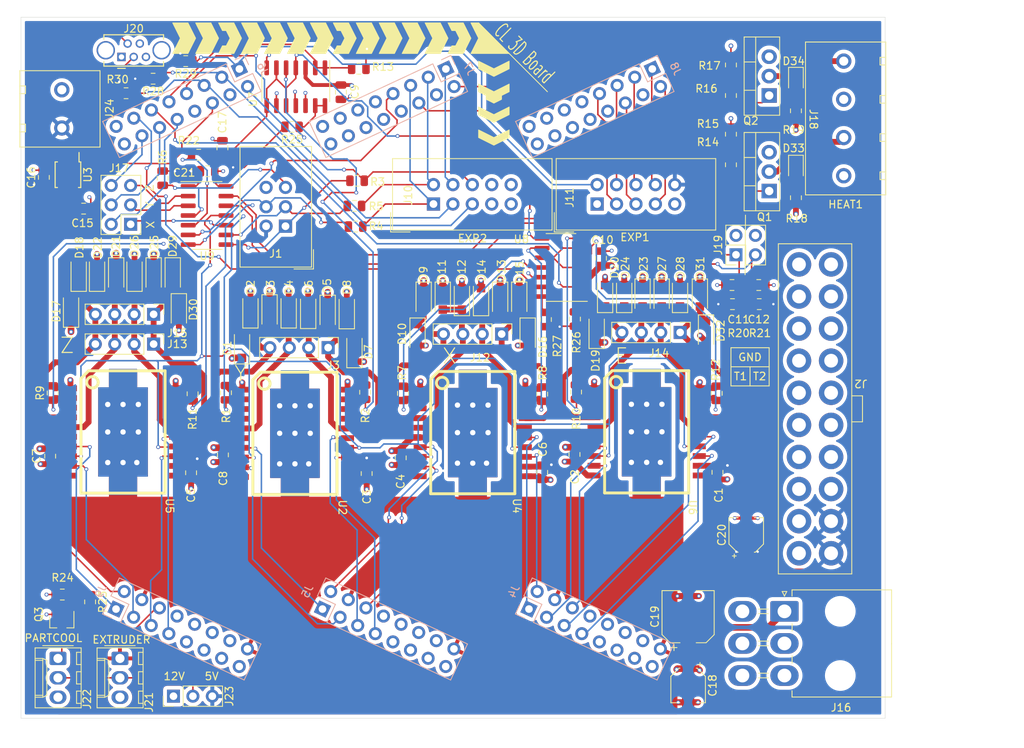
<source format=kicad_pcb>
(kicad_pcb (version 20200119) (host pcbnew "5.99.0-unknown-de7154e~101~ubuntu18.04.1")
  (layers (0 "F.Cu" signal) (1 "In1.Cu" power) (2 "In2.Cu" power) (31 "B.Cu" signal) (34 "B.Paste" user) (35 "F.Paste" user) (36 "B.SilkS" user) (37 "F.SilkS" user) (38 "B.Mask" user) (39 "F.Mask" user) (44 "Edge.Cuts" user))
  (net 0 "")
  (net 1 "GND")
  (net 2 "/ISP_SCK")
  (net 3 "/ISP_MISO")
  (net 4 "/ISP_MOSI")
  (net 5 "/~ISP_RESET")
  (net 6 "VCC")
  (net 7 "+12V")
  (net 8 "/S0_4")
  (net 9 "/S0_3")
  (net 10 "/S0_2")
  (net 11 "/S0_1")
  (net 12 "/ENC_D0")
  (net 13 "/ENC_D1")
  (net 14 "/LCD7")
  (net 15 "/LCD6")
  (net 16 "/LCD5")
  (net 17 "/LCD4")
  (net 18 "/LCDRS")
  (net 19 "/LCDE")
  (net 20 "/ENC_BTN")
  (net 21 "/SPI_SCK")
  (net 22 "/SPI_MOSI")
  (net 23 "/SPI_MISO")
  (net 24 "/ISP_SS")
  (net 25 "/S3_2")
  (net 26 "/S3_1")
  (net 27 "/S2_4")
  (net 28 "/S3_4")
  (net 29 "/S2_3")
  (net 30 "/S2_2")
  (net 31 "/S3_3")
  (net 32 "/S2_1")
  (net 33 "/S1_4")
  (net 34 "/S1_3")
  (net 35 "/S1_2")
  (net 36 "/S1_1")
  (net 37 "/S0_A")
  (net 38 "/S0_B")
  (net 39 "/S2_A")
  (net 40 "/S2_B")
  (net 41 "/S1_A")
  (net 42 "/S3_A")
  (net 43 "/S1_B")
  (net 44 "/S3_B")
  (net 45 "/S_CURRENT_LIMIT")
  (net 46 "/ENDPULL_X")
  (net 47 "/ENDPULL_Y")
  (net 48 "/ENDPULL_Z")
  (net 49 "/END_Z")
  (net 50 "/END_Y")
  (net 51 "/END_X")
  (net 52 "Net-(D33-Pad2)")
  (net 53 "Net-(D34-Pad2)")
  (net 54 "Net-(Q1-Pad1)")
  (net 55 "Net-(Q2-Pad1)")
  (net 56 "/HEAT1")
  (net 57 "/HEAT2")
  (net 58 "/HEAT1_DRV")
  (net 59 "/THERM1")
  (net 60 "/THERM2")
  (net 61 "/HEAT2_DRV")
  (net 62 "/STEP0_1")
  (net 63 "/STEP0_2")
  (net 64 "/STEP0_3")
  (net 65 "/STEP0_4")
  (net 66 "/STEP2_1")
  (net 67 "/STEP2_2")
  (net 68 "/STEP2_3")
  (net 69 "/STEP2_4")
  (net 70 "/STEP1_1")
  (net 71 "/STEP3_1")
  (net 72 "/STEP1_2")
  (net 73 "/STEP3_2")
  (net 74 "/STEP1_3")
  (net 75 "/STEP3_3")
  (net 76 "/STEP1_4")
  (net 77 "/STEP3_4")
  (net 78 "/SD_CS")
  (net 79 "Net-(C15-Pad1)")
  (net 80 "/RS232_TX")
  (net 81 "/RS232_RX")
  (net 82 "/USB_P")
  (net 83 "/USB_N")
  (net 84 "/S_PWM")
  (net 85 "VDD")
  (net 86 "/FAN")
  (net 87 "Net-(J22-Pad1)")
  (net 88 "Net-(Q3-Pad1)")
  (net 89 "/S_CURRENT_Y")
  (net 90 "/S_CURRENT_Z")
  (net 91 "/S_CURRENT_E")
  (net 92 "/S_CURRENT_X")
  (net 93 "/STEP_ENABLE")
  (module "Capacitor_SMD:CP_Elec_4x5.3" (layer "F.Cu") (at 160 117 90)
    (fp_text reference "C20" (at 0 -3.2 90) (layer "F.SilkS"))
    (fp_text value "10uF")
    (pad "2" smd roundrect (at 1.8 0 90) (size 2.6 1.6) (layers "F.Cu" "F.Paste" "F.Mask") (roundrect_rratio 0.15625) (net 1 "GND"))
    (pad "1" smd roundrect (at -1.8 0 90) (size 2.6 1.6) (layers "F.Cu" "F.Paste" "F.Mask") (roundrect_rratio 0.15625) (net 6 "VCC"))
  )
  (module "Capacitor_SMD:CP_Elec_4x5.3" (layer "F.Cu") (at 152.4 136.7 -90)
    (fp_text reference "C18" (at 0 -3.2 90) (layer "F.SilkS"))
    (fp_text value "10uF")
    (pad "2" smd roundrect (at 1.8 0 270) (size 2.6 1.6) (layers "F.Cu" "F.Paste" "F.Mask") (roundrect_rratio 0.15625) (net 1 "GND"))
    (pad "1" smd roundrect (at -1.8 0 270) (size 2.6 1.6) (layers "F.Cu" "F.Paste" "F.Mask") (roundrect_rratio 0.15625) (net 7 "+12V"))
  )
  (module "Resistor_SMD:R_0805_2012Metric" (layer "F.Cu") (at 78.9 59.2 180)
    (fp_text reference "R30" (at 1.1 1.8) (layer "F.SilkS"))
    (fp_text value "4.7k")
    (pad "2" smd roundrect (at 0.9375 0 180) (size 0.975 1.4) (layers "F.Cu" "F.Paste" "F.Mask") (net 6 "VCC"))
    (pad "1" smd roundrect (at -0.9375 0 180) (size 0.975 1.4) (layers "F.Cu" "F.Paste" "F.Mask") (net 12 "/ENC_D0"))
  )
  (module "Resistor_SMD:R_0805_2012Metric" (layer "F.Cu") (at 86.7 55 180)
    (fp_text reference "R29" (at 0 -1.65) (layer "F.SilkS"))
    (fp_text value "4.7k")
    (pad "2" smd roundrect (at 0.9375 0 180) (size 0.975 1.4) (layers "F.Cu" "F.Paste" "F.Mask") (net 6 "VCC"))
    (pad "1" smd roundrect (at -0.9375 0 180) (size 0.975 1.4) (layers "F.Cu" "F.Paste" "F.Mask") (net 20 "/ENC_BTN"))
  )
  (module "Resistor_SMD:R_0805_2012Metric" (layer "F.Cu") (at 82.4375 57.3 180)
    (fp_text reference "R28" (at 0 -1.65) (layer "F.SilkS"))
    (fp_text value "4.7k")
    (pad "2" smd roundrect (at 0.9375 0 180) (size 0.975 1.4) (layers "F.Cu" "F.Paste" "F.Mask") (net 6 "VCC"))
    (pad "1" smd roundrect (at -0.9375 0 180) (size 0.975 1.4) (layers "F.Cu" "F.Paste" "F.Mask") (net 13 "/ENC_D1"))
  )
  (module "Package_SO:SOIC-14_3.9x8.7mm_P1.27mm" (layer "F.Cu") (at 89.5 75.2)
    (fp_text reference "U9" (at 0 5.3) (layer "F.SilkS"))
    (fp_text value "ATtiny44A-SSU")
    (pad "14" smd roundrect (at 2.475 -3.81) (size 1.95 0.6) (layers "F.Cu" "F.Paste" "F.Mask") (net 1 "GND"))
    (pad "13" smd roundrect (at 2.475 -2.54) (size 1.95 0.6) (layers "F.Cu" "F.Paste" "F.Mask") (net 59 "/THERM1"))
    (pad "12" smd roundrect (at 2.475 -1.27) (size 1.95 0.6) (layers "F.Cu" "F.Paste" "F.Mask") (net 60 "/THERM2"))
    (pad "11" smd roundrect (at 2.475 0) (size 1.95 0.6) (layers "F.Cu" "F.Paste" "F.Mask") (net 93 "/STEP_ENABLE"))
    (pad "10" smd roundrect (at 2.475 1.27) (size 1.95 0.6) (layers "F.Cu" "F.Paste" "F.Mask") (net 46 "/ENDPULL_X"))
    (pad "9" smd roundrect (at 2.475 2.54) (size 1.95 0.6) (layers "F.Cu" "F.Paste" "F.Mask") (net 2 "/ISP_SCK"))
    (pad "8" smd roundrect (at 2.475 3.81) (size 1.95 0.6) (layers "F.Cu" "F.Paste" "F.Mask") (net 3 "/ISP_MISO"))
    (pad "7" smd roundrect (at -2.475 3.81) (size 1.95 0.6) (layers "F.Cu" "F.Paste" "F.Mask") (net 4 "/ISP_MOSI"))
    (pad "6" smd roundrect (at -2.475 2.54) (size 1.95 0.6) (layers "F.Cu" "F.Paste" "F.Mask") (net 24 "/ISP_SS"))
    (pad "5" smd roundrect (at -2.475 1.27) (size 1.95 0.6) (layers "F.Cu" "F.Paste" "F.Mask") (net 84 "/S_PWM"))
    (pad "4" smd roundrect (at -2.475 0) (size 1.95 0.6) (layers "F.Cu" "F.Paste" "F.Mask") (net 5 "/~ISP_RESET"))
    (pad "3" smd roundrect (at -2.475 -1.27) (size 1.95 0.6) (layers "F.Cu" "F.Paste" "F.Mask") (net 47 "/ENDPULL_Y"))
    (pad "2" smd roundrect (at -2.475 -2.54) (size 1.95 0.6) (layers "F.Cu" "F.Paste" "F.Mask") (net 48 "/ENDPULL_Z"))
    (pad "1" smd roundrect (at -2.475 -3.81) (size 1.95 0.6) (layers "F.Cu" "F.Paste" "F.Mask") (net 6 "VCC"))
  )
  (module "Capacitor_SMD:C_0805_2012Metric" (layer "F.Cu") (at 89.5625 69.4)
    (fp_text reference "C21" (at -3.0625 0.2 180) (layer "F.SilkS"))
    (fp_text value "100nF")
    (pad "2" smd roundrect (at 0.9375 0) (size 0.975 1.4) (layers "F.Cu" "F.Paste" "F.Mask") (net 1 "GND"))
    (pad "1" smd roundrect (at -0.9375 0) (size 0.975 1.4) (layers "F.Cu" "F.Paste" "F.Mask") (net 6 "VCC"))
  )
  (module "ColorLightPrint:PowerSO20" (layer "F.Cu") (at 124.238001 103.6125 -90)
    (fp_text reference "U4" (at 9.5875 -5.761999 -90 unlocked) (layer "F.SilkS"))
    (fp_text value "L298P")
    (pad "20" smd custom (at 0 0 270) (size 1.524 1.524) (layers "F.Cu") (net 1 "GND") (options (clearance outline) (anchor circle)) (primitives (gr_poly (pts (xy 5.8 -1.8) (xy 9.25 -1.8) (xy 9.25 -4.75) (xy 16.25 -4.75) (xy 16.25 4.75) (xy 9.25 4.75) (xy 9.25 1.8) (xy 5.8 1.8) (xy 5.8 3.2) (xy -5.8 3.2) (xy -5.8 1.8) (xy -8.2 1.8) (xy -8.2 -1.8) (xy -5.8 -1.8) (xy -5.8 -3.2) (xy 5.8 -3.2)) (width 0.1))))
    (pad "20" smd custom (at 1.8 0 270) (size 1.524 1.524) (layers "B.Cu" "B.Paste" "B.Mask") (net 1 "GND") (options (clearance outline) (anchor circle)) (primitives (gr_poly (pts (xy 4 1.8) (xy 6.4 1.8) (xy 6.4 -1.8) (xy 4 -1.8) (xy 4 -3.2) (xy -7.6 -3.2) (xy -7.6 -1.8) (xy -10 -1.8) (xy -10 1.8) (xy -7.6 1.8) (xy -7.6 3.2) (xy 4 3.2)) (width 0.1))))
    (pad "20" thru_hole circle (at -3.6 2 270) (size 1.524 1.524) (drill 0.7) (layers *.Cu *.Mask) (net 1 "GND"))
    (pad "20" thru_hole circle (at -3.6 0 270) (size 1.524 1.524) (drill 0.7) (layers *.Cu *.Mask) (net 1 "GND"))
    (pad "20" thru_hole circle (at -3.6 -2 270) (size 1.524 1.524) (drill 0.7) (layers *.Cu *.Mask) (net 1 "GND"))
    (pad "20" thru_hole circle (at 4 2 270) (size 1.524 1.524) (drill 0.7) (layers *.Cu *.Mask) (net 1 "GND"))
    (pad "20" thru_hole circle (at 4 0 270) (size 1.524 1.524) (drill 0.7) (layers *.Cu *.Mask) (net 1 "GND"))
    (pad "20" thru_hole circle (at 4 -1.8 270) (size 1.524 1.524) (drill 0.7) (layers *.Cu *.Mask) (net 1 "GND"))
    (pad "20" thru_hole circle (at 0 2 270) (size 1.524 1.524) (drill 0.7) (layers *.Cu *.Mask) (net 1 "GND"))
    (pad "20" thru_hole circle (at 0 -2 270) (size 1.524 1.524) (drill 0.7) (layers *.Cu *.Mask) (net 1 "GND"))
    (pad "20" thru_hole circle (at 0 0 270) (size 1.524 1.524) (drill 0.7) (layers *.Cu *.Mask) (net 1 "GND"))
    (pad "20" smd circle (at 0 0 270) (size 1.524 1.524) (layers "B.Cu" "B.Mask") (net 1 "GND"))
    (pad "1" smd rect (at -5.715 6.88 270) (size 0.76 1.7) (layers "F.Cu" "F.Paste" "F.Mask") (net 1 "GND") (clearance 0.05))
    (pad "2" smd rect (at -4.445 6.88 270) (size 0.76 1.7) (layers "F.Cu" "F.Paste" "F.Mask") (net 39 "/S2_A") (clearance 0.05))
    (pad "3" smd rect (at -3.175 6.88 270) (size 0.76 1.7) (layers "F.Cu" "F.Paste" "F.Mask") (clearance 0.05))
    (pad "4" smd rect (at -1.905 6.88 270) (size 0.76 1.7) (layers "F.Cu" "F.Paste" "F.Mask") (net 66 "/STEP2_1") (clearance 0.05))
    (pad "5" smd rect (at -0.635 6.88 270) (size 0.76 1.7) (layers "F.Cu" "F.Paste" "F.Mask") (net 67 "/STEP2_2") (clearance 0.05))
    (pad "6" smd rect (at 0.635 6.88 270) (size 0.76 1.7) (layers "F.Cu" "F.Paste" "F.Mask") (net 7 "+12V") (clearance 0.05))
    (pad "7" smd rect (at 1.905 6.88 270) (size 0.76 1.7) (layers "F.Cu" "F.Paste" "F.Mask") (net 32 "/S2_1") (clearance 0.05))
    (pad "8" smd rect (at 3.175 6.88 270) (size 0.76 1.7) (layers "F.Cu" "F.Paste" "F.Mask") (net 93 "/STEP_ENABLE") (clearance 0.05))
    (pad "9" smd rect (at 4.445 6.88 270) (size 0.76 1.7) (layers "F.Cu" "F.Paste" "F.Mask") (net 30 "/S2_2") (clearance 0.05))
    (pad "10" smd rect (at 5.715 6.88 270) (size 0.76 1.7) (layers "F.Cu" "F.Paste" "F.Mask") (net 1 "GND") (clearance 0.05))
    (pad "11" smd rect (at 5.715 -6.88 270) (size 0.76 1.7) (layers "F.Cu" "F.Paste" "F.Mask") (net 1 "GND") (clearance 0.05))
    (pad "12" smd rect (at 4.445 -6.88 270) (size 0.76 1.7) (layers "F.Cu" "F.Paste" "F.Mask") (net 6 "VCC") (clearance 0.05))
    (pad "13" smd rect (at 3.175 -6.88 270) (size 0.76 1.7) (layers "F.Cu" "F.Paste" "F.Mask") (net 29 "/S2_3") (clearance 0.05))
    (pad "14" smd rect (at 1.905 -6.88 270) (size 0.76 1.7) (layers "F.Cu" "F.Paste" "F.Mask") (net 93 "/STEP_ENABLE") (clearance 0.05))
    (pad "15" smd rect (at 0.635 -6.88 270) (size 0.76 1.7) (layers "F.Cu" "F.Paste" "F.Mask") (net 27 "/S2_4") (clearance 0.05))
    (pad "16" smd rect (at -0.635 -6.88 270) (size 0.76 1.7) (layers "F.Cu" "F.Paste" "F.Mask") (net 68 "/STEP2_3") (clearance 0.05))
    (pad "17" smd rect (at -1.905 -6.88 270) (size 0.76 1.7) (layers "F.Cu" "F.Paste" "F.Mask") (net 69 "/STEP2_4") (clearance 0.05))
    (pad "18" smd rect (at -3.175 -6.88 270) (size 0.76 1.7) (layers "F.Cu" "F.Paste" "F.Mask") (clearance 0.05))
    (pad "19" smd rect (at -4.445 -6.88 270) (size 0.76 1.7) (layers "F.Cu" "F.Paste" "F.Mask") (net 40 "/S2_B") (clearance 0.05))
    (pad "20" smd rect (at -5.715 -6.88 270) (size 0.76 1.7) (layers "F.Cu" "F.Paste" "F.Mask") (net 1 "GND") (clearance 0.05))
  )
  (module "ColorLightPrint:PowerSO20" (layer "F.Cu") (at 78.505 103.5275 -90)
    (fp_text reference "U5" (at 9.6725 -6.095 -90 unlocked) (layer "F.SilkS"))
    (fp_text value "L298P")
    (pad "20" smd custom (at 0 0 270) (size 1.524 1.524) (layers "F.Cu") (net 1 "GND") (options (clearance outline) (anchor circle)) (primitives (gr_poly (pts (xy 5.8 -1.8) (xy 9.25 -1.8) (xy 9.25 -4.75) (xy 16.25 -4.75) (xy 16.25 4.75) (xy 9.25 4.75) (xy 9.25 1.8) (xy 5.8 1.8) (xy 5.8 3.2) (xy -5.8 3.2) (xy -5.8 1.8) (xy -8.2 1.8) (xy -8.2 -1.8) (xy -5.8 -1.8) (xy -5.8 -3.2) (xy 5.8 -3.2)) (width 0.1))))
    (pad "20" smd custom (at 1.8 0 270) (size 1.524 1.524) (layers "B.Cu" "B.Paste" "B.Mask") (net 1 "GND") (options (clearance outline) (anchor circle)) (primitives (gr_poly (pts (xy 4 1.8) (xy 6.4 1.8) (xy 6.4 -1.8) (xy 4 -1.8) (xy 4 -3.2) (xy -7.6 -3.2) (xy -7.6 -1.8) (xy -10 -1.8) (xy -10 1.8) (xy -7.6 1.8) (xy -7.6 3.2) (xy 4 3.2)) (width 0.1))))
    (pad "20" thru_hole circle (at -3.6 2 270) (size 1.524 1.524) (drill 0.7) (layers *.Cu *.Mask) (net 1 "GND"))
    (pad "20" thru_hole circle (at -3.6 0 270) (size 1.524 1.524) (drill 0.7) (layers *.Cu *.Mask) (net 1 "GND"))
    (pad "20" thru_hole circle (at -3.6 -2 270) (size 1.524 1.524) (drill 0.7) (layers *.Cu *.Mask) (net 1 "GND"))
    (pad "20" thru_hole circle (at 4 2 270) (size 1.524 1.524) (drill 0.7) (layers *.Cu *.Mask) (net 1 "GND"))
    (pad "20" thru_hole circle (at 4 0 270) (size 1.524 1.524) (drill 0.7) (layers *.Cu *.Mask) (net 1 "GND"))
    (pad "20" thru_hole circle (at 4 -1.8 270) (size 1.524 1.524) (drill 0.7) (layers *.Cu *.Mask) (net 1 "GND"))
    (pad "20" thru_hole circle (at 0 2 270) (size 1.524 1.524) (drill 0.7) (layers *.Cu *.Mask) (net 1 "GND"))
    (pad "20" thru_hole circle (at 0 -2 270) (size 1.524 1.524) (drill 0.7) (layers *.Cu *.Mask) (net 1 "GND"))
    (pad "20" thru_hole circle (at 0 0 270) (size 1.524 1.524) (drill 0.7) (layers *.Cu *.Mask) (net 1 "GND"))
    (pad "20" smd circle (at 0 0 270) (size 1.524 1.524) (layers "B.Cu" "B.Mask") (net 1 "GND"))
    (pad "1" smd rect (at -5.715 6.88 270) (size 0.76 1.7) (layers "F.Cu" "F.Paste" "F.Mask") (net 1 "GND") (clearance 0.05))
    (pad "2" smd rect (at -4.445 6.88 270) (size 0.76 1.7) (layers "F.Cu" "F.Paste" "F.Mask") (net 41 "/S1_A") (clearance 0.05))
    (pad "3" smd rect (at -3.175 6.88 270) (size 0.76 1.7) (layers "F.Cu" "F.Paste" "F.Mask") (clearance 0.05))
    (pad "4" smd rect (at -1.905 6.88 270) (size 0.76 1.7) (layers "F.Cu" "F.Paste" "F.Mask") (net 70 "/STEP1_1") (clearance 0.05))
    (pad "5" smd rect (at -0.635 6.88 270) (size 0.76 1.7) (layers "F.Cu" "F.Paste" "F.Mask") (net 72 "/STEP1_2") (clearance 0.05))
    (pad "6" smd rect (at 0.635 6.88 270) (size 0.76 1.7) (layers "F.Cu" "F.Paste" "F.Mask") (net 7 "+12V") (clearance 0.05))
    (pad "7" smd rect (at 1.905 6.88 270) (size 0.76 1.7) (layers "F.Cu" "F.Paste" "F.Mask") (net 36 "/S1_1") (clearance 0.05))
    (pad "8" smd rect (at 3.175 6.88 270) (size 0.76 1.7) (layers "F.Cu" "F.Paste" "F.Mask") (net 93 "/STEP_ENABLE") (clearance 0.05))
    (pad "9" smd rect (at 4.445 6.88 270) (size 0.76 1.7) (layers "F.Cu" "F.Paste" "F.Mask") (net 35 "/S1_2") (clearance 0.05))
    (pad "10" smd rect (at 5.715 6.88 270) (size 0.76 1.7) (layers "F.Cu" "F.Paste" "F.Mask") (net 1 "GND") (clearance 0.05))
    (pad "11" smd rect (at 5.715 -6.88 270) (size 0.76 1.7) (layers "F.Cu" "F.Paste" "F.Mask") (net 1 "GND") (clearance 0.05))
    (pad "12" smd rect (at 4.445 -6.88 270) (size 0.76 1.7) (layers "F.Cu" "F.Paste" "F.Mask") (net 6 "VCC") (clearance 0.05))
    (pad "13" smd rect (at 3.175 -6.88 270) (size 0.76 1.7) (layers "F.Cu" "F.Paste" "F.Mask") (net 34 "/S1_3") (clearance 0.05))
    (pad "14" smd rect (at 1.905 -6.88 270) (size 0.76 1.7) (layers "F.Cu" "F.Paste" "F.Mask") (net 93 "/STEP_ENABLE") (clearance 0.05))
    (pad "15" smd rect (at 0.635 -6.88 270) (size 0.76 1.7) (layers "F.Cu" "F.Paste" "F.Mask") (net 33 "/S1_4") (clearance 0.05))
    (pad "16" smd rect (at -0.635 -6.88 270) (size 0.76 1.7) (layers "F.Cu" "F.Paste" "F.Mask") (net 74 "/STEP1_3") (clearance 0.05))
    (pad "17" smd rect (at -1.905 -6.88 270) (size 0.76 1.7) (layers "F.Cu" "F.Paste" "F.Mask") (net 76 "/STEP1_4") (clearance 0.05))
    (pad "18" smd rect (at -3.175 -6.88 270) (size 0.76 1.7) (layers "F.Cu" "F.Paste" "F.Mask") (clearance 0.05))
    (pad "19" smd rect (at -4.445 -6.88 270) (size 0.76 1.7) (layers "F.Cu" "F.Paste" "F.Mask") (net 43 "/S1_B") (clearance 0.05))
    (pad "20" smd rect (at -5.715 -6.88 270) (size 0.76 1.7) (layers "F.Cu" "F.Paste" "F.Mask") (net 1 "GND") (clearance 0.05))
  )
  (module "ColorLightPrint:PowerSO20" (layer "F.Cu") (at 146.98 103.505 -90)
    (fp_text reference "U6" (at 9.895 -6.02 -90 unlocked) (layer "F.SilkS"))
    (fp_text value "L298P")
    (pad "20" smd custom (at 0 0 270) (size 1.524 1.524) (layers "F.Cu") (net 1 "GND") (options (clearance outline) (anchor circle)) (primitives (gr_poly (pts (xy 5.8 -1.8) (xy 9.25 -1.8) (xy 9.25 -4.75) (xy 16.25 -4.75) (xy 16.25 4.75) (xy 9.25 4.75) (xy 9.25 1.8) (xy 5.8 1.8) (xy 5.8 3.2) (xy -5.8 3.2) (xy -5.8 1.8) (xy -8.2 1.8) (xy -8.2 -1.8) (xy -5.8 -1.8) (xy -5.8 -3.2) (xy 5.8 -3.2)) (width 0.1))))
    (pad "20" smd custom (at 1.8 0 270) (size 1.524 1.524) (layers "B.Cu" "B.Paste" "B.Mask") (net 1 "GND") (options (clearance outline) (anchor circle)) (primitives (gr_poly (pts (xy 4 1.8) (xy 6.4 1.8) (xy 6.4 -1.8) (xy 4 -1.8) (xy 4 -3.2) (xy -7.6 -3.2) (xy -7.6 -1.8) (xy -10 -1.8) (xy -10 1.8) (xy -7.6 1.8) (xy -7.6 3.2) (xy 4 3.2)) (width 0.1))))
    (pad "20" thru_hole circle (at -3.6 2 270) (size 1.524 1.524) (drill 0.7) (layers *.Cu *.Mask) (net 1 "GND"))
    (pad "20" thru_hole circle (at -3.6 0 270) (size 1.524 1.524) (drill 0.7) (layers *.Cu *.Mask) (net 1 "GND"))
    (pad "20" thru_hole circle (at -3.6 -2 270) (size 1.524 1.524) (drill 0.7) (layers *.Cu *.Mask) (net 1 "GND"))
    (pad "20" thru_hole circle (at 4 2 270) (size 1.524 1.524) (drill 0.7) (layers *.Cu *.Mask) (net 1 "GND"))
    (pad "20" thru_hole circle (at 4 0 270) (size 1.524 1.524) (drill 0.7) (layers *.Cu *.Mask) (net 1 "GND"))
    (pad "20" thru_hole circle (at 4 -1.8 270) (size 1.524 1.524) (drill 0.7) (layers *.Cu *.Mask) (net 1 "GND"))
    (pad "20" thru_hole circle (at 0 2 270) (size 1.524 1.524) (drill 0.7) (layers *.Cu *.Mask) (net 1 "GND"))
    (pad "20" thru_hole circle (at 0 -2 270) (size 1.524 1.524) (drill 0.7) (layers *.Cu *.Mask) (net 1 "GND"))
    (pad "20" thru_hole circle (at 0 0 270) (size 1.524 1.524) (drill 0.7) (layers *.Cu *.Mask) (net 1 "GND"))
    (pad "20" smd circle (at 0 0 270) (size 1.524 1.524) (layers "B.Cu" "B.Mask") (net 1 "GND"))
    (pad "1" smd rect (at -5.715 6.88 270) (size 0.76 1.7) (layers "F.Cu" "F.Paste" "F.Mask") (net 1 "GND") (clearance 0.05))
    (pad "2" smd rect (at -4.445 6.88 270) (size 0.76 1.7) (layers "F.Cu" "F.Paste" "F.Mask") (net 42 "/S3_A") (clearance 0.05))
    (pad "3" smd rect (at -3.175 6.88 270) (size 0.76 1.7) (layers "F.Cu" "F.Paste" "F.Mask") (clearance 0.05))
    (pad "4" smd rect (at -1.905 6.88 270) (size 0.76 1.7) (layers "F.Cu" "F.Paste" "F.Mask") (net 71 "/STEP3_1") (clearance 0.05))
    (pad "5" smd rect (at -0.635 6.88 270) (size 0.76 1.7) (layers "F.Cu" "F.Paste" "F.Mask") (net 73 "/STEP3_2") (clearance 0.05))
    (pad "6" smd rect (at 0.635 6.88 270) (size 0.76 1.7) (layers "F.Cu" "F.Paste" "F.Mask") (net 7 "+12V") (clearance 0.05))
    (pad "7" smd rect (at 1.905 6.88 270) (size 0.76 1.7) (layers "F.Cu" "F.Paste" "F.Mask") (net 26 "/S3_1") (clearance 0.05))
    (pad "8" smd rect (at 3.175 6.88 270) (size 0.76 1.7) (layers "F.Cu" "F.Paste" "F.Mask") (net 93 "/STEP_ENABLE") (clearance 0.05))
    (pad "9" smd rect (at 4.445 6.88 270) (size 0.76 1.7) (layers "F.Cu" "F.Paste" "F.Mask") (net 25 "/S3_2") (clearance 0.05))
    (pad "10" smd rect (at 5.715 6.88 270) (size 0.76 1.7) (layers "F.Cu" "F.Paste" "F.Mask") (net 1 "GND") (clearance 0.05))
    (pad "11" smd rect (at 5.715 -6.88 270) (size 0.76 1.7) (layers "F.Cu" "F.Paste" "F.Mask") (net 1 "GND") (clearance 0.05))
    (pad "12" smd rect (at 4.445 -6.88 270) (size 0.76 1.7) (layers "F.Cu" "F.Paste" "F.Mask") (net 6 "VCC") (clearance 0.05))
    (pad "13" smd rect (at 3.175 -6.88 270) (size 0.76 1.7) (layers "F.Cu" "F.Paste" "F.Mask") (net 31 "/S3_3") (clearance 0.05))
    (pad "14" smd rect (at 1.905 -6.88 270) (size 0.76 1.7) (layers "F.Cu" "F.Paste" "F.Mask") (net 93 "/STEP_ENABLE") (clearance 0.05))
    (pad "15" smd rect (at 0.635 -6.88 270) (size 0.76 1.7) (layers "F.Cu" "F.Paste" "F.Mask") (net 28 "/S3_4") (clearance 0.05))
    (pad "16" smd rect (at -0.635 -6.88 270) (size 0.76 1.7) (layers "F.Cu" "F.Paste" "F.Mask") (net 75 "/STEP3_3") (clearance 0.05))
    (pad "17" smd rect (at -1.905 -6.88 270) (size 0.76 1.7) (layers "F.Cu" "F.Paste" "F.Mask") (net 77 "/STEP3_4") (clearance 0.05))
    (pad "18" smd rect (at -3.175 -6.88 270) (size 0.76 1.7) (layers "F.Cu" "F.Paste" "F.Mask") (clearance 0.05))
    (pad "19" smd rect (at -4.445 -6.88 270) (size 0.76 1.7) (layers "F.Cu" "F.Paste" "F.Mask") (net 44 "/S3_B") (clearance 0.05))
    (pad "20" smd rect (at -5.715 -6.88 270) (size 0.76 1.7) (layers "F.Cu" "F.Paste" "F.Mask") (net 1 "GND") (clearance 0.05))
  )
  (module "ColorLightPrint:PowerSO20" (layer "F.Cu") (at 100.985001 103.7005 -90)
    (fp_text reference "U2" (at 9.6995 -6.214999 -90 unlocked) (layer "F.SilkS"))
    (fp_text value "L298P")
    (pad "20" smd custom (at 0 0 270) (size 1.524 1.524) (layers "F.Cu") (net 1 "GND") (options (clearance outline) (anchor circle)) (primitives (gr_poly (pts (xy 5.8 -1.8) (xy 9.25 -1.8) (xy 9.25 -4.75) (xy 16.25 -4.75) (xy 16.25 4.75) (xy 9.25 4.75) (xy 9.25 1.8) (xy 5.8 1.8) (xy 5.8 3.2) (xy -5.8 3.2) (xy -5.8 1.8) (xy -8.2 1.8) (xy -8.2 -1.8) (xy -5.8 -1.8) (xy -5.8 -3.2) (xy 5.8 -3.2)) (width 0.1))))
    (pad "20" smd custom (at 1.8 0 270) (size 1.524 1.524) (layers "B.Cu" "B.Paste" "B.Mask") (net 1 "GND") (options (clearance outline) (anchor circle)) (primitives (gr_poly (pts (xy 4 1.8) (xy 6.4 1.8) (xy 6.4 -1.8) (xy 4 -1.8) (xy 4 -3.2) (xy -7.6 -3.2) (xy -7.6 -1.8) (xy -10 -1.8) (xy -10 1.8) (xy -7.6 1.8) (xy -7.6 3.2) (xy 4 3.2)) (width 0.1))))
    (pad "20" thru_hole circle (at -3.6 2 270) (size 1.524 1.524) (drill 0.7) (layers *.Cu *.Mask) (net 1 "GND"))
    (pad "20" thru_hole circle (at -3.6 0 270) (size 1.524 1.524) (drill 0.7) (layers *.Cu *.Mask) (net 1 "GND"))
    (pad "20" thru_hole circle (at -3.6 -2 270) (size 1.524 1.524) (drill 0.7) (layers *.Cu *.Mask) (net 1 "GND"))
    (pad "20" thru_hole circle (at 4 2 270) (size 1.524 1.524) (drill 0.7) (layers *.Cu *.Mask) (net 1 "GND"))
    (pad "20" thru_hole circle (at 4 0 270) (size 1.524 1.524) (drill 0.7) (layers *.Cu *.Mask) (net 1 "GND"))
    (pad "20" thru_hole circle (at 4 -1.8 270) (size 1.524 1.524) (drill 0.7) (layers *.Cu *.Mask) (net 1 "GND"))
    (pad "20" thru_hole circle (at 0 2 270) (size 1.524 1.524) (drill 0.7) (layers *.Cu *.Mask) (net 1 "GND"))
    (pad "20" thru_hole circle (at 0 -2 270) (size 1.524 1.524) (drill 0.7) (layers *.Cu *.Mask) (net 1 "GND"))
    (pad "20" thru_hole circle (at 0 0 270) (size 1.524 1.524) (drill 0.7) (layers *.Cu *.Mask) (net 1 "GND"))
    (pad "20" smd circle (at 0 0 270) (size 1.524 1.524) (layers "B.Cu" "B.Mask") (net 1 "GND"))
    (pad "1" smd rect (at -5.715 6.88 270) (size 0.76 1.7) (layers "F.Cu" "F.Paste" "F.Mask") (net 1 "GND") (clearance 0.05))
    (pad "2" smd rect (at -4.445 6.88 270) (size 0.76 1.7) (layers "F.Cu" "F.Paste" "F.Mask") (net 37 "/S0_A") (clearance 0.05))
    (pad "3" smd rect (at -3.175 6.88 270) (size 0.76 1.7) (layers "F.Cu" "F.Paste" "F.Mask") (clearance 0.05))
    (pad "4" smd rect (at -1.905 6.88 270) (size 0.76 1.7) (layers "F.Cu" "F.Paste" "F.Mask") (net 62 "/STEP0_1") (clearance 0.05))
    (pad "5" smd rect (at -0.635 6.88 270) (size 0.76 1.7) (layers "F.Cu" "F.Paste" "F.Mask") (net 63 "/STEP0_2") (clearance 0.05))
    (pad "6" smd rect (at 0.635 6.88 270) (size 0.76 1.7) (layers "F.Cu" "F.Paste" "F.Mask") (net 7 "+12V") (clearance 0.05))
    (pad "7" smd rect (at 1.905 6.88 270) (size 0.76 1.7) (layers "F.Cu" "F.Paste" "F.Mask") (net 11 "/S0_1") (clearance 0.05))
    (pad "8" smd rect (at 3.175 6.88 270) (size 0.76 1.7) (layers "F.Cu" "F.Paste" "F.Mask") (net 93 "/STEP_ENABLE") (clearance 0.05))
    (pad "9" smd rect (at 4.445 6.88 270) (size 0.76 1.7) (layers "F.Cu" "F.Paste" "F.Mask") (net 10 "/S0_2") (clearance 0.05))
    (pad "10" smd rect (at 5.715 6.88 270) (size 0.76 1.7) (layers "F.Cu" "F.Paste" "F.Mask") (net 1 "GND") (clearance 0.05))
    (pad "11" smd rect (at 5.715 -6.88 270) (size 0.76 1.7) (layers "F.Cu" "F.Paste" "F.Mask") (net 1 "GND") (clearance 0.05))
    (pad "12" smd rect (at 4.445 -6.88 270) (size 0.76 1.7) (layers "F.Cu" "F.Paste" "F.Mask") (net 6 "VCC") (clearance 0.05))
    (pad "13" smd rect (at 3.175 -6.88 270) (size 0.76 1.7) (layers "F.Cu" "F.Paste" "F.Mask") (net 9 "/S0_3") (clearance 0.05))
    (pad "14" smd rect (at 1.905 -6.88 270) (size 0.76 1.7) (layers "F.Cu" "F.Paste" "F.Mask") (net 93 "/STEP_ENABLE") (clearance 0.05))
    (pad "15" smd rect (at 0.635 -6.88 270) (size 0.76 1.7) (layers "F.Cu" "F.Paste" "F.Mask") (net 8 "/S0_4") (clearance 0.05))
    (pad "16" smd rect (at -0.635 -6.88 270) (size 0.76 1.7) (layers "F.Cu" "F.Paste" "F.Mask") (net 64 "/STEP0_3") (clearance 0.05))
    (pad "17" smd rect (at -1.905 -6.88 270) (size 0.76 1.7) (layers "F.Cu" "F.Paste" "F.Mask") (net 65 "/STEP0_4") (clearance 0.05))
    (pad "18" smd rect (at -3.175 -6.88 270) (size 0.76 1.7) (layers "F.Cu" "F.Paste" "F.Mask") (clearance 0.05))
    (pad "19" smd rect (at -4.445 -6.88 270) (size 0.76 1.7) (layers "F.Cu" "F.Paste" "F.Mask") (net 38 "/S0_B") (clearance 0.05))
    (pad "20" smd rect (at -5.715 -6.88 270) (size 0.76 1.7) (layers "F.Cu" "F.Paste" "F.Mask") (net 1 "GND") (clearance 0.05))
  )
  (module "ColorLightPrint:WJ126V-5.0-2P" (layer "F.Cu") (at 70.75 63.75 90)
    (fp_text reference "J24" (at 2.5 6 90 unlocked) (layer "F.SilkS"))
    (fp_text value "+5V")
    (pad "1" thru_hole circle (at 0 -0.25 90) (size 2 2) (drill 1.2) (layers *.Cu *.Mask) (net 6 "VCC"))
    (pad "2" thru_hole circle (at 5 -0.25 90) (size 2 2) (drill 1.2) (layers *.Cu *.Mask) (net 1 "GND"))
  )
  (module "Resistor_SMD:R_0805_2012Metric" (layer "F.Cu") (at 133.8 88.8125 -90)
    (fp_text reference "R27" (at 3.4875 -1.5 90) (layer "F.SilkS"))
    (fp_text value "4.7k")
    (pad "2" smd roundrect (at 0.9375 0 270) (size 0.975 1.4) (layers "F.Cu" "F.Paste" "F.Mask") (net 6 "VCC"))
    (pad "1" smd roundrect (at -0.9375 0 270) (size 0.975 1.4) (layers "F.Cu" "F.Paste" "F.Mask") (net 92 "/S_CURRENT_X"))
  )
  (module "Resistor_SMD:R_0805_2012Metric" (layer "F.Cu") (at 137.6 88.75 -90)
    (fp_text reference "R26" (at 3.05 -0.2 90) (layer "F.SilkS"))
    (fp_text value "4.7k")
    (pad "2" smd roundrect (at 0.9375 0 270) (size 0.975 1.4) (layers "F.Cu" "F.Paste" "F.Mask") (net 6 "VCC"))
    (pad "1" smd roundrect (at -0.9375 0 270) (size 0.975 1.4) (layers "F.Cu" "F.Paste" "F.Mask") (net 91 "/S_CURRENT_E"))
  )
  (module "Resistor_SMD:R_0805_2012Metric" (layer "F.Cu") (at 100.6 63.6 180)
    (fp_text reference "R25" (at 0 -1.65) (layer "F.SilkS"))
    (fp_text value "4.7k")
    (pad "2" smd roundrect (at 0.9375 0 180) (size 0.975 1.4) (layers "F.Cu" "F.Paste" "F.Mask") (net 6 "VCC"))
    (pad "1" smd roundrect (at -0.9375 0 180) (size 0.975 1.4) (layers "F.Cu" "F.Paste" "F.Mask") (net 90 "/S_CURRENT_Z"))
  )
  (module "Resistor_SMD:R_0805_2012Metric" (layer "F.Cu") (at 70.5625 124.8 180)
    (fp_text reference "R24" (at -0.0375 2.2) (layer "F.SilkS"))
    (fp_text value "100k")
    (pad "2" smd roundrect (at 0.9375 0 180) (size 0.975 1.4) (layers "F.Cu" "F.Paste" "F.Mask") (net 1 "GND"))
    (pad "1" smd roundrect (at -0.9375 0 180) (size 0.975 1.4) (layers "F.Cu" "F.Paste" "F.Mask") (net 88 "Net-(Q3-Pad1)"))
  )
  (module "Resistor_SMD:R_0805_2012Metric" (layer "F.Cu") (at 74.2 125.7625 -90)
    (fp_text reference "R23" (at 0 -1.65 90) (layer "F.SilkS"))
    (fp_text value "4.7k")
    (pad "2" smd roundrect (at 0.9375 0 270) (size 0.975 1.4) (layers "F.Cu" "F.Paste" "F.Mask") (net 86 "/FAN"))
    (pad "1" smd roundrect (at -0.9375 0 270) (size 0.975 1.4) (layers "F.Cu" "F.Paste" "F.Mask") (net 88 "Net-(Q3-Pad1)"))
  )
  (module "Package_TO_SOT_SMD:SOT-23" (layer "F.Cu") (at 70.5 128.4 -90)
    (fp_text reference "Q3" (at -1 3 90) (layer "F.SilkS"))
    (fp_text value "AO3400A")
    (pad "3" smd rect (at 1 0 270) (size 0.9 0.8) (layers "F.Cu" "F.Paste" "F.Mask") (net 87 "Net-(J22-Pad1)"))
    (pad "2" smd rect (at -1 0.95 270) (size 0.9 0.8) (layers "F.Cu" "F.Paste" "F.Mask") (net 1 "GND"))
    (pad "1" smd rect (at -1 -0.95 270) (size 0.9 0.8) (layers "F.Cu" "F.Paste" "F.Mask") (net 88 "Net-(Q3-Pad1)"))
  )
  (module "Connector_PinHeader_2.54mm:PinHeader_1x03_P2.54mm_Vertical" (layer "F.Cu") (at 85.1 138.1 90)
    (fp_text reference "J23" (at 0 7.3 90) (layer "F.SilkS"))
    (fp_text value "Conn_01x03_Male")
    (pad "3" thru_hole oval (at 0 5.08 90) (size 1.7 1.7) (drill 1) (layers *.Cu *.Mask) (net 6 "VCC"))
    (pad "2" thru_hole oval (at 0 2.54 90) (size 1.7 1.7) (drill 1) (layers *.Cu *.Mask) (net 85 "VDD"))
    (pad "1" thru_hole rect (at 0 0 90) (size 1.7 1.7) (drill 1) (layers *.Cu *.Mask) (net 7 "+12V"))
  )
  (module "Connector_Molex:Molex_KK-254_AE-6410-03A_1x03_P2.54mm_Vertical" (layer "F.Cu") (at 70 133.16 -90)
    (fp_text reference "J22" (at 5.34 -3.8 90) (layer "F.SilkS"))
    (fp_text value "PartCooling")
    (pad "3" thru_hole oval (at 5.08 0 270) (size 1.74 2.2) (drill 1.2) (layers *.Cu *.Mask))
    (pad "2" thru_hole oval (at 2.54 0 270) (size 1.74 2.2) (drill 1.2) (layers *.Cu *.Mask) (net 85 "VDD"))
    (pad "1" thru_hole roundrect (at 0 0 270) (size 1.74 2.2) (drill 1.2) (layers *.Cu *.Mask) (roundrect_rratio 0.143678) (net 87 "Net-(J22-Pad1)"))
  )
  (module "Connector_Molex:Molex_KK-254_AE-6410-03A_1x03_P2.54mm_Vertical" (layer "F.Cu") (at 78.1 133.16 -90)
    (fp_text reference "J21" (at 5.74 -3.8 90) (layer "F.SilkS"))
    (fp_text value "ExtruderFan")
    (pad "3" thru_hole oval (at 5.08 0 270) (size 1.74 2.2) (drill 1.2) (layers *.Cu *.Mask))
    (pad "2" thru_hole oval (at 2.54 0 270) (size 1.74 2.2) (drill 1.2) (layers *.Cu *.Mask) (net 85 "VDD"))
    (pad "1" thru_hole roundrect (at 0 0 270) (size 1.74 2.2) (drill 1.2) (layers *.Cu *.Mask) (roundrect_rratio 0.143678) (net 1 "GND"))
  )
  (module "Capacitor_SMD:CP_Elec_6.3x7.7" (layer "F.Cu") (at 152.4 127.7 90)
    (fp_text reference "C19" (at 0 -4.35 90) (layer "F.SilkS"))
    (fp_text value "100uF")
    (pad "2" smd roundrect (at 2.7 0 90) (size 3.5 1.6) (layers "F.Cu" "F.Paste" "F.Mask") (roundrect_rratio 0.15625) (net 1 "GND"))
    (pad "1" smd roundrect (at -2.7 0 90) (size 3.5 1.6) (layers "F.Cu" "F.Paste" "F.Mask") (roundrect_rratio 0.15625) (net 7 "+12V"))
  )
  (module "Resistor_SMD:R_0805_2012Metric" (layer "F.Cu") (at 88.4 67.25)
    (fp_text reference "R22" (at -1.3 -1.85) (layer "F.SilkS"))
    (fp_text value "4.7k")
    (pad "2" smd roundrect (at 0.9375 0) (size 0.975 1.4) (layers "F.Cu" "F.Paste" "F.Mask") (net 45 "/S_CURRENT_LIMIT"))
    (pad "1" smd roundrect (at -0.9375 0) (size 0.975 1.4) (layers "F.Cu" "F.Paste" "F.Mask") (net 84 "/S_PWM"))
  )
  (module "Resistor_SMD:R_0805_2012Metric" (layer "F.Cu") (at 83.691288 70.317272 -90)
    (fp_text reference "R6" (at -2.75 0 90) (layer "F.SilkS"))
    (fp_text value "4.7k")
    (pad "2" smd roundrect (at 0.9375 0 270) (size 0.975 1.4) (layers "F.Cu" "F.Paste" "F.Mask") (net 5 "/~ISP_RESET"))
    (pad "1" smd roundrect (at -0.9375 0 270) (size 0.975 1.4) (layers "F.Cu" "F.Paste" "F.Mask") (net 6 "VCC"))
  )
  (module "Capacitor_SMD:C_0805_2012Metric" (layer "F.Cu") (at 91.5 66.35 90)
    (fp_text reference "C17" (at 3.35 0 270) (layer "F.SilkS"))
    (fp_text value "100nF")
    (pad "2" smd roundrect (at 0.9375 0 90) (size 0.975 1.4) (layers "F.Cu" "F.Paste" "F.Mask") (net 1 "GND"))
    (pad "1" smd roundrect (at -0.9375 0 90) (size 0.975 1.4) (layers "F.Cu" "F.Paste" "F.Mask") (net 45 "/S_CURRENT_LIMIT"))
  )
  (module "Connector_USB:USB_Mini-B_Tensility_54-00023_Vertical_CircularHoles" (layer "F.Cu") (at 78.3 54.45)
    (fp_text reference "J20" (at 1.6 -3.7) (layer "F.SilkS"))
    (fp_text value "USB_B_Mini")
    (pad "6" thru_hole circle (at 5.25 -0.875) (size 2.4 2.4) (drill 2) (layers *.Cu *.Mask) (net 1 "GND"))
    (pad "6" thru_hole circle (at -2.05 -0.875) (size 2.4 2.4) (drill 2) (layers *.Cu *.Mask) (net 1 "GND"))
    (pad "5" thru_hole circle (at 3.2 0) (size 1.1 1.1) (drill 0.7) (layers *.Cu *.Mask) (net 1 "GND"))
    (pad "4" thru_hole circle (at 2.4 -1.75) (size 1.1 1.1) (drill 0.7) (layers *.Cu *.Mask))
    (pad "3" thru_hole circle (at 1.6 0) (size 1.1 1.1) (drill 0.7) (layers *.Cu *.Mask) (net 82 "/USB_P"))
    (pad "2" thru_hole circle (at 0.8 -1.75) (size 1.1 1.1) (drill 0.7) (layers *.Cu *.Mask) (net 83 "/USB_N"))
    (pad "1" thru_hole rect (at 0 0) (size 1.1 1.1) (drill 0.7) (layers *.Cu *.Mask))
  )
  (module "Capacitor_SMD:C_0805_2012Metric" (layer "F.Cu") (at 68.15 70.2125 90)
    (fp_text reference "C16" (at 0 -1.65 90) (layer "F.SilkS"))
    (fp_text value "100nF")
    (pad "2" smd roundrect (at 0.9375 0 90) (size 0.975 1.4) (layers "F.Cu" "F.Paste" "F.Mask") (net 1 "GND"))
    (pad "1" smd roundrect (at -0.9375 0 90) (size 0.975 1.4) (layers "F.Cu" "F.Paste" "F.Mask") (net 6 "VCC"))
  )
  (module "Capacitor_SMD:C_0805_2012Metric" (layer "F.Cu") (at 73.35 74.3)
    (fp_text reference "C15" (at -0.15 1.9) (layer "F.SilkS"))
    (fp_text value "100nF")
    (pad "2" smd roundrect (at 0.9375 0) (size 0.975 1.4) (layers "F.Cu" "F.Paste" "F.Mask") (net 1 "GND"))
    (pad "1" smd roundrect (at -0.9375 0) (size 0.975 1.4) (layers "F.Cu" "F.Paste" "F.Mask") (net 79 "Net-(C15-Pad1)"))
  )
  (module "ColorLightPrint:WJ128V-5.0-4P" (layer "F.Cu") (at 172.75 55 -90)
    (fp_text reference "J18" (at 7.6 3.95 -90 unlocked) (layer "F.SilkS"))
    (fp_text value "Heaters")
    (pad "4" thru_hole circle (at 15 0 270) (size 2 2) (drill 1.2) (layers *.Cu *.Mask) (net 7 "+12V"))
    (pad "3" thru_hole circle (at 10 0 270) (size 2 2) (drill 1.2) (layers *.Cu *.Mask) (net 58 "/HEAT1_DRV"))
    (pad "2" thru_hole circle (at 5 0 270) (size 2 2) (drill 1.2) (layers *.Cu *.Mask) (net 7 "+12V"))
    (pad "1" thru_hole circle (at 0 0 270) (size 2 2) (drill 1.2) (layers *.Cu *.Mask) (net 61 "/HEAT2_DRV"))
  )
  (module "Package_SO:MSOP-10_3x3mm_P0.5mm" (layer "F.Cu") (at 71.3 69.8625 -90)
    (fp_text reference "U3" (at 0 -2.6 90) (layer "F.SilkS"))
    (fp_text value "CH340E")
    (pad "10" smd rect (at 2.2 -1 270) (size 1.4 0.3) (layers "F.Cu" "F.Paste" "F.Mask") (net 79 "Net-(C15-Pad1)"))
    (pad "9" smd rect (at 2.2 -0.5 270) (size 1.4 0.3) (layers "F.Cu" "F.Paste" "F.Mask") (net 81 "/RS232_RX"))
    (pad "8" smd rect (at 2.2 0 270) (size 1.4 0.3) (layers "F.Cu" "F.Paste" "F.Mask") (net 80 "/RS232_TX"))
    (pad "7" smd rect (at 2.2 0.5 270) (size 1.4 0.3) (layers "F.Cu" "F.Paste" "F.Mask") (net 6 "VCC"))
    (pad "6" smd rect (at 2.2 1 270) (size 1.4 0.3) (layers "F.Cu" "F.Paste" "F.Mask"))
    (pad "5" smd rect (at -2.2 1 270) (size 1.4 0.3) (layers "F.Cu" "F.Paste" "F.Mask"))
    (pad "4" smd rect (at -2.2 0.5 270) (size 1.4 0.3) (layers "F.Cu" "F.Paste" "F.Mask"))
    (pad "3" smd rect (at -2.2 0 270) (size 1.4 0.3) (layers "F.Cu" "F.Paste" "F.Mask") (net 1 "GND"))
    (pad "2" smd rect (at -2.2 -0.5 270) (size 1.4 0.3) (layers "F.Cu" "F.Paste" "F.Mask") (net 83 "/USB_N"))
    (pad "1" smd rect (at -2.2 -1 270) (size 1.4 0.3) (layers "F.Cu" "F.Paste" "F.Mask") (net 82 "/USB_P"))
  )
  (module "Package_SO:SOIC-14_3.9x8.7mm_P1.27mm" (layer "F.Cu") (at 101.1 58.35 -90)
    (fp_text reference "U7" (at 1.65 5.6 90) (layer "F.SilkS"))
    (fp_text value "LM339")
    (pad "14" smd roundrect (at 2.475 -3.81 270) (size 1.95 0.6) (layers "F.Cu" "F.Paste" "F.Mask") (net 90 "/S_CURRENT_Z"))
    (pad "13" smd roundrect (at 2.475 -2.54 270) (size 1.95 0.6) (layers "F.Cu" "F.Paste" "F.Mask") (net 90 "/S_CURRENT_Z"))
    (pad "12" smd roundrect (at 2.475 -1.27 270) (size 1.95 0.6) (layers "F.Cu" "F.Paste" "F.Mask") (net 1 "GND"))
    (pad "11" smd roundrect (at 2.475 0 270) (size 1.95 0.6) (layers "F.Cu" "F.Paste" "F.Mask") (net 43 "/S1_B"))
    (pad "10" smd roundrect (at 2.475 1.27 270) (size 1.95 0.6) (layers "F.Cu" "F.Paste" "F.Mask") (net 45 "/S_CURRENT_LIMIT"))
    (pad "9" smd roundrect (at 2.475 2.54 270) (size 1.95 0.6) (layers "F.Cu" "F.Paste" "F.Mask") (net 41 "/S1_A"))
    (pad "8" smd roundrect (at 2.475 3.81 270) (size 1.95 0.6) (layers "F.Cu" "F.Paste" "F.Mask") (net 45 "/S_CURRENT_LIMIT"))
    (pad "7" smd roundrect (at -2.475 3.81 270) (size 1.95 0.6) (layers "F.Cu" "F.Paste" "F.Mask") (net 37 "/S0_A"))
    (pad "6" smd roundrect (at -2.475 2.54 270) (size 1.95 0.6) (layers "F.Cu" "F.Paste" "F.Mask") (net 45 "/S_CURRENT_LIMIT"))
    (pad "5" smd roundrect (at -2.475 1.27 270) (size 1.95 0.6) (layers "F.Cu" "F.Paste" "F.Mask") (net 38 "/S0_B"))
    (pad "4" smd roundrect (at -2.475 0 270) (size 1.95 0.6) (layers "F.Cu" "F.Paste" "F.Mask") (net 45 "/S_CURRENT_LIMIT"))
    (pad "3" smd roundrect (at -2.475 -1.27 270) (size 1.95 0.6) (layers "F.Cu" "F.Paste" "F.Mask") (net 7 "+12V"))
    (pad "2" smd roundrect (at -2.475 -2.54 270) (size 1.95 0.6) (layers "F.Cu" "F.Paste" "F.Mask") (net 89 "/S_CURRENT_Y"))
    (pad "1" smd roundrect (at -2.475 -3.81 270) (size 1.95 0.6) (layers "F.Cu" "F.Paste" "F.Mask") (net 89 "/S_CURRENT_Y"))
  )
  (module "Package_SO:SOIC-14_3.9x8.7mm_P1.27mm" (layer "F.Cu") (at 135.775 82 180)
    (fp_text reference "U8" (at 5.175 3.7) (layer "F.SilkS"))
    (fp_text value "LM339")
    (pad "14" smd roundrect (at 2.475 -3.81 180) (size 1.95 0.6) (layers "F.Cu" "F.Paste" "F.Mask") (net 92 "/S_CURRENT_X"))
    (pad "13" smd roundrect (at 2.475 -2.54 180) (size 1.95 0.6) (layers "F.Cu" "F.Paste" "F.Mask") (net 92 "/S_CURRENT_X"))
    (pad "12" smd roundrect (at 2.475 -1.27 180) (size 1.95 0.6) (layers "F.Cu" "F.Paste" "F.Mask") (net 1 "GND"))
    (pad "11" smd roundrect (at 2.475 0 180) (size 1.95 0.6) (layers "F.Cu" "F.Paste" "F.Mask") (net 39 "/S2_A"))
    (pad "10" smd roundrect (at 2.475 1.27 180) (size 1.95 0.6) (layers "F.Cu" "F.Paste" "F.Mask") (net 45 "/S_CURRENT_LIMIT"))
    (pad "9" smd roundrect (at 2.475 2.54 180) (size 1.95 0.6) (layers "F.Cu" "F.Paste" "F.Mask") (net 40 "/S2_B"))
    (pad "8" smd roundrect (at 2.475 3.81 180) (size 1.95 0.6) (layers "F.Cu" "F.Paste" "F.Mask") (net 45 "/S_CURRENT_LIMIT"))
    (pad "7" smd roundrect (at -2.475 3.81 180) (size 1.95 0.6) (layers "F.Cu" "F.Paste" "F.Mask") (net 42 "/S3_A"))
    (pad "6" smd roundrect (at -2.475 2.54 180) (size 1.95 0.6) (layers "F.Cu" "F.Paste" "F.Mask") (net 45 "/S_CURRENT_LIMIT"))
    (pad "5" smd roundrect (at -2.475 1.27 180) (size 1.95 0.6) (layers "F.Cu" "F.Paste" "F.Mask") (net 44 "/S3_B"))
    (pad "4" smd roundrect (at -2.475 0 180) (size 1.95 0.6) (layers "F.Cu" "F.Paste" "F.Mask") (net 45 "/S_CURRENT_LIMIT"))
    (pad "3" smd roundrect (at -2.475 -1.27 180) (size 1.95 0.6) (layers "F.Cu" "F.Paste" "F.Mask") (net 7 "+12V"))
    (pad "2" smd roundrect (at -2.475 -2.54 180) (size 1.95 0.6) (layers "F.Cu" "F.Paste" "F.Mask") (net 91 "/S_CURRENT_E"))
    (pad "1" smd roundrect (at -2.475 -3.81 180) (size 1.95 0.6) (layers "F.Cu" "F.Paste" "F.Mask") (net 91 "/S_CURRENT_E"))
  )
  (module "Connector_PinHeader_2.54mm:PinHeader_2x02_P2.54mm_Vertical" (layer "F.Cu") (at 158.66 80.34 90)
    (fp_text reference "J19" (at 1.27 -2.33 90) (layer "F.SilkS"))
    (fp_text value "Therm")
    (pad "4" thru_hole oval (at 2.54 2.54 90) (size 1.7 1.7) (drill 1) (layers *.Cu *.Mask) (net 1 "GND"))
    (pad "3" thru_hole oval (at 0 2.54 90) (size 1.7 1.7) (drill 1) (layers *.Cu *.Mask) (net 60 "/THERM2"))
    (pad "2" thru_hole oval (at 2.54 0 90) (size 1.7 1.7) (drill 1) (layers *.Cu *.Mask) (net 1 "GND"))
    (pad "1" thru_hole rect (at 0 0 90) (size 1.7 1.7) (drill 1) (layers *.Cu *.Mask) (net 59 "/THERM1"))
  )
  (module "Capacitor_SMD:C_0805_2012Metric" (layer "F.Cu") (at 161.6375 84.3)
    (fp_text reference "C12" (at 0 4.5) (layer "F.SilkS"))
    (fp_text value "10uF")
    (pad "2" smd roundrect (at 0.9375 0) (size 0.975 1.4) (layers "F.Cu" "F.Paste" "F.Mask") (net 1 "GND"))
    (pad "1" smd roundrect (at -0.9375 0) (size 0.975 1.4) (layers "F.Cu" "F.Paste" "F.Mask") (net 60 "/THERM2"))
  )
  (module "Capacitor_SMD:C_0805_2012Metric" (layer "F.Cu") (at 158.1375 84.3 180)
    (fp_text reference "C11" (at -0.8625 -4.5) (layer "F.SilkS"))
    (fp_text value "10uF")
    (pad "2" smd roundrect (at 0.9375 0 180) (size 0.975 1.4) (layers "F.Cu" "F.Paste" "F.Mask") (net 1 "GND"))
    (pad "1" smd roundrect (at -0.9375 0 180) (size 0.975 1.4) (layers "F.Cu" "F.Paste" "F.Mask") (net 59 "/THERM1"))
  )
  (module "Resistor_SMD:R_0805_2012Metric" (layer "F.Cu") (at 161.7 86.8)
    (fp_text reference "R21" (at 0.1 3.8) (layer "F.SilkS"))
    (fp_text value "4.7k")
    (pad "2" smd roundrect (at 0.9375 0) (size 0.975 1.4) (layers "F.Cu" "F.Paste" "F.Mask") (net 6 "VCC"))
    (pad "1" smd roundrect (at -0.9375 0) (size 0.975 1.4) (layers "F.Cu" "F.Paste" "F.Mask") (net 60 "/THERM2"))
  )
  (module "Resistor_SMD:R_0805_2012Metric" (layer "F.Cu") (at 158.2 86.8)
    (fp_text reference "R20" (at 0.8 3.8) (layer "F.SilkS"))
    (fp_text value "4.7k")
    (pad "2" smd roundrect (at 0.9375 0) (size 0.975 1.4) (layers "F.Cu" "F.Paste" "F.Mask") (net 59 "/THERM1"))
    (pad "1" smd roundrect (at -0.9375 0) (size 0.975 1.4) (layers "F.Cu" "F.Paste" "F.Mask") (net 6 "VCC"))
  )
  (module "Resistor_SMD:R_0805_2012Metric" (layer "F.Cu") (at 166.5 61.5 90)
    (fp_text reference "R19" (at -2.5 -0.3 180) (layer "F.SilkS"))
    (fp_text value "500")
    (pad "2" smd roundrect (at 0.9375 0 90) (size 0.975 1.4) (layers "F.Cu" "F.Paste" "F.Mask") (net 53 "Net-(D34-Pad2)"))
    (pad "1" smd roundrect (at -0.9375 0 90) (size 0.975 1.4) (layers "F.Cu" "F.Paste" "F.Mask") (net 7 "+12V"))
  )
  (module "Resistor_SMD:R_0805_2012Metric" (layer "F.Cu") (at 166.5 72.875 90)
    (fp_text reference "R18" (at -2.725 0.1 180) (layer "F.SilkS"))
    (fp_text value "500")
    (pad "2" smd roundrect (at 0.9375 0 90) (size 0.975 1.4) (layers "F.Cu" "F.Paste" "F.Mask") (net 52 "Net-(D33-Pad2)"))
    (pad "1" smd roundrect (at -0.9375 0 90) (size 0.975 1.4) (layers "F.Cu" "F.Paste" "F.Mask") (net 7 "+12V"))
  )
  (module "Resistor_SMD:R_0805_2012Metric" (layer "F.Cu") (at 158 55.5 -90)
    (fp_text reference "R17" (at 0.1 2.8 180) (layer "F.SilkS"))
    (fp_text value "100k")
    (pad "2" smd roundrect (at 0.9375 0 270) (size 0.975 1.4) (layers "F.Cu" "F.Paste" "F.Mask") (net 57 "/HEAT2"))
    (pad "1" smd roundrect (at -0.9375 0 270) (size 0.975 1.4) (layers "F.Cu" "F.Paste" "F.Mask") (net 1 "GND"))
  )
  (module "Resistor_SMD:R_0805_2012Metric" (layer "F.Cu") (at 158 59.5 90)
    (fp_text reference "R16" (at 0.9 -3.2 180) (layer "F.SilkS"))
    (fp_text value "10")
    (pad "2" smd roundrect (at 0.9375 0 90) (size 0.975 1.4) (layers "F.Cu" "F.Paste" "F.Mask") (net 57 "/HEAT2"))
    (pad "1" smd roundrect (at -0.9375 0 90) (size 0.975 1.4) (layers "F.Cu" "F.Paste" "F.Mask") (net 55 "Net-(Q2-Pad1)"))
  )
  (module "Resistor_SMD:R_0805_2012Metric" (layer "F.Cu") (at 158 64.5625 -90)
    (fp_text reference "R15" (at -1.3625 3 180) (layer "F.SilkS"))
    (fp_text value "100k")
    (pad "2" smd roundrect (at 0.9375 0 270) (size 0.975 1.4) (layers "F.Cu" "F.Paste" "F.Mask") (net 56 "/HEAT1"))
    (pad "1" smd roundrect (at -0.9375 0 270) (size 0.975 1.4) (layers "F.Cu" "F.Paste" "F.Mask") (net 1 "GND"))
  )
  (module "Resistor_SMD:R_0805_2012Metric" (layer "F.Cu") (at 158 68.5625 90)
    (fp_text reference "R14" (at 2.9625 -3 180) (layer "F.SilkS"))
    (fp_text value "10")
    (pad "2" smd roundrect (at 0.9375 0 90) (size 0.975 1.4) (layers "F.Cu" "F.Paste" "F.Mask") (net 56 "/HEAT1"))
    (pad "1" smd roundrect (at -0.9375 0 90) (size 0.975 1.4) (layers "F.Cu" "F.Paste" "F.Mask") (net 54 "Net-(Q1-Pad1)"))
  )
  (module "Package_TO_SOT_THT:TO-220-3_Vertical" (layer "F.Cu") (at 163 59.5 90)
    (fp_text reference "Q2" (at -3.3 -2.4 180) (layer "F.SilkS"))
    (fp_text value "STP55")
    (pad "3" thru_hole oval (at 5.08 0 90) (size 1.905 2) (drill 1.1) (layers *.Cu *.Mask) (net 1 "GND"))
    (pad "2" thru_hole oval (at 2.54 0 90) (size 1.905 2) (drill 1.1) (layers *.Cu *.Mask) (net 61 "/HEAT2_DRV"))
    (pad "1" thru_hole rect (at 0 0 90) (size 1.905 2) (drill 1.1) (layers *.Cu *.Mask) (net 55 "Net-(Q2-Pad1)"))
  )
  (module "Package_TO_SOT_THT:TO-220-3_Vertical" (layer "F.Cu") (at 163 72 90)
    (fp_text reference "Q1" (at -3.4 -0.6 180) (layer "F.SilkS"))
    (fp_text value "STP55")
    (pad "3" thru_hole oval (at 5.08 0 90) (size 1.905 2) (drill 1.1) (layers *.Cu *.Mask) (net 1 "GND"))
    (pad "2" thru_hole oval (at 2.54 0 90) (size 1.905 2) (drill 1.1) (layers *.Cu *.Mask) (net 58 "/HEAT1_DRV"))
    (pad "1" thru_hole rect (at 0 0 90) (size 1.905 2) (drill 1.1) (layers *.Cu *.Mask) (net 54 "Net-(Q1-Pad1)"))
  )
  (module "LED_SMD:LED_0805_2012Metric" (layer "F.Cu") (at 166.5 57.5 -90)
    (fp_text reference "D34" (at -2.5 0.3 180) (layer "F.SilkS"))
    (fp_text value "LED_Small")
    (pad "2" smd roundrect (at 0.9375 0 270) (size 0.975 1.4) (layers "F.Cu" "F.Paste" "F.Mask") (net 53 "Net-(D34-Pad2)"))
    (pad "1" smd roundrect (at -0.9375 0 270) (size 0.975 1.4) (layers "F.Cu" "F.Paste" "F.Mask") (net 61 "/HEAT2_DRV"))
  )
  (module "LED_SMD:LED_0805_2012Metric" (layer "F.Cu") (at 166.5 69 -90)
    (fp_text reference "D33" (at -2.6 0.3 180) (layer "F.SilkS"))
    (fp_text value "LED_Small")
    (pad "2" smd roundrect (at 0.9375 0 270) (size 0.975 1.4) (layers "F.Cu" "F.Paste" "F.Mask") (net 52 "Net-(D33-Pad2)"))
    (pad "1" smd roundrect (at -0.9375 0 270) (size 0.975 1.4) (layers "F.Cu" "F.Paste" "F.Mask") (net 58 "/HEAT1_DRV"))
  )
  (module "Connector_PinHeader_2.54mm:PinHeader_2x03_P2.54mm_Vertical" (layer "F.Cu") (at 79.5 76.35 180)
    (fp_text reference "J17" (at 1.5 7.35 180) (layer "F.SilkS"))
    (fp_text value "Conn_02x03_Odd_Even")
    (pad "6" thru_hole oval (at 2.54 5.08 180) (size 1.7 1.7) (drill 1) (layers *.Cu *.Mask) (net 49 "/END_Z"))
    (pad "5" thru_hole oval (at 0 5.08 180) (size 1.7 1.7) (drill 1) (layers *.Cu *.Mask) (net 48 "/ENDPULL_Z"))
    (pad "4" thru_hole oval (at 2.54 2.54 180) (size 1.7 1.7) (drill 1) (layers *.Cu *.Mask) (net 50 "/END_Y"))
    (pad "3" thru_hole oval (at 0 2.54 180) (size 1.7 1.7) (drill 1) (layers *.Cu *.Mask) (net 47 "/ENDPULL_Y"))
    (pad "2" thru_hole oval (at 2.54 0 180) (size 1.7 1.7) (drill 1) (layers *.Cu *.Mask) (net 51 "/END_X"))
    (pad "1" thru_hole rect (at 0 0 180) (size 1.7 1.7) (drill 1) (layers *.Cu *.Mask) (net 46 "/ENDPULL_X"))
  )
  (module "Connector_Molex:Molex_Mini-Fit_Jr_5569-06A2_2x03_P4.20mm_Horizontal" (layer "F.Cu") (at 165 127 -90)
    (fp_text reference "J16" (at 12.6 -7.4 180) (layer "F.SilkS"))
    (fp_text value "Conn_02x03_Counter_Clockwise")
    (pad "" np_thru_hole circle (at 8.4 -7.3 270) (size 3 3) (drill 3) (layers *.Cu *.Mask))
    (pad "" np_thru_hole circle (at 0 -7.3 270) (size 3 3) (drill 3) (layers *.Cu *.Mask))
    (pad "6" thru_hole oval (at 8.4 5.5 270) (size 2.7 3.7) (drill 1.8) (layers *.Cu *.Mask) (net 1 "GND"))
    (pad "5" thru_hole oval (at 4.2 5.5 270) (size 2.7 3.7) (drill 1.8) (layers *.Cu *.Mask) (net 1 "GND"))
    (pad "4" thru_hole oval (at 0 5.5 270) (size 2.7 3.7) (drill 1.8) (layers *.Cu *.Mask) (net 1 "GND"))
    (pad "3" thru_hole oval (at 8.4 0 270) (size 2.7 3.7) (drill 1.8) (layers *.Cu *.Mask) (net 7 "+12V"))
    (pad "2" thru_hole oval (at 4.2 0 270) (size 2.7 3.7) (drill 1.8) (layers *.Cu *.Mask) (net 7 "+12V"))
    (pad "1" thru_hole roundrect (at 0 0 270) (size 2.7 3.7) (drill 1.8) (layers *.Cu *.Mask) (roundrect_rratio 0.09259299999999999) (net 7 "+12V"))
  )
  (module "ColorLightPrint:87427-2042" (layer "F.Cu") (at 169 100.5 180)
    (fp_text reference "J2" (at -6 3.3 180 unlocked) (layer "F.SilkS"))
    (fp_text value "Conn_02x10_Counter_Clockwise")
    (pad "20" thru_hole circle (at -2.1 18.9 180) (size 3.2 3.2) (drill 1.8) (layers *.Cu *.Mask))
    (pad "19" thru_hole circle (at -2.1 14.7 180) (size 3.2 3.2) (drill 1.8) (layers *.Cu *.Mask))
    (pad "18" thru_hole circle (at -2.1 10.5 180) (size 3.2 3.2) (drill 1.8) (layers *.Cu *.Mask) (net 1 "GND"))
    (pad "17" thru_hole circle (at -2.1 6.3 180) (size 3.2 3.2) (drill 1.8) (layers *.Cu *.Mask) (net 1 "GND"))
    (pad "16" thru_hole circle (at -2.1 2.1 180) (size 3.2 3.2) (drill 1.8) (layers *.Cu *.Mask) (net 1 "GND"))
    (pad "15" thru_hole circle (at -2.1 -2.1 180) (size 3.2 3.2) (drill 1.8) (layers *.Cu *.Mask) (net 1 "GND"))
    (pad "14" thru_hole circle (at -2.1 -6.3 180) (size 3.2 3.2) (drill 1.8) (layers *.Cu *.Mask) (net 1 "GND"))
    (pad "13" thru_hole circle (at -2.1 -10.5 180) (size 3.2 3.2) (drill 1.8) (layers *.Cu *.Mask))
    (pad "12" thru_hole circle (at -2.1 -14.7 180) (size 3.2 3.2) (drill 1.8) (layers *.Cu *.Mask) (net 6 "VCC"))
    (pad "11" thru_hole circle (at -2.1 -18.9 180) (size 3.2 3.2) (drill 1.8) (layers *.Cu *.Mask) (net 6 "VCC"))
    (pad "10" thru_hole circle (at 2.1 18.9 180) (size 3.2 3.2) (drill 1.8) (layers *.Cu *.Mask) (net 7 "+12V"))
    (pad "9" thru_hole circle (at 2.1 14.7 180) (size 3.2 3.2) (drill 1.8) (layers *.Cu *.Mask))
    (pad "8" thru_hole circle (at 2.1 10.5 180) (size 3.2 3.2) (drill 1.8) (layers *.Cu *.Mask))
    (pad "7" thru_hole circle (at 2.1 6.3 180) (size 3.2 3.2) (drill 1.8) (layers *.Cu *.Mask) (net 1 "GND"))
    (pad "6" thru_hole circle (at 2.1 2.1 180) (size 3.2 3.2) (drill 1.8) (layers *.Cu *.Mask))
    (pad "5" thru_hole circle (at 2.1 -2.1 180) (size 3.2 3.2) (drill 1.8) (layers *.Cu *.Mask) (net 1 "GND"))
    (pad "4" thru_hole circle (at 2.1 -6.3 180) (size 3.2 3.2) (drill 1.8) (layers *.Cu *.Mask))
    (pad "3" thru_hole circle (at 2.1 -10.5 180) (size 3.2 3.2) (drill 1.8) (layers *.Cu *.Mask) (net 1 "GND"))
    (pad "2" thru_hole circle (at 2.1 -14.7 180) (size 3.2 3.2) (drill 1.8) (layers *.Cu *.Mask))
    (pad "1" thru_hole circle (at 2.1 -18.9 180) (size 3.2 3.2) (drill 1.8) (layers *.Cu *.Mask))
  )
  (module "Connector_PinHeader_2.54mm:PinHeader_1x04_P2.54mm_Vertical" (layer "F.Cu") (at 82.505 88.1275 -90)
    (fp_text reference "J15" (at 2.4725 -3.095 180) (layer "F.SilkS"))
    (fp_text value "Conn_01x04_Male")
    (pad "4" thru_hole oval (at 0 7.62 270) (size 1.7 1.7) (drill 1) (layers *.Cu *.Mask) (net 70 "/STEP1_1"))
    (pad "3" thru_hole oval (at 0 5.08 270) (size 1.7 1.7) (drill 1) (layers *.Cu *.Mask) (net 72 "/STEP1_2"))
    (pad "2" thru_hole oval (at 0 2.54 270) (size 1.7 1.7) (drill 1) (layers *.Cu *.Mask) (net 74 "/STEP1_3"))
    (pad "1" thru_hole rect (at 0 0 270) (size 1.7 1.7) (drill 1) (layers *.Cu *.Mask) (net 76 "/STEP1_4"))
  )
  (module "Capacitor_SMD:C_0805_2012Metric" (layer "F.Cu") (at 141 80.8 90)
    (fp_text reference "C10" (at 2.4 0.2 180) (layer "F.SilkS"))
    (fp_text value "100nF")
    (pad "2" smd roundrect (at 0.9375 0 90) (size 0.975 1.4) (layers "F.Cu" "F.Paste" "F.Mask") (net 1 "GND"))
    (pad "1" smd roundrect (at -0.9375 0 90) (size 0.975 1.4) (layers "F.Cu" "F.Paste" "F.Mask") (net 7 "+12V"))
  )
  (module "Resistor_SMD:R_0805_2012Metric" (layer "F.Cu") (at 109.3375 56)
    (fp_text reference "R13" (at 3.1625 -0.25) (layer "F.SilkS"))
    (fp_text value "4.7k")
    (pad "2" smd roundrect (at 0.9375 0) (size 0.975 1.4) (layers "F.Cu" "F.Paste" "F.Mask") (net 6 "VCC"))
    (pad "1" smd roundrect (at -0.9375 0) (size 0.975 1.4) (layers "F.Cu" "F.Paste" "F.Mask") (net 89 "/S_CURRENT_Y"))
  )
  (module "Capacitor_SMD:C_0805_2012Metric" (layer "F.Cu") (at 107 59.0625 -90)
    (fp_text reference "C9" (at -0.0625 -1.8 90) (layer "F.SilkS"))
    (fp_text value "100nF")
    (pad "2" smd roundrect (at 0.9375 0 270) (size 0.975 1.4) (layers "F.Cu" "F.Paste" "F.Mask") (net 1 "GND"))
    (pad "1" smd roundrect (at -0.9375 0 270) (size 0.975 1.4) (layers "F.Cu" "F.Paste" "F.Mask") (net 7 "+12V"))
  )
  (module "Resistor_SMD:R_0805_2012Metric" (layer "F.Cu") (at 108.7625 73.95)
    (fp_text reference "R5" (at 2.8375 0.05) (layer "F.SilkS"))
    (fp_text value "120")
    (pad "2" smd roundrect (at 0.9375 0) (size 0.975 1.4) (layers "F.Cu" "F.Paste" "F.Mask") (net 21 "/SPI_SCK"))
    (pad "1" smd roundrect (at -0.9375 0) (size 0.975 1.4) (layers "F.Cu" "F.Paste" "F.Mask") (net 2 "/ISP_SCK"))
  )
  (module "Resistor_SMD:R_0805_2012Metric" (layer "F.Cu") (at 108.9125 76.65)
    (fp_text reference "R4" (at 2.6875 -0.05) (layer "F.SilkS"))
    (fp_text value "120")
    (pad "2" smd roundrect (at 0.9375 0) (size 0.975 1.4) (layers "F.Cu" "F.Paste" "F.Mask") (net 22 "/SPI_MOSI"))
    (pad "1" smd roundrect (at -0.9375 0) (size 0.975 1.4) (layers "F.Cu" "F.Paste" "F.Mask") (net 4 "/ISP_MOSI"))
  )
  (module "Resistor_SMD:R_0805_2012Metric" (layer "F.Cu") (at 109.1125 70.65)
    (fp_text reference "R3" (at 2.6875 0.15) (layer "F.SilkS"))
    (fp_text value "120")
    (pad "2" smd roundrect (at 0.9375 0) (size 0.975 1.4) (layers "F.Cu" "F.Paste" "F.Mask") (net 23 "/SPI_MISO"))
    (pad "1" smd roundrect (at -0.9375 0) (size 0.975 1.4) (layers "F.Cu" "F.Paste" "F.Mask") (net 3 "/ISP_MISO"))
  )
  (module "Capacitor_SMD:C_0805_2012Metric" (layer "F.Cu") (at 91.565 106.5275 -90)
    (fp_text reference "C8" (at 3.0725 -0.035 90) (layer "F.SilkS"))
    (fp_text value "100nF")
    (pad "2" smd roundrect (at 0.9375 0 270) (size 0.975 1.4) (layers "F.Cu" "F.Paste" "F.Mask") (net 1 "GND"))
    (pad "1" smd roundrect (at -0.9375 0 270) (size 0.975 1.4) (layers "F.Cu" "F.Paste" "F.Mask") (net 7 "+12V"))
  )
  (module "Capacitor_SMD:C_0805_2012Metric" (layer "F.Cu") (at 68.977192 106.692377 -90)
    (fp_text reference "C7" (at 0 1.777192 90) (layer "F.SilkS"))
    (fp_text value "100nF")
    (pad "2" smd roundrect (at 0.9375 0 270) (size 0.975 1.4) (layers "F.Cu" "F.Paste" "F.Mask") (net 1 "GND"))
    (pad "1" smd roundrect (at -0.9375 0 270) (size 0.975 1.4) (layers "F.Cu" "F.Paste" "F.Mask") (net 7 "+12V"))
  )
  (module "Capacitor_SMD:C_0805_2012Metric" (layer "F.Cu") (at 133.318 108.812 -90)
    (fp_text reference "C6" (at -3.012 -0.082 90) (layer "F.SilkS"))
    (fp_text value "100nF")
    (pad "2" smd roundrect (at 0.9375 0 270) (size 0.975 1.4) (layers "F.Cu" "F.Paste" "F.Mask") (net 1 "GND"))
    (pad "1" smd roundrect (at -0.9375 0 270) (size 0.975 1.4) (layers "F.Cu" "F.Paste" "F.Mask") (net 6 "VCC"))
  )
  (module "Capacitor_SMD:C_0805_2012Metric" (layer "F.Cu") (at 87.405 108.865 -90)
    (fp_text reference "C5" (at 2.935 0.005 90) (layer "F.SilkS"))
    (fp_text value "100nF")
    (pad "2" smd roundrect (at 0.9375 0 270) (size 0.975 1.4) (layers "F.Cu" "F.Paste" "F.Mask") (net 1 "GND"))
    (pad "1" smd roundrect (at -0.9375 0 270) (size 0.975 1.4) (layers "F.Cu" "F.Paste" "F.Mask") (net 6 "VCC"))
  )
  (module "Capacitor_SMD:C_0805_2012Metric" (layer "F.Cu") (at 114.818 106.912 -90)
    (fp_text reference "C4" (at 3.088 0.018 90) (layer "F.SilkS"))
    (fp_text value "100nF")
    (pad "2" smd roundrect (at 0.9375 0 270) (size 0.975 1.4) (layers "F.Cu" "F.Paste" "F.Mask") (net 1 "GND"))
    (pad "1" smd roundrect (at -0.9375 0 270) (size 0.975 1.4) (layers "F.Cu" "F.Paste" "F.Mask") (net 7 "+12V"))
  )
  (module "Capacitor_SMD:C_0805_2012Metric" (layer "F.Cu") (at 110.365 108.965 -90)
    (fp_text reference "C3" (at 3.035 -0.035 90) (layer "F.SilkS"))
    (fp_text value "100nF")
    (pad "2" smd roundrect (at 0.9375 0 270) (size 0.975 1.4) (layers "F.Cu" "F.Paste" "F.Mask") (net 1 "GND"))
    (pad "1" smd roundrect (at -0.9375 0 270) (size 0.975 1.4) (layers "F.Cu" "F.Paste" "F.Mask") (net 6 "VCC"))
  )
  (module "Capacitor_SMD:C_0805_2012Metric" (layer "F.Cu") (at 137.5425 106.4675 -90)
    (fp_text reference "C2" (at 2.9325 -0.0575 90) (layer "F.SilkS"))
    (fp_text value "100nF")
    (pad "2" smd roundrect (at 0.9375 0 270) (size 0.975 1.4) (layers "F.Cu" "F.Paste" "F.Mask") (net 1 "GND"))
    (pad "1" smd roundrect (at -0.9375 0 270) (size 0.975 1.4) (layers "F.Cu" "F.Paste" "F.Mask") (net 7 "+12V"))
  )
  (module "Capacitor_SMD:C_0805_2012Metric" (layer "F.Cu") (at 156.2425 108.805 -90)
    (fp_text reference "C1" (at 2.995 -0.1575 90) (layer "F.SilkS"))
    (fp_text value "100nF")
    (pad "2" smd roundrect (at 0.9375 0 270) (size 0.975 1.4) (layers "F.Cu" "F.Paste" "F.Mask") (net 1 "GND"))
    (pad "1" smd roundrect (at -0.9375 0 270) (size 0.975 1.4) (layers "F.Cu" "F.Paste" "F.Mask") (net 6 "VCC"))
  )
  (module "ColorLightPrint:PinSocket_Center" (layer "B.Cu") (at 140.161499 60.875 115)
    (fp_text reference "J8" (at -0.07 11.669999 295) (layer "B.SilkS") (effects (justify mirror)))
    (fp_text value "Conn_02x08_Odd_Even")
    (pad "1" thru_hole rect (at 1.2 8.9 115) (size 1.7 1.7) (drill 1) (layers *.Cu *.Mask) (net 14 "/LCD7"))
    (pad "2" thru_hole oval (at -1.34 8.9 115) (size 1.7 1.7) (drill 1) (layers *.Cu *.Mask) (net 15 "/LCD6"))
    (pad "3" thru_hole oval (at 1.2 6.36 115) (size 1.7 1.7) (drill 1) (layers *.Cu *.Mask) (net 16 "/LCD5"))
    (pad "4" thru_hole oval (at -1.34 6.36 115) (size 1.7 1.7) (drill 1) (layers *.Cu *.Mask) (net 1 "GND"))
    (pad "5" thru_hole oval (at 1.2 3.82 115) (size 1.7 1.7) (drill 1) (layers *.Cu *.Mask) (net 18 "/LCDRS"))
    (pad "6" thru_hole oval (at -1.34 3.82 115) (size 1.7 1.7) (drill 1) (layers *.Cu *.Mask) (net 17 "/LCD4"))
    (pad "7" thru_hole oval (at 1.2 1.28 115) (size 1.7 1.7) (drill 1) (layers *.Cu *.Mask) (net 19 "/LCDE"))
    (pad "8" thru_hole oval (at -1.34 1.28 115) (size 1.7 1.7) (drill 1) (layers *.Cu *.Mask))
    (pad "9" thru_hole oval (at 1.2 -1.26 115) (size 1.7 1.7) (drill 1) (layers *.Cu *.Mask))
    (pad "10" thru_hole oval (at -1.34 -1.26 115) (size 1.7 1.7) (drill 1) (layers *.Cu *.Mask))
    (pad "11" thru_hole oval (at 1.2 -3.8 115) (size 1.7 1.7) (drill 1) (layers *.Cu *.Mask))
    (pad "12" thru_hole oval (at -1.34 -3.8 115) (size 1.7 1.7) (drill 1) (layers *.Cu *.Mask))
    (pad "13" thru_hole oval (at 1.2 -6.34 115) (size 1.7 1.7) (drill 1) (layers *.Cu *.Mask))
    (pad "14" thru_hole oval (at -1.34 -6.34 115) (size 1.7 1.7) (drill 1) (layers *.Cu *.Mask))
    (pad "15" thru_hole oval (at 1.2 -8.88 115) (size 1.7 1.7) (drill 1) (layers *.Cu *.Mask))
    (pad "16" thru_hole oval (at -1.34 -8.88 115) (size 1.7 1.7) (drill 1) (layers *.Cu *.Mask) (net 1 "GND"))
  )
  (module "ColorLightPrint:PinSocket_Center" (layer "B.Cu") (at 113.161499 60.875 115)
    (fp_text reference "J7" (at -0.07 11.669999 295) (layer "B.SilkS") (effects (justify mirror)))
    (fp_text value "Conn_02x08_Odd_Even")
    (pad "1" thru_hole rect (at 1.2 8.9 115) (size 1.7 1.7) (drill 1) (layers *.Cu *.Mask) (net 78 "/SD_CS"))
    (pad "2" thru_hole oval (at -1.34 8.9 115) (size 1.7 1.7) (drill 1) (layers *.Cu *.Mask) (net 57 "/HEAT2"))
    (pad "3" thru_hole oval (at 1.2 6.36 115) (size 1.7 1.7) (drill 1) (layers *.Cu *.Mask) (net 21 "/SPI_SCK"))
    (pad "4" thru_hole oval (at -1.34 6.36 115) (size 1.7 1.7) (drill 1) (layers *.Cu *.Mask) (net 1 "GND"))
    (pad "5" thru_hole oval (at 1.2 3.82 115) (size 1.7 1.7) (drill 1) (layers *.Cu *.Mask) (net 22 "/SPI_MOSI"))
    (pad "6" thru_hole oval (at -1.34 3.82 115) (size 1.7 1.7) (drill 1) (layers *.Cu *.Mask) (net 56 "/HEAT1"))
    (pad "7" thru_hole oval (at 1.2 1.28 115) (size 1.7 1.7) (drill 1) (layers *.Cu *.Mask) (net 24 "/ISP_SS"))
    (pad "8" thru_hole oval (at -1.34 1.28 115) (size 1.7 1.7) (drill 1) (layers *.Cu *.Mask))
    (pad "9" thru_hole oval (at 1.2 -1.26 115) (size 1.7 1.7) (drill 1) (layers *.Cu *.Mask))
    (pad "10" thru_hole oval (at -1.34 -1.26 115) (size 1.7 1.7) (drill 1) (layers *.Cu *.Mask))
    (pad "11" thru_hole oval (at 1.2 -3.8 115) (size 1.7 1.7) (drill 1) (layers *.Cu *.Mask))
    (pad "12" thru_hole oval (at -1.34 -3.8 115) (size 1.7 1.7) (drill 1) (layers *.Cu *.Mask))
    (pad "13" thru_hole oval (at 1.2 -6.34 115) (size 1.7 1.7) (drill 1) (layers *.Cu *.Mask))
    (pad "14" thru_hole oval (at -1.34 -6.34 115) (size 1.7 1.7) (drill 1) (layers *.Cu *.Mask))
    (pad "15" thru_hole oval (at 1.2 -8.88 115) (size 1.7 1.7) (drill 1) (layers *.Cu *.Mask))
    (pad "16" thru_hole oval (at -1.34 -8.88 115) (size 1.7 1.7) (drill 1) (layers *.Cu *.Mask) (net 1 "GND"))
  )
  (module "ColorLightPrint:PinSocket_Center" (layer "B.Cu") (at 86.161499 60.875 115)
    (fp_text reference "J6" (at -0.07 11.669999 295) (layer "B.SilkS") (effects (justify mirror)))
    (fp_text value "Conn_02x08_Odd_Even")
    (pad "1" thru_hole rect (at 1.2 8.9 115) (size 1.7 1.7) (drill 1) (layers *.Cu *.Mask) (net 20 "/ENC_BTN"))
    (pad "2" thru_hole oval (at -1.34 8.9 115) (size 1.7 1.7) (drill 1) (layers *.Cu *.Mask) (net 23 "/SPI_MISO"))
    (pad "3" thru_hole oval (at 1.2 6.36 115) (size 1.7 1.7) (drill 1) (layers *.Cu *.Mask) (net 13 "/ENC_D1"))
    (pad "4" thru_hole oval (at -1.34 6.36 115) (size 1.7 1.7) (drill 1) (layers *.Cu *.Mask) (net 1 "GND"))
    (pad "5" thru_hole oval (at 1.2 3.82 115) (size 1.7 1.7) (drill 1) (layers *.Cu *.Mask) (net 12 "/ENC_D0"))
    (pad "6" thru_hole oval (at -1.34 3.82 115) (size 1.7 1.7) (drill 1) (layers *.Cu *.Mask) (net 80 "/RS232_TX"))
    (pad "7" thru_hole oval (at 1.2 1.28 115) (size 1.7 1.7) (drill 1) (layers *.Cu *.Mask) (net 90 "/S_CURRENT_Z"))
    (pad "8" thru_hole oval (at -1.34 1.28 115) (size 1.7 1.7) (drill 1) (layers *.Cu *.Mask))
    (pad "9" thru_hole oval (at 1.2 -1.26 115) (size 1.7 1.7) (drill 1) (layers *.Cu *.Mask) (net 89 "/S_CURRENT_Y"))
    (pad "10" thru_hole oval (at -1.34 -1.26 115) (size 1.7 1.7) (drill 1) (layers *.Cu *.Mask) (net 51 "/END_X"))
    (pad "11" thru_hole oval (at 1.2 -3.8 115) (size 1.7 1.7) (drill 1) (layers *.Cu *.Mask) (net 91 "/S_CURRENT_E"))
    (pad "12" thru_hole oval (at -1.34 -3.8 115) (size 1.7 1.7) (drill 1) (layers *.Cu *.Mask) (net 50 "/END_Y"))
    (pad "13" thru_hole oval (at 1.2 -6.34 115) (size 1.7 1.7) (drill 1) (layers *.Cu *.Mask) (net 92 "/S_CURRENT_X"))
    (pad "14" thru_hole oval (at -1.34 -6.34 115) (size 1.7 1.7) (drill 1) (layers *.Cu *.Mask) (net 49 "/END_Z"))
    (pad "15" thru_hole oval (at 1.2 -8.88 115) (size 1.7 1.7) (drill 1) (layers *.Cu *.Mask) (net 1 "GND"))
    (pad "16" thru_hole oval (at -1.34 -8.88 115) (size 1.7 1.7) (drill 1) (layers *.Cu *.Mask) (net 1 "GND"))
  )
  (module "ColorLightPrint:PinSocket_Center" (layer "B.Cu") (at 86.161499 129.375 -115)
    (fp_text reference "J9" (at -0.07 11.669999 -115) (layer "B.SilkS") (effects (justify mirror)))
    (fp_text value "Conn_02x08_Odd_Even")
    (pad "1" thru_hole rect (at 1.2 8.9 245) (size 1.7 1.7) (drill 1) (layers *.Cu *.Mask) (net 36 "/S1_1"))
    (pad "2" thru_hole oval (at -1.34 8.9 245) (size 1.7 1.7) (drill 1) (layers *.Cu *.Mask) (net 81 "/RS232_RX"))
    (pad "3" thru_hole oval (at 1.2 6.36 245) (size 1.7 1.7) (drill 1) (layers *.Cu *.Mask) (net 35 "/S1_2"))
    (pad "4" thru_hole oval (at -1.34 6.36 245) (size 1.7 1.7) (drill 1) (layers *.Cu *.Mask) (net 1 "GND"))
    (pad "5" thru_hole oval (at 1.2 3.82 245) (size 1.7 1.7) (drill 1) (layers *.Cu *.Mask) (net 34 "/S1_3"))
    (pad "6" thru_hole oval (at -1.34 3.82 245) (size 1.7 1.7) (drill 1) (layers *.Cu *.Mask) (net 86 "/FAN"))
    (pad "7" thru_hole oval (at 1.2 1.28 245) (size 1.7 1.7) (drill 1) (layers *.Cu *.Mask) (net 33 "/S1_4"))
    (pad "8" thru_hole oval (at -1.34 1.28 245) (size 1.7 1.7) (drill 1) (layers *.Cu *.Mask))
    (pad "9" thru_hole oval (at 1.2 -1.26 245) (size 1.7 1.7) (drill 1) (layers *.Cu *.Mask))
    (pad "10" thru_hole oval (at -1.34 -1.26 245) (size 1.7 1.7) (drill 1) (layers *.Cu *.Mask))
    (pad "11" thru_hole oval (at 1.2 -3.8 245) (size 1.7 1.7) (drill 1) (layers *.Cu *.Mask))
    (pad "12" thru_hole oval (at -1.34 -3.8 245) (size 1.7 1.7) (drill 1) (layers *.Cu *.Mask))
    (pad "13" thru_hole oval (at 1.2 -6.34 245) (size 1.7 1.7) (drill 1) (layers *.Cu *.Mask))
    (pad "14" thru_hole oval (at -1.34 -6.34 245) (size 1.7 1.7) (drill 1) (layers *.Cu *.Mask))
    (pad "15" thru_hole oval (at 1.2 -8.88 245) (size 1.7 1.7) (drill 1) (layers *.Cu *.Mask))
    (pad "16" thru_hole oval (at -1.34 -8.88 245) (size 1.7 1.7) (drill 1) (layers *.Cu *.Mask) (net 1 "GND"))
  )
  (module "ColorLightPrint:PinSocket_Center" (layer "B.Cu") (at 113.161499 129.375 -115)
    (fp_text reference "J5" (at -0.07 11.669999 65) (layer "B.SilkS") (effects (justify mirror)))
    (fp_text value "Conn_02x08_Odd_Even")
    (pad "1" thru_hole rect (at 1.2 8.9 245) (size 1.7 1.7) (drill 1) (layers *.Cu *.Mask) (net 11 "/S0_1"))
    (pad "2" thru_hole oval (at -1.34 8.9 245) (size 1.7 1.7) (drill 1) (layers *.Cu *.Mask) (net 32 "/S2_1"))
    (pad "3" thru_hole oval (at 1.2 6.36 245) (size 1.7 1.7) (drill 1) (layers *.Cu *.Mask) (net 10 "/S0_2"))
    (pad "4" thru_hole oval (at -1.34 6.36 245) (size 1.7 1.7) (drill 1) (layers *.Cu *.Mask) (net 1 "GND"))
    (pad "5" thru_hole oval (at 1.2 3.82 245) (size 1.7 1.7) (drill 1) (layers *.Cu *.Mask) (net 8 "/S0_4"))
    (pad "6" thru_hole oval (at -1.34 3.82 245) (size 1.7 1.7) (drill 1) (layers *.Cu *.Mask) (net 30 "/S2_2"))
    (pad "7" thru_hole oval (at 1.2 1.28 245) (size 1.7 1.7) (drill 1) (layers *.Cu *.Mask) (net 9 "/S0_3"))
    (pad "8" thru_hole oval (at -1.34 1.28 245) (size 1.7 1.7) (drill 1) (layers *.Cu *.Mask))
    (pad "9" thru_hole oval (at 1.2 -1.26 245) (size 1.7 1.7) (drill 1) (layers *.Cu *.Mask))
    (pad "10" thru_hole oval (at -1.34 -1.26 245) (size 1.7 1.7) (drill 1) (layers *.Cu *.Mask))
    (pad "11" thru_hole oval (at 1.2 -3.8 245) (size 1.7 1.7) (drill 1) (layers *.Cu *.Mask))
    (pad "12" thru_hole oval (at -1.34 -3.8 245) (size 1.7 1.7) (drill 1) (layers *.Cu *.Mask))
    (pad "13" thru_hole oval (at 1.2 -6.34 245) (size 1.7 1.7) (drill 1) (layers *.Cu *.Mask))
    (pad "14" thru_hole oval (at -1.34 -6.34 245) (size 1.7 1.7) (drill 1) (layers *.Cu *.Mask))
    (pad "15" thru_hole oval (at 1.2 -8.88 245) (size 1.7 1.7) (drill 1) (layers *.Cu *.Mask))
    (pad "16" thru_hole oval (at -1.34 -8.88 245) (size 1.7 1.7) (drill 1) (layers *.Cu *.Mask) (net 1 "GND"))
  )
  (module "ColorLightPrint:PinSocket_Center" (layer "B.Cu") (at 140.161499 129.375 -115)
    (fp_text reference "J4" (at -0.07 11.669999 -115) (layer "B.SilkS") (effects (justify mirror)))
    (fp_text value "Conn_02x08_Odd_Even")
    (pad "1" thru_hole rect (at 1.2 8.9 245) (size 1.7 1.7) (drill 1) (layers *.Cu *.Mask) (net 27 "/S2_4"))
    (pad "2" thru_hole oval (at -1.34 8.9 245) (size 1.7 1.7) (drill 1) (layers *.Cu *.Mask) (net 29 "/S2_3"))
    (pad "3" thru_hole oval (at 1.2 6.36 245) (size 1.7 1.7) (drill 1) (layers *.Cu *.Mask) (net 26 "/S3_1"))
    (pad "4" thru_hole oval (at -1.34 6.36 245) (size 1.7 1.7) (drill 1) (layers *.Cu *.Mask) (net 1 "GND"))
    (pad "5" thru_hole oval (at 1.2 3.82 245) (size 1.7 1.7) (drill 1) (layers *.Cu *.Mask) (net 28 "/S3_4"))
    (pad "6" thru_hole oval (at -1.34 3.82 245) (size 1.7 1.7) (drill 1) (layers *.Cu *.Mask) (net 25 "/S3_2"))
    (pad "7" thru_hole oval (at 1.2 1.28 245) (size 1.7 1.7) (drill 1) (layers *.Cu *.Mask) (net 31 "/S3_3"))
    (pad "8" thru_hole oval (at -1.34 1.28 245) (size 1.7 1.7) (drill 1) (layers *.Cu *.Mask))
    (pad "9" thru_hole oval (at 1.2 -1.26 245) (size 1.7 1.7) (drill 1) (layers *.Cu *.Mask))
    (pad "10" thru_hole oval (at -1.34 -1.26 245) (size 1.7 1.7) (drill 1) (layers *.Cu *.Mask))
    (pad "11" thru_hole oval (at 1.2 -3.8 245) (size 1.7 1.7) (drill 1) (layers *.Cu *.Mask))
    (pad "12" thru_hole oval (at -1.34 -3.8 245) (size 1.7 1.7) (drill 1) (layers *.Cu *.Mask))
    (pad "13" thru_hole oval (at 1.2 -6.34 245) (size 1.7 1.7) (drill 1) (layers *.Cu *.Mask))
    (pad "14" thru_hole oval (at -1.34 -6.34 245) (size 1.7 1.7) (drill 1) (layers *.Cu *.Mask))
    (pad "15" thru_hole oval (at 1.2 -8.88 245) (size 1.7 1.7) (drill 1) (layers *.Cu *.Mask))
    (pad "16" thru_hole oval (at -1.34 -8.88 245) (size 1.7 1.7) (drill 1) (layers *.Cu *.Mask) (net 1 "GND"))
  )
  (module "Resistor_SMD:R_0805_2012Metric" (layer "F.Cu") (at 156.1425 98.4675 90)
    (fp_text reference "R12" (at 3.0675 -0.1425 90) (layer "F.SilkS"))
    (fp_text value "0.5")
    (pad "2" smd roundrect (at 0.9375 0 90) (size 0.975 1.4) (layers "F.Cu" "F.Paste" "F.Mask") (net 1 "GND"))
    (pad "1" smd roundrect (at -0.9375 0 90) (size 0.975 1.4) (layers "F.Cu" "F.Paste" "F.Mask") (net 44 "/S3_B"))
  )
  (module "Resistor_SMD:R_0805_2012Metric" (layer "F.Cu") (at 87.605 98.5275 90)
    (fp_text reference "R11" (at -3.2725 -0.005 90) (layer "F.SilkS"))
    (fp_text value "0.5")
    (pad "2" smd roundrect (at 0.9375 0 90) (size 0.975 1.4) (layers "F.Cu" "F.Paste" "F.Mask") (net 1 "GND"))
    (pad "1" smd roundrect (at -0.9375 0 90) (size 0.975 1.4) (layers "F.Cu" "F.Paste" "F.Mask") (net 43 "/S1_B"))
  )
  (module "Resistor_SMD:R_0805_2012Metric" (layer "F.Cu") (at 137.7425 98.305 90)
    (fp_text reference "R10" (at -3.495 0.0575 90) (layer "F.SilkS"))
    (fp_text value "0.5")
    (pad "2" smd roundrect (at 0.9375 0 90) (size 0.975 1.4) (layers "F.Cu" "F.Paste" "F.Mask") (net 1 "GND"))
    (pad "1" smd roundrect (at -0.9375 0 90) (size 0.975 1.4) (layers "F.Cu" "F.Paste" "F.Mask") (net 42 "/S3_A"))
  )
  (module "Resistor_SMD:R_0805_2012Metric" (layer "F.Cu") (at 69.305 98.4275 90)
    (fp_text reference "R9" (at 0 -1.65 90) (layer "F.SilkS"))
    (fp_text value "0.5")
    (pad "2" smd roundrect (at 0.9375 0 90) (size 0.975 1.4) (layers "F.Cu" "F.Paste" "F.Mask") (net 1 "GND"))
    (pad "1" smd roundrect (at -0.9375 0 90) (size 0.975 1.4) (layers "F.Cu" "F.Paste" "F.Mask") (net 41 "/S1_A"))
  )
  (module "Resistor_SMD:R_0805_2012Metric" (layer "F.Cu") (at 133.318 98.5745 90)
    (fp_text reference "R8" (at 2.7745 0.082 90) (layer "F.SilkS"))
    (fp_text value "0.5")
    (pad "2" smd roundrect (at 0.9375 0 90) (size 0.975 1.4) (layers "F.Cu" "F.Paste" "F.Mask") (net 1 "GND"))
    (pad "1" smd roundrect (at -0.9375 0 90) (size 0.975 1.4) (layers "F.Cu" "F.Paste" "F.Mask") (net 40 "/S2_B"))
  )
  (module "Resistor_SMD:R_0805_2012Metric" (layer "F.Cu") (at 115.118 98.4745 90)
    (fp_text reference "R7" (at 2.6745 -0.118 90) (layer "F.SilkS"))
    (fp_text value "0.5")
    (pad "2" smd roundrect (at 0.9375 0 90) (size 0.975 1.4) (layers "F.Cu" "F.Paste" "F.Mask") (net 1 "GND"))
    (pad "1" smd roundrect (at -0.9375 0 90) (size 0.975 1.4) (layers "F.Cu" "F.Paste" "F.Mask") (net 39 "/S2_A"))
  )
  (module "Connector_PinHeader_2.54mm:PinHeader_1x04_P2.54mm_Vertical" (layer "F.Cu") (at 151.36 90.505 -90)
    (fp_text reference "J14" (at 2.695 2.76 180) (layer "F.SilkS"))
    (fp_text value "Conn_01x04_Male")
    (pad "4" thru_hole oval (at 0 7.62 270) (size 1.7 1.7) (drill 1) (layers *.Cu *.Mask) (net 71 "/STEP3_1"))
    (pad "3" thru_hole oval (at 0 5.08 270) (size 1.7 1.7) (drill 1) (layers *.Cu *.Mask) (net 73 "/STEP3_2"))
    (pad "2" thru_hole oval (at 0 2.54 270) (size 1.7 1.7) (drill 1) (layers *.Cu *.Mask) (net 75 "/STEP3_3"))
    (pad "1" thru_hole rect (at 0 0 270) (size 1.7 1.7) (drill 1) (layers *.Cu *.Mask) (net 77 "/STEP3_4"))
  )
  (module "Connector_PinHeader_2.54mm:PinHeader_1x04_P2.54mm_Vertical" (layer "F.Cu") (at 82.505 92.0275 -90)
    (fp_text reference "J13" (at 0 -3.095 180) (layer "F.SilkS"))
    (fp_text value "Conn_01x04_Male")
    (pad "4" thru_hole oval (at 0 7.62 270) (size 1.7 1.7) (drill 1) (layers *.Cu *.Mask) (net 70 "/STEP1_1"))
    (pad "3" thru_hole oval (at 0 5.08 270) (size 1.7 1.7) (drill 1) (layers *.Cu *.Mask) (net 72 "/STEP1_2"))
    (pad "2" thru_hole oval (at 0 2.54 270) (size 1.7 1.7) (drill 1) (layers *.Cu *.Mask) (net 74 "/STEP1_3"))
    (pad "1" thru_hole rect (at 0 0 270) (size 1.7 1.7) (drill 1) (layers *.Cu *.Mask) (net 76 "/STEP1_4"))
  )
  (module "Connector_PinHeader_2.54mm:PinHeader_1x04_P2.54mm_Vertical" (layer "F.Cu") (at 128.018 90.712 -90)
    (fp_text reference "J12" (at 3.088 2.818 180) (layer "F.SilkS"))
    (fp_text value "Conn_01x04_Male")
    (pad "4" thru_hole oval (at 0 7.62 270) (size 1.7 1.7) (drill 1) (layers *.Cu *.Mask) (net 66 "/STEP2_1"))
    (pad "3" thru_hole oval (at 0 5.08 270) (size 1.7 1.7) (drill 1) (layers *.Cu *.Mask) (net 67 "/STEP2_2"))
    (pad "2" thru_hole oval (at 0 2.54 270) (size 1.7 1.7) (drill 1) (layers *.Cu *.Mask) (net 68 "/STEP2_3"))
    (pad "1" thru_hole rect (at 0 0 270) (size 1.7 1.7) (drill 1) (layers *.Cu *.Mask) (net 69 "/STEP2_4"))
  )
  (module "Diode_SMD:D_SOD-123F" (layer "F.Cu") (at 154.7425 90.405 -90)
    (fp_text reference "D32" (at -0.127 -1.905 90) (layer "F.SilkS"))
    (fp_text value "D")
    (pad "2" smd rect (at 1.4 0 270) (size 1.1 1.1) (layers "F.Cu" "F.Paste" "F.Mask") (net 1 "GND"))
    (pad "1" smd rect (at -1.4 0 270) (size 1.1 1.1) (layers "F.Cu" "F.Paste" "F.Mask") (net 77 "/STEP3_4"))
  )
  (module "Diode_SMD:D_SOD-123F" (layer "F.Cu") (at 153.9425 85.705 -90)
    (fp_text reference "D31" (at -3.705 -0.0575 90) (layer "F.SilkS"))
    (fp_text value "D")
    (pad "2" smd rect (at 1.4 0 270) (size 1.1 1.1) (layers "F.Cu" "F.Paste" "F.Mask") (net 77 "/STEP3_4"))
    (pad "1" smd rect (at -1.4 0 270) (size 1.1 1.1) (layers "F.Cu" "F.Paste" "F.Mask") (net 7 "+12V"))
  )
  (module "Diode_SMD:D_SOD-123F" (layer "F.Cu") (at 85.805 87.6275 -90)
    (fp_text reference "D30" (at -0.127 -1.905 90) (layer "F.SilkS"))
    (fp_text value "D")
    (pad "2" smd rect (at 1.4 0 270) (size 1.1 1.1) (layers "F.Cu" "F.Paste" "F.Mask") (net 1 "GND"))
    (pad "1" smd rect (at -1.4 0 270) (size 1.1 1.1) (layers "F.Cu" "F.Paste" "F.Mask") (net 76 "/STEP1_4"))
  )
  (module "Diode_SMD:D_SOD-123F" (layer "F.Cu") (at 85.005 82.9275 -90)
    (fp_text reference "D29" (at -3.7275 0.005 90) (layer "F.SilkS"))
    (fp_text value "D")
    (pad "2" smd rect (at 1.4 0 270) (size 1.1 1.1) (layers "F.Cu" "F.Paste" "F.Mask") (net 76 "/STEP1_4"))
    (pad "1" smd rect (at -1.4 0 270) (size 1.1 1.1) (layers "F.Cu" "F.Paste" "F.Mask") (net 7 "+12V"))
  )
  (module "Diode_SMD:D_SOD-123F" (layer "F.Cu") (at 151.3425 85.705 90)
    (fp_text reference "D28" (at 3.705 0.0575 90) (layer "F.SilkS"))
    (fp_text value "D")
    (pad "2" smd rect (at 1.4 0 90) (size 1.1 1.1) (layers "F.Cu" "F.Paste" "F.Mask") (net 1 "GND"))
    (pad "1" smd rect (at -1.4 0 90) (size 1.1 1.1) (layers "F.Cu" "F.Paste" "F.Mask") (net 75 "/STEP3_3"))
  )
  (module "Diode_SMD:D_SOD-123F" (layer "F.Cu") (at 148.9425 85.705 -90)
    (fp_text reference "D27" (at -3.705 -0.0575 90) (layer "F.SilkS"))
    (fp_text value "D")
    (pad "2" smd rect (at 1.4 0 270) (size 1.1 1.1) (layers "F.Cu" "F.Paste" "F.Mask") (net 75 "/STEP3_3"))
    (pad "1" smd rect (at -1.4 0 270) (size 1.1 1.1) (layers "F.Cu" "F.Paste" "F.Mask") (net 7 "+12V"))
  )
  (module "Diode_SMD:D_SOD-123F" (layer "F.Cu") (at 80.005 82.9275 90)
    (fp_text reference "D26" (at 3.7275 -0.005 90) (layer "F.SilkS"))
    (fp_text value "D")
    (pad "2" smd rect (at 1.4 0 90) (size 1.1 1.1) (layers "F.Cu" "F.Paste" "F.Mask") (net 1 "GND"))
    (pad "1" smd rect (at -1.4 0 90) (size 1.1 1.1) (layers "F.Cu" "F.Paste" "F.Mask") (net 74 "/STEP1_3"))
  )
  (module "Diode_SMD:D_SOD-123F" (layer "F.Cu") (at 82.505 82.9275 -90)
    (fp_text reference "D25" (at -3.7275 -0.095 90) (layer "F.SilkS"))
    (fp_text value "D")
    (pad "2" smd rect (at 1.4 0 270) (size 1.1 1.1) (layers "F.Cu" "F.Paste" "F.Mask") (net 74 "/STEP1_3"))
    (pad "1" smd rect (at -1.4 0 270) (size 1.1 1.1) (layers "F.Cu" "F.Paste" "F.Mask") (net 7 "+12V"))
  )
  (module "Diode_SMD:D_SOD-123F" (layer "F.Cu") (at 144.0425 85.705 90)
    (fp_text reference "D24" (at 3.705 0.1575 90) (layer "F.SilkS"))
    (fp_text value "D")
    (pad "2" smd rect (at 1.4 0 90) (size 1.1 1.1) (layers "F.Cu" "F.Paste" "F.Mask") (net 1 "GND"))
    (pad "1" smd rect (at -1.4 0 90) (size 1.1 1.1) (layers "F.Cu" "F.Paste" "F.Mask") (net 73 "/STEP3_2"))
  )
  (module "Diode_SMD:D_SOD-123F" (layer "F.Cu") (at 146.4425 85.705 -90)
    (fp_text reference "D23" (at -3.705 -0.1575 90) (layer "F.SilkS"))
    (fp_text value "D")
    (pad "2" smd rect (at 1.4 0 270) (size 1.1 1.1) (layers "F.Cu" "F.Paste" "F.Mask") (net 73 "/STEP3_2"))
    (pad "1" smd rect (at -1.4 0 270) (size 1.1 1.1) (layers "F.Cu" "F.Paste" "F.Mask") (net 7 "+12V"))
  )
  (module "Diode_SMD:D_SOD-123F" (layer "F.Cu") (at 75.105 82.9275 90)
    (fp_text reference "D22" (at 3.5275 0.095 90) (layer "F.SilkS"))
    (fp_text value "D")
    (pad "2" smd rect (at 1.4 0 90) (size 1.1 1.1) (layers "F.Cu" "F.Paste" "F.Mask") (net 1 "GND"))
    (pad "1" smd rect (at -1.4 0 90) (size 1.1 1.1) (layers "F.Cu" "F.Paste" "F.Mask") (net 72 "/STEP1_2"))
  )
  (module "Diode_SMD:D_SOD-123F" (layer "F.Cu") (at 77.605 82.9275 -90)
    (fp_text reference "D21" (at -3.7275 0.005 90) (layer "F.SilkS"))
    (fp_text value "D")
    (pad "2" smd rect (at 1.4 0 270) (size 1.1 1.1) (layers "F.Cu" "F.Paste" "F.Mask") (net 72 "/STEP1_2"))
    (pad "1" smd rect (at -1.4 0 270) (size 1.1 1.1) (layers "F.Cu" "F.Paste" "F.Mask") (net 7 "+12V"))
  )
  (module "Diode_SMD:D_SOD-123F" (layer "F.Cu") (at 141.5425 85.705 90)
    (fp_text reference "D20" (at 3.705 1.2575 90) (layer "F.SilkS"))
    (fp_text value "D")
    (pad "2" smd rect (at 1.4 0 90) (size 1.1 1.1) (layers "F.Cu" "F.Paste" "F.Mask") (net 1 "GND"))
    (pad "1" smd rect (at -1.4 0 90) (size 1.1 1.1) (layers "F.Cu" "F.Paste" "F.Mask") (net 71 "/STEP3_1"))
  )
  (module "Diode_SMD:D_SOD-123F" (layer "F.Cu") (at 140.4425 90.405 90)
    (fp_text reference "D19" (at -3.795 -0.1425 90) (layer "F.SilkS"))
    (fp_text value "D")
    (pad "2" smd rect (at 1.4 0 90) (size 1.1 1.1) (layers "F.Cu" "F.Paste" "F.Mask") (net 71 "/STEP3_1"))
    (pad "1" smd rect (at -1.4 0 90) (size 1.1 1.1) (layers "F.Cu" "F.Paste" "F.Mask") (net 7 "+12V"))
  )
  (module "Diode_SMD:D_SOD-123F" (layer "F.Cu") (at 72.705 82.9275 90)
    (fp_text reference "D18" (at 3.5275 0.095 90) (layer "F.SilkS"))
    (fp_text value "D")
    (pad "2" smd rect (at 1.4 0 90) (size 1.1 1.1) (layers "F.Cu" "F.Paste" "F.Mask") (net 1 "GND"))
    (pad "1" smd rect (at -1.4 0 90) (size 1.1 1.1) (layers "F.Cu" "F.Paste" "F.Mask") (net 70 "/STEP1_1"))
  )
  (module "Diode_SMD:D_SOD-123F" (layer "F.Cu") (at 71.705 87.6275 90)
    (fp_text reference "D17" (at -0.127 -1.905 90) (layer "F.SilkS"))
    (fp_text value "D")
    (pad "2" smd rect (at 1.4 0 90) (size 1.1 1.1) (layers "F.Cu" "F.Paste" "F.Mask") (net 70 "/STEP1_1"))
    (pad "1" smd rect (at -1.4 0 90) (size 1.1 1.1) (layers "F.Cu" "F.Paste" "F.Mask") (net 7 "+12V"))
  )
  (module "Diode_SMD:D_SOD-123F" (layer "F.Cu") (at 131.418 90.812 -90)
    (fp_text reference "D16" (at 1.588 -1.982 90) (layer "F.SilkS"))
    (fp_text value "D")
    (pad "2" smd rect (at 1.4 0 270) (size 1.1 1.1) (layers "F.Cu" "F.Paste" "F.Mask") (net 1 "GND"))
    (pad "1" smd rect (at -1.4 0 270) (size 1.1 1.1) (layers "F.Cu" "F.Paste" "F.Mask") (net 69 "/STEP2_4"))
  )
  (module "Diode_SMD:D_SOD-123F" (layer "F.Cu") (at 130.318 86.112 -90)
    (fp_text reference "D15" (at -3.512 -0.082 90) (layer "F.SilkS"))
    (fp_text value "D")
    (pad "2" smd rect (at 1.4 0 270) (size 1.1 1.1) (layers "F.Cu" "F.Paste" "F.Mask") (net 69 "/STEP2_4"))
    (pad "1" smd rect (at -1.4 0 270) (size 1.1 1.1) (layers "F.Cu" "F.Paste" "F.Mask") (net 7 "+12V"))
  )
  (module "Diode_SMD:D_SOD-123F" (layer "F.Cu") (at 125.318 86.112 90)
    (fp_text reference "D14" (at 3.712 0.082 90) (layer "F.SilkS"))
    (fp_text value "D")
    (pad "2" smd rect (at 1.4 0 90) (size 1.1 1.1) (layers "F.Cu" "F.Paste" "F.Mask") (net 1 "GND"))
    (pad "1" smd rect (at -1.4 0 90) (size 1.1 1.1) (layers "F.Cu" "F.Paste" "F.Mask") (net 68 "/STEP2_3"))
  )
  (module "Diode_SMD:D_SOD-123F" (layer "F.Cu") (at 127.818 86.112 -90)
    (fp_text reference "D13" (at -3.712 -0.182 90) (layer "F.SilkS"))
    (fp_text value "D")
    (pad "2" smd rect (at 1.4 0 270) (size 1.1 1.1) (layers "F.Cu" "F.Paste" "F.Mask") (net 68 "/STEP2_3"))
    (pad "1" smd rect (at -1.4 0 270) (size 1.1 1.1) (layers "F.Cu" "F.Paste" "F.Mask") (net 7 "+12V"))
  )
  (module "Diode_SMD:D_SOD-123F" (layer "F.Cu") (at 122.818 86.112 90)
    (fp_text reference "D12" (at 3.712 -0.018 90) (layer "F.SilkS"))
    (fp_text value "D")
    (pad "2" smd rect (at 1.4 0 90) (size 1.1 1.1) (layers "F.Cu" "F.Paste" "F.Mask") (net 1 "GND"))
    (pad "1" smd rect (at -1.4 0 90) (size 1.1 1.1) (layers "F.Cu" "F.Paste" "F.Mask") (net 67 "/STEP2_2"))
  )
  (module "Diode_SMD:D_SOD-123F" (layer "F.Cu") (at 120.318 86.112 -90)
    (fp_text reference "D11" (at -3.712 0.118 90) (layer "F.SilkS"))
    (fp_text value "D")
    (pad "2" smd rect (at 1.4 0 270) (size 1.1 1.1) (layers "F.Cu" "F.Paste" "F.Mask") (net 67 "/STEP2_2"))
    (pad "1" smd rect (at -1.4 0 270) (size 1.1 1.1) (layers "F.Cu" "F.Paste" "F.Mask") (net 7 "+12V"))
  )
  (module "Diode_SMD:D_SOD-123F" (layer "F.Cu") (at 117.018 90.812 -90)
    (fp_text reference "D10" (at -0.127 2.018 90) (layer "F.SilkS"))
    (fp_text value "D")
    (pad "2" smd rect (at 1.4 0 270) (size 1.1 1.1) (layers "F.Cu" "F.Paste" "F.Mask") (net 1 "GND"))
    (pad "1" smd rect (at -1.4 0 270) (size 1.1 1.1) (layers "F.Cu" "F.Paste" "F.Mask") (net 66 "/STEP2_1"))
  )
  (module "Diode_SMD:D_SOD-123F" (layer "F.Cu") (at 117.818 86.112 -90)
    (fp_text reference "D9" (at -3.312 0.018 90) (layer "F.SilkS"))
    (fp_text value "D")
    (pad "2" smd rect (at 1.4 0 270) (size 1.1 1.1) (layers "F.Cu" "F.Paste" "F.Mask") (net 66 "/STEP2_1"))
    (pad "1" smd rect (at -1.4 0 270) (size 1.1 1.1) (layers "F.Cu" "F.Paste" "F.Mask") (net 7 "+12V"))
  )
  (module "Connector_IDC:IDC-Header_2x05_P2.54mm_Vertical" (layer "F.Cu") (at 140.5 73.7 90)
    (fp_text reference "J11" (at 0.85 -3.6 90) (layer "F.SilkS"))
    (fp_text value "EXP1")
    (pad "10" thru_hole oval (at 2.54 10.16 90) (size 1.7272 1.7272) (drill 1.016) (layers *.Cu *.Mask) (net 6 "VCC"))
    (pad "9" thru_hole oval (at 0 10.16 90) (size 1.7272 1.7272) (drill 1.016) (layers *.Cu *.Mask) (net 1 "GND"))
    (pad "8" thru_hole oval (at 2.54 7.62 90) (size 1.7272 1.7272) (drill 1.016) (layers *.Cu *.Mask) (net 14 "/LCD7"))
    (pad "7" thru_hole oval (at 0 7.62 90) (size 1.7272 1.7272) (drill 1.016) (layers *.Cu *.Mask) (net 15 "/LCD6"))
    (pad "6" thru_hole oval (at 2.54 5.08 90) (size 1.7272 1.7272) (drill 1.016) (layers *.Cu *.Mask) (net 16 "/LCD5"))
    (pad "5" thru_hole oval (at 0 5.08 90) (size 1.7272 1.7272) (drill 1.016) (layers *.Cu *.Mask) (net 17 "/LCD4"))
    (pad "4" thru_hole oval (at 2.54 2.54 90) (size 1.7272 1.7272) (drill 1.016) (layers *.Cu *.Mask) (net 18 "/LCDRS"))
    (pad "3" thru_hole oval (at 0 2.54 90) (size 1.7272 1.7272) (drill 1.016) (layers *.Cu *.Mask) (net 19 "/LCDE"))
    (pad "2" thru_hole oval (at 2.54 0 90) (size 1.7272 1.7272) (drill 1.016) (layers *.Cu *.Mask) (net 20 "/ENC_BTN"))
    (pad "1" thru_hole rect (at 0 0 90) (size 1.7272 1.7272) (drill 1.016) (layers *.Cu *.Mask))
  )
  (module "Connector_IDC:IDC-Header_2x05_P2.54mm_Vertical" (layer "F.Cu") (at 119.1 73.7 90)
    (fp_text reference "J10" (at 1.15 -3.3 90) (layer "F.SilkS"))
    (fp_text value "EXP2")
    (pad "10" thru_hole oval (at 2.54 10.16 90) (size 1.7272 1.7272) (drill 1.016) (layers *.Cu *.Mask))
    (pad "9" thru_hole oval (at 0 10.16 90) (size 1.7272 1.7272) (drill 1.016) (layers *.Cu *.Mask))
    (pad "8" thru_hole oval (at 2.54 7.62 90) (size 1.7272 1.7272) (drill 1.016) (layers *.Cu *.Mask))
    (pad "7" thru_hole oval (at 0 7.62 90) (size 1.7272 1.7272) (drill 1.016) (layers *.Cu *.Mask))
    (pad "6" thru_hole oval (at 2.54 5.08 90) (size 1.7272 1.7272) (drill 1.016) (layers *.Cu *.Mask) (net 23 "/SPI_MISO"))
    (pad "5" thru_hole oval (at 0 5.08 90) (size 1.7272 1.7272) (drill 1.016) (layers *.Cu *.Mask) (net 12 "/ENC_D0"))
    (pad "4" thru_hole oval (at 2.54 2.54 90) (size 1.7272 1.7272) (drill 1.016) (layers *.Cu *.Mask) (net 78 "/SD_CS"))
    (pad "3" thru_hole oval (at 0 2.54 90) (size 1.7272 1.7272) (drill 1.016) (layers *.Cu *.Mask) (net 13 "/ENC_D1"))
    (pad "2" thru_hole oval (at 2.54 0 90) (size 1.7272 1.7272) (drill 1.016) (layers *.Cu *.Mask) (net 21 "/SPI_SCK"))
    (pad "1" thru_hole rect (at 0 0 90) (size 1.7272 1.7272) (drill 1.016) (layers *.Cu *.Mask) (net 22 "/SPI_MOSI"))
  )
  (module "Resistor_SMD:R_0805_2012Metric" (layer "F.Cu") (at 110.165 98.3275 90)
    (fp_text reference "R2" (at -3.0725 0.035 90) (layer "F.SilkS"))
    (fp_text value "0.5")
    (pad "2" smd roundrect (at 0.9375 0 90) (size 0.975 1.4) (layers "F.Cu" "F.Paste" "F.Mask") (net 1 "GND"))
    (pad "1" smd roundrect (at -0.9375 0 90) (size 0.975 1.4) (layers "F.Cu" "F.Paste" "F.Mask") (net 38 "/S0_B"))
  )
  (module "Resistor_SMD:R_0805_2012Metric" (layer "F.Cu") (at 91.965 98.39 90)
    (fp_text reference "R1" (at -3.01 0.035 90) (layer "F.SilkS"))
    (fp_text value "0.5")
    (pad "2" smd roundrect (at 0.9375 0 90) (size 0.975 1.4) (layers "F.Cu" "F.Paste" "F.Mask") (net 1 "GND"))
    (pad "1" smd roundrect (at -0.9375 0 90) (size 0.975 1.4) (layers "F.Cu" "F.Paste" "F.Mask") (net 37 "/S0_A"))
  )
  (module "Diode_SMD:D_SOD-123F" (layer "F.Cu") (at 107.765 87.8275 90)
    (fp_text reference "D8" (at 3.2275 0.035 90) (layer "F.SilkS"))
    (fp_text value "D")
    (pad "2" smd rect (at 1.4 0 90) (size 1.1 1.1) (layers "F.Cu" "F.Paste" "F.Mask") (net 1 "GND"))
    (pad "1" smd rect (at -1.4 0 90) (size 1.1 1.1) (layers "F.Cu" "F.Paste" "F.Mask") (net 65 "/STEP0_4"))
  )
  (module "Diode_SMD:D_SOD-123F" (layer "F.Cu") (at 108.765 92.9275 90)
    (fp_text reference "D7" (at -0.127 1.835 90) (layer "F.SilkS"))
    (fp_text value "D")
    (pad "2" smd rect (at 1.4 0 90) (size 1.1 1.1) (layers "F.Cu" "F.Paste" "F.Mask") (net 65 "/STEP0_4"))
    (pad "1" smd rect (at -1.4 0 90) (size 1.1 1.1) (layers "F.Cu" "F.Paste" "F.Mask") (net 7 "+12V"))
  )
  (module "Diode_SMD:D_SOD-123F" (layer "F.Cu") (at 102.715 87.7925 90)
    (fp_text reference "D6" (at 3.1925 0.085 90) (layer "F.SilkS"))
    (fp_text value "D")
    (pad "2" smd rect (at 1.4 0 90) (size 1.1 1.1) (layers "F.Cu" "F.Paste" "F.Mask") (net 1 "GND"))
    (pad "1" smd rect (at -1.4 0 90) (size 1.1 1.1) (layers "F.Cu" "F.Paste" "F.Mask") (net 64 "/STEP0_3"))
  )
  (module "Diode_SMD:D_SOD-123F" (layer "F.Cu") (at 105.265 87.8275 -90)
    (fp_text reference "D5" (at -3.4275 0.065 90) (layer "F.SilkS"))
    (fp_text value "D")
    (pad "2" smd rect (at 1.4 0 270) (size 1.1 1.1) (layers "F.Cu" "F.Paste" "F.Mask") (net 64 "/STEP0_3"))
    (pad "1" smd rect (at -1.4 0 270) (size 1.1 1.1) (layers "F.Cu" "F.Paste" "F.Mask") (net 7 "+12V"))
  )
  (module "Diode_SMD:D_SOD-123F" (layer "F.Cu") (at 100.165 87.7275 90)
    (fp_text reference "D4" (at 3.1275 0.035 90) (layer "F.SilkS"))
    (fp_text value "D")
    (pad "2" smd rect (at 1.4 0 90) (size 1.1 1.1) (layers "F.Cu" "F.Paste" "F.Mask") (net 1 "GND"))
    (pad "1" smd rect (at -1.4 0 90) (size 1.1 1.1) (layers "F.Cu" "F.Paste" "F.Mask") (net 63 "/STEP0_2"))
  )
  (module "Diode_SMD:D_SOD-123F" (layer "F.Cu") (at 97.665 87.7625 -90)
    (fp_text reference "D3" (at -3.1625 -0.135 90) (layer "F.SilkS"))
    (fp_text value "D")
    (pad "2" smd rect (at 1.4 0 270) (size 1.1 1.1) (layers "F.Cu" "F.Paste" "F.Mask") (net 63 "/STEP0_2"))
    (pad "1" smd rect (at -1.4 0 270) (size 1.1 1.1) (layers "F.Cu" "F.Paste" "F.Mask") (net 7 "+12V"))
  )
  (module "Diode_SMD:D_SOD-123F" (layer "F.Cu") (at 95.165 87.7275 90)
    (fp_text reference "D2" (at 3.1275 0.035 90) (layer "F.SilkS"))
    (fp_text value "D")
    (pad "2" smd rect (at 1.4 0 90) (size 1.1 1.1) (layers "F.Cu" "F.Paste" "F.Mask") (net 1 "GND"))
    (pad "1" smd rect (at -1.4 0 90) (size 1.1 1.1) (layers "F.Cu" "F.Paste" "F.Mask") (net 62 "/STEP0_1"))
  )
  (module "Diode_SMD:D_SOD-123F" (layer "F.Cu") (at 94.065 92.4275 90)
    (fp_text reference "D1" (at -0.127 -1.905 90) (layer "F.SilkS"))
    (fp_text value "D")
    (pad "2" smd rect (at 1.4 0 90) (size 1.1 1.1) (layers "F.Cu" "F.Paste" "F.Mask") (net 62 "/STEP0_1"))
    (pad "1" smd rect (at -1.4 0 90) (size 1.1 1.1) (layers "F.Cu" "F.Paste" "F.Mask") (net 7 "+12V"))
  )
  (module "Connector_PinHeader_2.54mm:PinHeader_1x04_P2.54mm_Vertical" (layer "F.Cu") (at 105.326499 92.49 -90)
    (fp_text reference "J3" (at 2.31 -0.673501 180) (layer "F.SilkS"))
    (fp_text value "Conn_01x04_Male")
    (pad "4" thru_hole oval (at 0 7.62 270) (size 1.7 1.7) (drill 1) (layers *.Cu *.Mask) (net 62 "/STEP0_1"))
    (pad "3" thru_hole oval (at 0 5.08 270) (size 1.7 1.7) (drill 1) (layers *.Cu *.Mask) (net 63 "/STEP0_2"))
    (pad "2" thru_hole oval (at 0 2.54 270) (size 1.7 1.7) (drill 1) (layers *.Cu *.Mask) (net 64 "/STEP0_3"))
    (pad "1" thru_hole rect (at 0 0 270) (size 1.7 1.7) (drill 1) (layers *.Cu *.Mask) (net 65 "/STEP0_4"))
  )
  (module "Connector_IDC:IDC-Header_2x03_P2.54mm_Vertical" (layer "F.Cu") (at 99.75 76.6 180)
    (fp_text reference "J1" (at 1.27 -3.6) (layer "F.SilkS"))
    (fp_text value "AVR-ISP-6")
    (pad "6" thru_hole oval (at 2.54 5.08 180) (size 1.7272 1.7272) (drill 1.016) (layers *.Cu *.Mask) (net 1 "GND"))
    (pad "5" thru_hole oval (at 0 5.08 180) (size 1.7272 1.7272) (drill 1.016) (layers *.Cu *.Mask) (net 5 "/~ISP_RESET"))
    (pad "4" thru_hole oval (at 2.54 2.54 180) (size 1.7272 1.7272) (drill 1.016) (layers *.Cu *.Mask) (net 4 "/ISP_MOSI"))
    (pad "3" thru_hole oval (at 0 2.54 180) (size 1.7272 1.7272) (drill 1.016) (layers *.Cu *.Mask) (net 2 "/ISP_SCK"))
    (pad "2" thru_hole oval (at 2.54 0 180) (size 1.7272 1.7272) (drill 1.016) (layers *.Cu *.Mask) (net 6 "VCC"))
    (pad "1" thru_hole rect (at 0 0 180) (size 1.7272 1.7272) (drill 1.016) (layers *.Cu *.Mask) (net 3 "/ISP_MISO"))
  )
  (gr_line (start 125 50) (end 134 59) (layer "F.SilkS") (width 0.12))
  (gr_poly (pts (xy 129 65) (xy 127 66) (xy 125.000003 65) (xy 125 64) (xy 127 65) (xy 129 64)) (layer "F.SilkS") (width 0.1))
  (gr_poly (pts (xy 129 62) (xy 127 63) (xy 125.000003 62) (xy 125 61) (xy 127 62) (xy 129 61)) (layer "F.SilkS") (width 0.1))
  (gr_poly (pts (xy 129 59) (xy 128 59.5) (xy 128 60) (xy 127 60.5) (xy 126 60) (xy 126 59.5) (xy 125.000003 59) (xy 125.000003 58) (xy 127 59) (xy 129 58)) (layer "F.SilkS") (width 0.1))
  (gr_text "CL 3D Board" (at 127.5 50.5 315) (layer "F.SilkS") (effects (font (size 2 1)) (justify left)))
  (gr_poly (pts (xy 129 56) (xy 127 57) (xy 125.000003 56) (xy 125 55) (xy 127 56) (xy 129 55)) (layer "F.SilkS") (width 0.1))
  (gr_poly (pts (xy 129 54) (xy 125 54) (xy 124 54) (xy 125 52) (xy 124 50) (xy 125 50)) (layer "F.SilkS") (width 0.1))
  (gr_text "EXTRUDER" (at 78.3 130.7) (layer "F.SilkS") (effects (font (size 1 1))))
  (gr_text "PARTCOOL" (at 69.4 130.5) (layer "F.SilkS") (effects (font (size 1 1))))
  (gr_text "5V" (at 90.1 135.5) (layer "F.SilkS") (effects (font (size 1 1))))
  (gr_text "12V" (at 85.2 135.5) (layer "F.SilkS") (effects (font (size 1 1))))
  (gr_text "E" (at 143.7 93.6) (layer "F.SilkS") (effects (font (size 2 2))))
  (gr_text "X" (at 121.2 93.6) (layer "F.SilkS") (effects (font (size 2 2))))
  (gr_text "Y" (at 93.9 95.9) (layer "F.SilkS") (effects (font (size 2 2))))
  (gr_text "Z" (at 71.2 92.2) (layer "F.SilkS") (effects (font (size 2 2))))
  (gr_poly (pts (xy 94 52) (xy 93 54) (xy 91 54) (xy 91.5 53) (xy 92 53) (xy 92.5 52) (xy 92 51) (xy 91.5 51) (xy 91 50) (xy 93 50)) (layer "F.SilkS") (width 0.1))
  (gr_poly (pts (xy 109 52) (xy 108 54) (xy 106 54) (xy 106.5 53) (xy 107 53) (xy 107.5 52) (xy 107 51) (xy 106.5 51) (xy 106 50) (xy 108 50)) (layer "F.SilkS") (width 0.1))
  (gr_poly (pts (xy 124 52) (xy 123 54) (xy 121 54) (xy 121.5 53) (xy 122 53) (xy 122.5 52) (xy 122 51) (xy 121.5 51) (xy 121 50) (xy 123 50)) (layer "F.SilkS") (width 0.1))
  (gr_poly (pts (xy 106 52) (xy 105 54) (xy 103 54) (xy 104 52) (xy 103 50) (xy 105 50)) (layer "F.SilkS") (width 0.1))
  (gr_poly (pts (xy 118 52) (xy 117 54) (xy 115 54) (xy 116 52) (xy 115 50) (xy 117 50)) (layer "F.SilkS") (width 0.1))
  (gr_poly (pts (xy 121 52) (xy 120 54) (xy 118 54) (xy 119 52) (xy 118 50) (xy 120 50)) (layer "F.SilkS") (width 0.1))
  (gr_poly (pts (xy 115 52) (xy 114 54) (xy 112 54) (xy 113 52) (xy 112 50) (xy 114 50)) (layer "F.SilkS") (width 0.1))
  (gr_poly (pts (xy 112 52) (xy 111 54) (xy 109 54) (xy 110 52) (xy 109 50) (xy 111 50)) (layer "F.SilkS") (width 0.1))
  (gr_poly (pts (xy 100 52) (xy 99 54) (xy 97 54) (xy 98 52) (xy 97 50) (xy 99 50)) (layer "F.SilkS") (width 0.1))
  (gr_poly (pts (xy 97 52) (xy 96 54) (xy 94 54) (xy 95 52) (xy 94 50) (xy 96 50)) (layer "F.SilkS") (width 0.1))
  (gr_poly (pts (xy 103 52) (xy 102 54) (xy 100 54) (xy 101 52) (xy 100 50) (xy 102 50)) (layer "F.SilkS") (width 0.1))
  (gr_poly (pts (xy 91 52) (xy 90 54) (xy 88 54) (xy 89 52) (xy 88 50) (xy 90 50)) (layer "F.SilkS") (width 0.1))
  (gr_poly (pts (xy 88 52) (xy 87 54) (xy 85 54) (xy 86 52) (xy 85 50) (xy 87 50)) (layer "F.SilkS") (width 0.1))
  (gr_text "HEAT1" (at 173 73.75) (layer "F.SilkS") (effects (font (size 1 1))))
  (gr_text "T1" (at 159.25 96.25) (layer "F.SilkS") (effects (font (size 1 1))))
  (gr_text "T2" (at 161.75 96.25) (layer "F.SilkS") (effects (font (size 1 1))))
  (gr_text "GND" (at 160.5 93.75) (layer "F.SilkS") (effects (font (size 1 1))))
  (gr_line (start 163 95) (end 158 95) (layer "F.SilkS") (width 0.12))
  (gr_line (start 160.5 95) (end 160.5 97.5) (layer "F.SilkS") (width 0.12))
  (gr_line (start 158 92.5) (end 158 97.5) (layer "F.SilkS") (width 0.12))
  (gr_line (start 163 97.5) (end 158 97.5) (layer "F.SilkS") (width 0.12))
  (gr_line (start 163 92.5) (end 163 97.5) (layer "F.SilkS") (width 0.12))
  (gr_line (start 158 92.5) (end 163 92.5) (layer "F.SilkS") (width 0.12))
  (gr_text "Z" (at 82 71.6 90) (layer "F.SilkS") (effects (font (size 1 1))))
  (gr_text "Y" (at 82 73.8 90) (layer "F.SilkS") (effects (font (size 1 1))))
  (gr_text "X" (at 82 76.4 270) (layer "F.SilkS") (effects (font (size 1 1))))
  (gr_text "EXP2" (at 124.2 78.2) (layer "F.SilkS") (effects (font (size 1 1))))
  (gr_text "EXP1" (at 145.45 78.05) (layer "F.SilkS") (effects (font (size 1 1))))
  (gr_line (start 159.9 75.15) (end 159.85 82.95) (layer "F.SilkS") (width 0.12))
  (gr_line (start 178.161499 141) (end 65.161499 141) (layer "Edge.Cuts") (width 0.05))
  (gr_line (start 178.161499 49.25) (end 178.161499 141) (layer "Edge.Cuts") (width 0.05))
  (gr_line (start 65.161499 49.25) (end 178.161499 49.25) (layer "Edge.Cuts") (width 0.05))
  (gr_line (start 65.161499 141) (end 65.161499 49.25) (layer "Edge.Cuts") (width 0.05))
  (segment (start 68 76.95) (end 71.8 73.15) (width 0.2) (layer "F.Cu") (net 81))
  (segment (start 68 85.9) (end 68 76.95) (width 0.2) (layer "F.Cu") (net 81))
  (segment (start 66.05 87.85) (end 68 85.9) (width 0.2) (layer "F.Cu") (net 81))
  (segment (start 66.05 113.55) (end 66.05 87.85) (width 0.2) (layer "F.Cu") (net 81))
  (segment (start 78.661668 124.399245) (end 76.899245 124.399245) (width 0.2) (layer "F.Cu") (net 81))
  (segment (start 76.899245 124.399245) (end 66.05 113.55) (width 0.2) (layer "F.Cu") (net 81))
  (segment (start 71.8 73.15) (end 71.8 72.0625) (width 0.2) (layer "F.Cu") (net 81))
  (segment (start 103.64 54.9) (end 101.54 52.8) (width 0.2) (layer "F.Cu") (net 89))
  (segment (start 103.64 55.875) (end 103.64 54.9) (width 0.2) (layer "F.Cu") (net 89))
  (segment (start 91.4 52.8) (end 84.512409 59.687591) (width 0.2) (layer "F.Cu") (net 89))
  (segment (start 101.54 52.8) (end 91.4 52.8) (width 0.2) (layer "F.Cu") (net 89))
  (segment (start 84.512409 59.687591) (end 84.512409 60.31993) (width 0.2) (layer "F.Cu") (net 89))
  (segment (start 86.814431 59.246479) (end 86.814431 58.185569) (width 0.2) (layer "F.Cu") (net 90))
  (segment (start 86.814431 58.185569) (end 90.7 54.3) (width 0.2) (layer "F.Cu") (net 90))
  (segment (start 90.7 54.3) (end 95.9 54.3) (width 0.2) (layer "F.Cu") (net 90))
  (segment (start 85.7625 55) (end 85.7625 54.2375) (width 0.2) (layer "F.Cu") (net 6))
  (segment (start 85.7625 54.2375) (end 86 54) (width 0.2) (layer "F.Cu") (net 6))
  (segment (start 88.2 55) (end 88.7 54.5) (width 0.2) (layer "F.Cu") (net 20))
  (segment (start 87.6375 55) (end 88.2 55) (width 0.2) (layer "F.Cu") (net 20))
  (segment (start 90.818896 56.5) (end 85 56.5) (width 0.2) (layer "B.Cu") (net 13))
  (segment (start 83.375 57.3) (end 84.175 56.5) (width 0.2) (layer "F.Cu") (net 13))
  (segment (start 84.175 56.5) (end 85 56.5) (width 0.2) (layer "F.Cu") (net 13))
  (segment (start 91.418475 57.099579) (end 90.818896 56.5) (width 0.2) (layer "B.Cu") (net 13))
  (via (at 85 56.5) (size 0.508) (drill 0.3048) (layers "F.Cu" "B.Cu") (net 13))
  (via (at 86 54) (size 0.508) (drill 0.3048) (layers "F.Cu" "B.Cu") (net 6))
  (via (at 80.1 57.3) (size 0.508) (drill 0.3048) (layers "F.Cu" "B.Cu") (net 6))
  (segment (start 81.5 57.3) (end 80.1 57.3) (width 0.2) (layer "F.Cu") (net 6))
  (via (at 78 57.7) (size 0.508) (drill 0.3048) (layers "F.Cu" "B.Cu") (net 6))
  (segment (start 77.9625 57.7375) (end 78 57.7) (width 0.2) (layer "F.Cu") (net 6))
  (segment (start 77.9625 59.2) (end 77.9625 57.7375) (width 0.2) (layer "F.Cu") (net 6))
  (segment (start 79.8375 59.2) (end 81.4 59.2) (width 0.2) (layer "F.Cu") (net 12))
  (segment (start 81.4 59.2) (end 81.6 59) (width 0.2) (layer "F.Cu") (net 12))
  (segment (start 89.116453 58.173029) (end 88.443424 57.5) (width 0.2) (layer "B.Cu") (net 12))
  (segment (start 85.2 57.5) (end 83.7 59) (width 0.2) (layer "B.Cu") (net 12))
  (via (at 81.6 59) (size 0.508) (drill 0.3048) (layers "F.Cu" "B.Cu") (net 12))
  (segment (start 83.7 59) (end 81.6 59) (width 0.2) (layer "B.Cu") (net 12))
  (segment (start 88.443424 57.5) (end 85.2 57.5) (width 0.2) (layer "B.Cu") (net 12))
  (via (at 88.7 54.5) (size 0.508) (drill 0.3048) (layers "F.Cu" "B.Cu") (net 20))
  (segment (start 92.194368 54.5) (end 93.720496 56.026128) (width 0.2) (layer "B.Cu") (net 20))
  (segment (start 88.7 54.5) (end 92.194368 54.5) (width 0.2) (layer "B.Cu") (net 20))
  (segment (start 67.305 96.7275) (end 69.61625 94.41625) (width 0.762) (layer "F.Cu") (net 70))
  (segment (start 69.61625 94.41625) (end 72.49625 94.41625) (width 0.762) (layer "F.Cu") (net 70))
  (segment (start 72.49625 94.41625) (end 74.885 92.0275) (width 0.762) (layer "F.Cu") (net 70))
  (segment (start 89.105 96.2275) (end 87.43875 94.56125) (width 0.762) (layer "F.Cu") (net 76))
  (segment (start 82.505 92.0275) (end 82.505 92.105) (width 0.762) (layer "F.Cu") (net 76))
  (segment (start 82.505 92.105) (end 84.96125 94.56125) (width 0.762) (layer "F.Cu") (net 76))
  (segment (start 84.96125 94.56125) (end 87.43875 94.56125) (width 0.762) (layer "F.Cu") (net 76))
  (segment (start 90.4 100.5625) (end 91.633 101.7955) (width 0.762) (layer "F.Cu") (net 62))
  (segment (start 91.633 101.7955) (end 94.105001 101.7955) (width 0.762) (layer "F.Cu") (net 62))
  (segment (start 90.4 96.3925) (end 90.4 100.5625) (width 0.762) (layer "F.Cu") (net 62))
  (segment (start 91.165 95.6275) (end 90.4 96.3925) (width 0.762) (layer "F.Cu") (net 62))
  (segment (start 95.3725 95.6275) (end 91.165 95.6275) (width 0.762) (layer "F.Cu") (net 62))
  (segment (start 97.706499 93.293501) (end 95.3725 95.6275) (width 0.762) (layer "F.Cu") (net 62))
  (segment (start 97.706499 92.49) (end 97.706499 93.293501) (width 0.762) (layer "F.Cu") (net 62))
  (segment (start 113.2 96.63) (end 113.2 100.394) (width 0.762) (layer "F.Cu") (net 66))
  (segment (start 117.688 94.812) (end 115.018 94.812) (width 0.762) (layer "F.Cu") (net 66))
  (segment (start 113.2 100.394) (end 114.5135 101.7075) (width 0.762) (layer "F.Cu") (net 66))
  (segment (start 115.018 94.812) (end 113.2 96.63) (width 0.762) (layer "F.Cu") (net 66))
  (segment (start 120.398 90.712) (end 120.398 92.102) (width 0.762) (layer "F.Cu") (net 66))
  (segment (start 120.398 92.102) (end 117.688 94.812) (width 0.762) (layer "F.Cu") (net 66))
  (segment (start 114.5135 101.7075) (end 117.358001 101.7075) (width 0.762) (layer "F.Cu") (net 66))
  (segment (start 130.7 94.9) (end 128.018 92.218) (width 0.762) (layer "F.Cu") (net 69))
  (segment (start 132.906 94.9) (end 130.7 94.9) (width 0.762) (layer "F.Cu") (net 69))
  (segment (start 131.118001 101.7075) (end 133.5225 101.7075) (width 0.762) (layer "F.Cu") (net 69))
  (segment (start 134.918 96.912) (end 132.906 94.9) (width 0.762) (layer "F.Cu") (net 69))
  (segment (start 134.918 100.312) (end 134.918 96.912) (width 0.762) (layer "F.Cu") (net 69))
  (segment (start 133.5225 101.7075) (end 134.918 100.312) (width 0.762) (layer "F.Cu") (net 69))
  (segment (start 128.018 92.218) (end 128.018 90.712) (width 0.762) (layer "F.Cu") (net 69))
  (segment (start 137.1425 95.405) (end 136.0425 96.505) (width 0.762) (layer "F.Cu") (net 71))
  (segment (start 139.595 95.405) (end 137.1425 95.405) (width 0.762) (layer "F.Cu") (net 71))
  (segment (start 143.74 90.505) (end 143.74 91.26) (width 0.762) (layer "F.Cu") (net 71))
  (segment (start 136.0425 96.505) (end 136.0425 100.305) (width 0.762) (layer "F.Cu") (net 71))
  (segment (start 136.0425 100.305) (end 137.3375 101.6) (width 0.762) (layer "F.Cu") (net 71))
  (segment (start 143.74 91.26) (end 139.595 95.405) (width 0.762) (layer "F.Cu") (net 71))
  (segment (start 137.3375 101.6) (end 140.1 101.6) (width 0.762) (layer "F.Cu") (net 71))
  (segment (start 146.28 91.64375) (end 142.4 95.52375) (width 0.762) (layer "F.Cu") (net 73))
  (segment (start 146.28 90.505) (end 146.28 91.64375) (width 0.762) (layer "F.Cu") (net 73))
  (segment (start 141.3775 102.87) (end 140.1 102.87) (width 0.762) (layer "F.Cu") (net 73))
  (segment (start 142.4 95.52375) (end 142.4 101.8475) (width 0.762) (layer "F.Cu") (net 73))
  (segment (start 142.4 101.8475) (end 141.3775 102.87) (width 0.762) (layer "F.Cu") (net 73))
  (segment (start 77.425 92.69125) (end 74.005 96.11125) (width 0.762) (layer "F.Cu") (net 72))
  (segment (start 77.425 92.0275) (end 77.425 92.69125) (width 0.762) (layer "F.Cu") (net 72))
  (segment (start 74.005 96.11125) (end 74.005 102.2275) (width 0.762) (layer "F.Cu") (net 72))
  (segment (start 73.34 102.8925) (end 71.625 102.8925) (width 0.762) (layer "F.Cu") (net 72))
  (segment (start 74.005 102.2275) (end 73.34 102.8925) (width 0.762) (layer "F.Cu") (net 72))
  (segment (start 100.246499 92.949751) (end 96.365 96.83125) (width 0.762) (layer "F.Cu") (net 63))
  (segment (start 100.246499 92.49) (end 100.246499 92.949751) (width 0.762) (layer "F.Cu") (net 63))
  (segment (start 96.365 102.428661) (end 95.728161 103.0655) (width 0.762) (layer "F.Cu") (net 63))
  (segment (start 96.365 96.83125) (end 96.365 102.428661) (width 0.762) (layer "F.Cu") (net 63))
  (segment (start 95.728161 103.0655) (end 94.105001 103.0655) (width 0.762) (layer "F.Cu") (net 63))
  (segment (start 106.603 103.0655) (end 105.7 102.1625) (width 0.762) (layer "F.Cu") (net 64))
  (segment (start 102.786499 93.448999) (end 102.786499 92.49) (width 0.762) (layer "F.Cu") (net 64))
  (segment (start 107.865001 103.0655) (end 106.603 103.0655) (width 0.762) (layer "F.Cu") (net 64))
  (segment (start 105.7 102.1625) (end 105.7 96.3625) (width 0.762) (layer "F.Cu") (net 64))
  (segment (start 105.7 96.3625) (end 102.786499 93.448999) (width 0.762) (layer "F.Cu") (net 64))
  (segment (start 125.478 92.725) (end 129 96.247) (width 0.762) (layer "F.Cu") (net 68))
  (segment (start 129 96.247) (end 129 101.871061) (width 0.762) (layer "F.Cu") (net 68))
  (segment (start 125.478 90.712) (end 125.478 92.725) (width 0.762) (layer "F.Cu") (net 68))
  (segment (start 130.106439 102.9775) (end 131.118001 102.9775) (width 0.762) (layer "F.Cu") (net 68))
  (segment (start 129 101.871061) (end 130.106439 102.9775) (width 0.762) (layer "F.Cu") (net 68))
  (segment (start 109.113691 128.769598) (end 109.113691 116.363691) (width 0.2) (layer "B.Cu") (net 8))
  (segment (start 109.192261 128.848168) (end 109.113691 128.769598) (width 0.2) (layer "B.Cu") (net 8))
  (segment (start 109.113691 116.363691) (end 105.6 112.85) (width 0.2) (layer "B.Cu") (net 8))
  (segment (start 105.6 112.85) (end 105.6 104.6) (width 0.2) (layer "B.Cu") (net 8))
  (segment (start 105.6 104.6) (end 106 104.2) (width 0.2) (layer "B.Cu") (net 8))
  (segment (start 96.6 106.5) (end 96.6 118.713049) (width 0.2) (layer "B.Cu") (net 11))
  (segment (start 95.8 105.7) (end 96.6 106.5) (width 0.2) (layer "B.Cu") (net 11))
  (segment (start 96.6 118.713049) (end 104.588218 126.701267) (width 0.2) (layer "B.Cu") (net 11))
  (segment (start 156 89.5) (end 152.6 86.1) (width 0.2) (layer "B.Cu") (net 44))
  (segment (start 156 100.6) (end 156 89.5) (width 0.2) (layer "B.Cu") (net 44))
  (segment (start 152.6 86.1) (end 141.7 86.1) (width 0.2) (layer "B.Cu") (net 44))
  (segment (start 140.4 84.8) (end 140.4 78.6) (width 0.2) (layer "B.Cu") (net 44))
  (segment (start 141.7 86.1) (end 140.4 84.8) (width 0.2) (layer "B.Cu") (net 44))
  (segment (start 129.4 102.5) (end 129.4 105.7) (width 0.2) (layer "B.Cu") (net 93))
  (segment (start 142.1 106.5) (end 142.1 102.4) (width 0.2) (layer "B.Cu") (net 93))
  (segment (start 142 102.5) (end 142.1 102.4) (width 0.2) (layer "B.Cu") (net 93))
  (segment (start 129.4 96.2) (end 129.4 102.5) (width 0.2) (layer "B.Cu") (net 93))
  (segment (start 142.1 102.4) (end 142.1 94.9) (width 0.2) (layer "B.Cu") (net 93))
  (segment (start 129.4 102.5) (end 142 102.5) (width 0.2) (layer "B.Cu") (net 93))
  (segment (start 142 106.6) (end 142.1 106.5) (width 0.2) (layer "B.Cu") (net 93))
  (segment (start 142.1 94.9) (end 143.1 93.9) (width 0.2) (layer "B.Cu") (net 93))
  (segment (start 143.1 93.9) (end 149.6 93.9) (width 0.2) (layer "B.Cu") (net 93))
  (segment (start 149.6 93.9) (end 151.9 96.2) (width 0.2) (layer "B.Cu") (net 93))
  (segment (start 151.9 96.2) (end 151.9 105.4) (width 0.2) (layer "B.Cu") (net 93))
  (segment (start 133.89024 127.774717) (end 134.36367 127.774717) (width 0.2) (layer "B.Cu") (net 26))
  (via (at 141.54599 105.65) (size 0.508) (drill 0.3048) (layers "F.Cu" "B.Cu") (net 26))
  (segment (start 140.1 105.41) (end 141.30599 105.41) (width 0.2) (layer "F.Cu") (net 26))
  (via (at 142 106.6) (size 0.508) (drill 0.3048) (layers "F.Cu" "B.Cu") (net 93))
  (segment (start 140.1 106.68) (end 141.92 106.68) (width 0.2) (layer "F.Cu") (net 93))
  (via (at 151.9 105.4) (size 0.508) (drill 0.3048) (layers "F.Cu" "B.Cu") (net 93))
  (segment (start 141.92 106.68) (end 142 106.6) (width 0.2) (layer "F.Cu") (net 93))
  (segment (start 137.05 125.088387) (end 137.05 110.14599) (width 0.2) (layer "B.Cu") (net 26))
  (segment (start 153.85 105.4) (end 153.86 105.41) (width 0.2) (layer "F.Cu") (net 93))
  (segment (start 134.36367 127.774717) (end 137.05 125.088387) (width 0.2) (layer "B.Cu") (net 26))
  (segment (start 137.05 110.14599) (end 141.54599 105.65) (width 0.2) (layer "B.Cu") (net 26))
  (segment (start 141.30599 105.41) (end 141.54599 105.65) (width 0.2) (layer "F.Cu") (net 26))
  (segment (start 151.9 105.4) (end 153.85 105.4) (width 0.2) (layer "F.Cu") (net 93))
  (segment (start 131.118001 105.5175) (end 129.5825 105.5175) (width 0.2) (layer "F.Cu") (net 93))
  (segment (start 129.5825 105.5175) (end 129.4 105.7) (width 0.2) (layer "F.Cu") (net 93))
  (segment (start 119.2 99.8) (end 119.2 96.3) (width 0.2) (layer "B.Cu") (net 93))
  (segment (start 119.2 96.3) (end 121.6 93.9) (width 0.2) (layer "B.Cu") (net 93))
  (via (at 129.4 105.7) (size 0.508) (drill 0.3048) (layers "F.Cu" "B.Cu") (net 93))
  (segment (start 121.6 93.9) (end 127.1 93.9) (width 0.2) (layer "B.Cu") (net 93))
  (segment (start 117.1 101.9) (end 119.2 99.8) (width 0.2) (layer "B.Cu") (net 93))
  (segment (start 127.1 93.9) (end 129.4 96.2) (width 0.2) (layer "B.Cu") (net 93))
  (segment (start 117.1 105.1) (end 117.1 101.9) (width 0.2) (layer "B.Cu") (net 93))
  (segment (start 113.3 113.6) (end 119.6 107.3) (width 0.2) (layer "B.Cu") (net 32))
  (segment (start 113.3 114.7) (end 113.3 113.6) (width 0.2) (layer "B.Cu") (net 32))
  (segment (start 119.6 107.3) (end 119.6 106.1) (width 0.2) (layer "B.Cu") (net 32))
  (segment (start 119.6 106.1) (end 118.95 105.45) (width 0.2) (layer "B.Cu") (net 32))
  (segment (start 118.9575 108.0575) (end 119.5 108.6) (width 0.2) (layer "F.Cu") (net 30))
  (segment (start 114.95 113.15) (end 119.5 108.6) (width 0.2) (layer "B.Cu") (net 30))
  (segment (start 114.95 114.8) (end 114.95 113.15) (width 0.2) (layer "B.Cu") (net 30))
  (segment (start 117.358001 108.0575) (end 118.9575 108.0575) (width 0.2) (layer "F.Cu") (net 30))
  (via (at 119.5 108.6) (size 0.508) (drill 0.3048) (layers "F.Cu" "B.Cu") (net 30))
  (segment (start 117.1 105.1) (end 118.8 106.8) (width 0.2) (layer "B.Cu") (net 93))
  (segment (start 112.1 105.6) (end 112.6 105.1) (width 0.2) (layer "B.Cu") (net 93))
  (via (at 118.8 106.8) (size 0.508) (drill 0.3048) (layers "F.Cu" "B.Cu") (net 93))
  (segment (start 118.8 106.8) (end 117.370501 106.8) (width 0.2) (layer "F.Cu") (net 93))
  (segment (start 112.6 105.1) (end 117.1 105.1) (width 0.2) (layer "B.Cu") (net 93))
  (segment (start 109.4 105.6) (end 112.1 105.6) (width 0.2) (layer "B.Cu") (net 93))
  (segment (start 117.370501 106.8) (end 117.358001 106.7875) (width 0.2) (layer "F.Cu") (net 93))
  (via (at 109.4 105.6) (size 0.508) (drill 0.3048) (layers "F.Cu" "B.Cu") (net 93))
  (segment (start 106.9 103.1) (end 109.4 105.6) (width 0.2) (layer "B.Cu") (net 93))
  (segment (start 109.4 105.6) (end 107.870501 105.6) (width 0.2) (layer "F.Cu") (net 93))
  (segment (start 95 94.3) (end 105.1 94.3) (width 0.2) (layer "B.Cu") (net 93))
  (segment (start 107.870501 105.6) (end 107.865001 105.6055) (width 0.2) (layer "F.Cu") (net 93))
  (segment (start 95 94.3) (end 95 106.3) (width 0.2) (layer "B.Cu") (net 93))
  (segment (start 95 93.7) (end 95 94.3) (width 0.2) (layer "B.Cu") (net 93))
  (segment (start 105.1 94.3) (end 106.9 96.1) (width 0.2) (layer "B.Cu") (net 93))
  (segment (start 106.9 96.1) (end 106.9 103.1) (width 0.2) (layer "B.Cu") (net 93))
  (segment (start 94.065 93.8275) (end 92.8225 93.8275) (width 0.8636) (layer "F.Cu") (net 7))
  (segment (start 92.8225 93.8275) (end 92.745072 93.904928) (width 0.8636) (layer "F.Cu") (net 7))
  (segment (start 94.129501 106.9) (end 94.105001 106.8755) (width 0.2) (layer "F.Cu") (net 93))
  (via (at 92.745072 93.904928) (size 0.6096) (drill 0.3556) (layers "F.Cu" "B.Cu") (net 7))
  (segment (start 95 106.3) (end 95.6 106.9) (width 0.2) (layer "B.Cu") (net 93))
  (segment (start 82.9 94.2) (end 88.2 94.2) (width 0.2) (layer "B.Cu") (net 93))
  (segment (start 95.6 106.9) (end 94.129501 106.9) (width 0.2) (layer "F.Cu") (net 93))
  (via (at 95.6 106.9) (size 0.508) (drill 0.3048) (layers "F.Cu" "B.Cu") (net 93))
  (via (at 92.4 92.7) (size 0.508) (drill 0.3048) (layers "F.Cu" "B.Cu") (net 93))
  (segment (start 94 92.7) (end 95 93.7) (width 0.2) (layer "B.Cu") (net 93))
  (segment (start 91.5 93.6) (end 92.4 92.7) (width 0.2) (layer "F.Cu") (net 93))
  (via (at 88.8 93.6) (size 0.508) (drill 0.3048) (layers "F.Cu" "B.Cu") (net 93))
  (segment (start 88.2 94.2) (end 88.8 93.6) (width 0.2) (layer "B.Cu") (net 93))
  (segment (start 88.8 93.6) (end 91.5 93.6) (width 0.2) (layer "F.Cu") (net 93))
  (segment (start 92.4 92.7) (end 94 92.7) (width 0.2) (layer "B.Cu") (net 93))
  (segment (start 74.08651 105.4325) (end 74.15401 105.5) (width 0.2) (layer "F.Cu") (net 36))
  (segment (start 71.625 105.4325) (end 74.08651 105.4325) (width 0.2) (layer "F.Cu") (net 36))
  (segment (start 73 94.9) (end 73.7 94.2) (width 0.2) (layer "B.Cu") (net 93))
  (segment (start 71.625 106.7025) (end 72.9975 106.7025) (width 0.2) (layer "F.Cu") (net 93))
  (segment (start 74.15401 106.74599) (end 74.15401 105.5) (width 0.2) (layer "B.Cu") (net 36))
  (segment (start 73 106.7) (end 73 94.9) (width 0.2) (layer "B.Cu") (net 93))
  (segment (start 72.395999 108.504001) (end 74.15401 106.74599) (width 0.2) (layer "B.Cu") (net 36))
  (segment (start 82.9 94.2) (end 83.1 94.4) (width 0.2) (layer "B.Cu") (net 93))
  (segment (start 72.9975 106.7025) (end 73 106.7) (width 0.2) (layer "F.Cu") (net 93))
  (via (at 83.1 105.5) (size 0.508) (drill 0.3048) (layers "F.Cu" "B.Cu") (net 93))
  (via (at 74.15401 105.5) (size 0.508) (drill 0.3048) (layers "F.Cu" "B.Cu") (net 36))
  (segment (start 83.1 105.5) (end 85.3175 105.5) (width 0.2) (layer "F.Cu") (net 93))
  (segment (start 73.7 94.2) (end 82.9 94.2) (width 0.2) (layer "B.Cu") (net 93))
  (via (at 73 106.7) (size 0.508) (drill 0.3048) (layers "F.Cu" "B.Cu") (net 93))
  (segment (start 83.1 94.4) (end 83.1 105.5) (width 0.2) (layer "B.Cu") (net 93))
  (segment (start 72.395999 121.509048) (end 72.395999 108.504001) (width 0.2) (layer "B.Cu") (net 36))
  (segment (start 77.588218 126.701267) (end 72.395999 121.509048) (width 0.2) (layer "B.Cu") (net 36))
  (segment (start 85.3175 105.5) (end 85.385 105.4325) (width 0.2) (layer "F.Cu") (net 93))
  (segment (start 71.625 107.9725) (end 73.2725 107.9725) (width 0.2) (layer "F.Cu") (net 35))
  (segment (start 73.2725 107.9725) (end 73.7 108.4) (width 0.2) (layer "F.Cu") (net 35))
  (segment (start 79.813689 127.698166) (end 79.813689 123.724694) (width 0.2) (layer "B.Cu") (net 35))
  (segment (start 73.7 117.611005) (end 73.7 108.4) (width 0.2) (layer "B.Cu") (net 35))
  (segment (start 79.89024 127.774717) (end 79.813689 127.698166) (width 0.2) (layer "B.Cu") (net 35))
  (segment (start 79.813689 123.724694) (end 73.7 117.611005) (width 0.2) (layer "B.Cu") (net 35))
  (via (at 73.7 108.4) (size 0.508) (drill 0.3048) (layers "F.Cu" "B.Cu") (net 35))
  (segment (start 86.2 66.9) (end 86.2 65.667035) (width 0.2) (layer "F.Cu") (net 80))
  (segment (start 84.699989 68.400011) (end 86.2 66.9) (width 0.2) (layer "F.Cu") (net 80))
  (segment (start 73.799989 68.400011) (end 84.699989 68.400011) (width 0.2) (layer "F.Cu") (net 80))
  (segment (start 71.3 72.0625) (end 71.3 70.9) (width 0.2) (layer "F.Cu") (net 80))
  (segment (start 86.2 65.667035) (end 90.189903 61.677132) (width 0.2) (layer "F.Cu") (net 80))
  (segment (start 71.3 70.9) (end 73.799989 68.400011) (width 0.2) (layer "F.Cu") (net 80))
  (segment (start 90.189903 61.677132) (end 90.189903 60.475051) (width 0.2) (layer "F.Cu") (net 80))
  (segment (start 131.6 77.6) (end 131.6 74.7) (width 0.2) (layer "B.Cu") (net 45))
  (segment (start 131.7 70.4) (end 131.7 74.6) (width 0.2) (layer "F.Cu") (net 45))
  (segment (start 114.4 64.8) (end 126.1 64.8) (width 0.2) (layer "F.Cu") (net 45))
  (segment (start 131.6 74.7) (end 131.7 74.6) (width 0.2) (layer "B.Cu") (net 45))
  (segment (start 126.1 64.8) (end 131.7 70.4) (width 0.2) (layer "F.Cu") (net 45))
  (via (at 131.7 74.6) (size 0.508) (drill 0.3048) (layers "F.Cu" "B.Cu") (net 45))
  (segment (start 116.8 55.4) (end 118.5 53.7) (width 0.2) (layer "B.Cu") (net 20))
  (segment (start 107.2 55.4) (end 116.8 55.4) (width 0.2) (layer "B.Cu") (net 20))
  (segment (start 104.9 53.1) (end 107.2 55.4) (width 0.2) (layer "B.Cu") (net 20))
  (segment (start 93.720496 55.088257) (end 95.708753 53.1) (width 0.2) (layer "B.Cu") (net 20))
  (segment (start 122.7 53.7) (end 125.4 56.4) (width 0.2) (layer "B.Cu") (net 20))
  (segment (start 134.71 71.16) (end 140.5 71.16) (width 0.2) (layer "B.Cu") (net 20))
  (segment (start 95.708753 53.1) (end 104.9 53.1) (width 0.2) (layer "B.Cu") (net 20))
  (segment (start 93.720496 56.026128) (end 93.720496 55.088257) (width 0.2) (layer "B.Cu") (net 20))
  (segment (start 118.5 53.7) (end 122.7 53.7) (width 0.2) (layer "B.Cu") (net 20))
  (segment (start 125.4 56.4) (end 125.4 61.85) (width 0.2) (layer "B.Cu") (net 20))
  (segment (start 125.4 61.85) (end 134.71 71.16) (width 0.2) (layer "B.Cu") (net 20))
  (segment (start 97 59.8) (end 97 57.4) (width 0.2) (layer "B.Cu") (net 90))
  (segment (start 95.9 54.3) (end 95.9 56.3) (width 0.2) (layer "B.Cu") (net 90))
  (segment (start 95.9 56.3) (end 97 57.4) (width 0.2) (layer "B.Cu") (net 90))
  (via (at 95.9 54.3) (size 0.508) (drill 0.3048) (layers "F.Cu" "B.Cu") (net 90))
  (segment (start 129.330158 81.2) (end 123.030158 87.5) (width 0.2) (layer "B.Cu") (net 39))
  (segment (start 123.030158 87.5) (end 119.8 87.5) (width 0.2) (layer "B.Cu") (net 39))
  (segment (start 130.8 81.2) (end 129.330158 81.2) (width 0.2) (layer "B.Cu") (net 39))
  (segment (start 119.8 87.5) (end 115.2 92.1) (width 0.2) (layer "B.Cu") (net 39))
  (segment (start 115.2 92.1) (end 115.2 100.6) (width 0.2) (layer "B.Cu") (net 39))
  (segment (start 133.3 79.46) (end 131.84 79.46) (width 0.2) (layer "F.Cu") (net 40))
  (segment (start 133.2 81.5) (end 131.5 79.8) (width 0.2) (layer "B.Cu") (net 40))
  (via (at 131.5 79.8) (size 0.508) (drill 0.3048) (layers "F.Cu" "B.Cu") (net 40))
  (segment (start 131.84 79.46) (end 131.5 79.8) (width 0.2) (layer "F.Cu") (net 40))
  (segment (start 133.2 100.6) (end 133.2 81.5) (width 0.2) (layer "B.Cu") (net 40))
  (segment (start 99.75 71.05) (end 97.9 69.2) (width 0.2) (layer "F.Cu") (net 5))
  (segment (start 99.75 71.52) (end 99.75 71.05) (width 0.2) (layer "F.Cu") (net 5))
  (segment (start 97.9 69.2) (end 96.45 69.2) (width 0.2) (layer "F.Cu") (net 5))
  (segment (start 111.415713 117.415713) (end 106.4 112.4) (width 0.2) (layer "B.Cu") (net 9))
  (segment (start 111.415713 129.843048) (end 111.415713 117.415713) (width 0.2) (layer "B.Cu") (net 9))
  (segment (start 111.494283 129.921618) (end 111.415713 129.843048) (width 0.2) (layer "B.Cu") (net 9))
  (segment (start 106.4245 106.8755) (end 106.4 106.9) (width 0.2) (layer "F.Cu") (net 9))
  (segment (start 107.865001 106.8755) (end 106.4245 106.8755) (width 0.2) (layer "F.Cu") (net 9))
  (segment (start 106.4 112.4) (end 106.4 106.9) (width 0.2) (layer "B.Cu") (net 9))
  (via (at 106.4 106.9) (size 0.508) (drill 0.3048) (layers "F.Cu" "B.Cu") (net 9))
  (segment (start 107.865001 104.3355) (end 106.1355 104.3355) (width 0.2) (layer "F.Cu") (net 8))
  (segment (start 106.1355 104.3355) (end 106 104.2) (width 0.2) (layer "F.Cu") (net 8))
  (via (at 106 104.2) (size 0.508) (drill 0.3048) (layers "F.Cu" "B.Cu") (net 8))
  (segment (start 110.5 60.980991) (end 109.719009 60.2) (width 0.2) (layer "B.Cu") (net 45))
  (segment (start 114.4 64.8) (end 113.061907 64.8) (width 0.2) (layer "B.Cu") (net 45))
  (segment (start 109.719009 60.2) (end 108 60.2) (width 0.2) (layer "B.Cu") (net 45))
  (segment (start 110.5 62.238093) (end 110.5 60.980991) (width 0.2) (layer "B.Cu") (net 45))
  (segment (start 113.061907 64.8) (end 110.5 62.238093) (width 0.2) (layer "B.Cu") (net 45))
  (segment (start 108 60.2) (end 102 54.2) (width 0.2) (layer "B.Cu") (net 45))
  (segment (start 102 54.2) (end 101.2 54.2) (width 0.2) (layer "B.Cu") (net 45))
  (segment (start 82.2 68.4) (end 82.2 64.2) (width 0.2) (layer "B.Cu") (net 92))
  (segment (start 81.6 69) (end 82.2 68.4) (width 0.2) (layer "B.Cu") (net 92))
  (segment (start 82.2 64.2) (end 80.46683 62.46683) (width 0.2) (layer "B.Cu") (net 92))
  (segment (start 80.46683 62.46683) (end 79.908366 62.46683) (width 0.2) (layer "B.Cu") (net 92))
  (segment (start 137.6 87.8125) (end 138.25 87.1625) (width 0.2) (layer "F.Cu") (net 91))
  (segment (start 138.25 87.1625) (end 138.25 85.81) (width 0.2) (layer "F.Cu") (net 91))
  (segment (start 133.8 87.875) (end 133.3 87.375) (width 0.2) (layer "F.Cu") (net 92))
  (segment (start 133.3 87.375) (end 133.3 85.81) (width 0.2) (layer "F.Cu") (net 92))
  (segment (start 133.3 83.27) (end 132.02 83.27) (width 0.2) (layer "F.Cu") (net 1))
  (segment (start 132.02 83.27) (end 131.5 82.75) (width 0.2) (layer "F.Cu") (net 1))
  (via (at 131.5 82.75) (size 0.508) (drill 0.3048) (layers "F.Cu" "B.Cu") (net 1))
  (segment (start 133.3 82) (end 131.6 82) (width 0.2) (layer "F.Cu") (net 39))
  (segment (start 131.6 82) (end 131 81.4) (width 0.2) (layer "F.Cu") (net 39))
  (segment (start 133.3 78.19) (end 132.19 78.19) (width 0.2) (layer "F.Cu") (net 45))
  (segment (start 132.19 78.19) (end 131.6 77.6) (width 0.2) (layer "F.Cu") (net 45))
  (segment (start 136.04 84.54) (end 135.5 84) (width 0.2) (layer "F.Cu") (net 91))
  (segment (start 138.25 84.54) (end 136.04 84.54) (width 0.2) (layer "F.Cu") (net 91))
  (via (at 135.5 84) (size 0.508) (drill 0.3048) (layers "F.Cu" "B.Cu") (net 91))
  (segment (start 136.6 80.65) (end 136.6 78.225) (width 0.2) (layer "B.Cu") (net 42))
  (segment (start 136.6 78.225) (end 136.575 78.2) (width 0.2) (layer "B.Cu") (net 42))
  (segment (start 136.6 80.65) (end 136.6 99.4) (width 0.2) (layer "B.Cu") (net 42))
  (segment (start 138.25 80.73) (end 139.225 80.73) (width 0.2) (layer "F.Cu") (net 44))
  (segment (start 139.225 80.73) (end 139.75 80.205) (width 0.2) (layer "F.Cu") (net 44))
  (segment (start 139.75 80.205) (end 139.75 79.25) (width 0.2) (layer "F.Cu") (net 44))
  (segment (start 139.75 79.25) (end 140.4 78.6) (width 0.2) (layer "F.Cu") (net 44))
  (segment (start 140.0675 82.67) (end 139.4675 83.27) (width 0.8636) (layer "F.Cu") (net 7))
  (segment (start 139.4675 83.27) (end 138.25 83.27) (width 0.8636) (layer "F.Cu") (net 7))
  (segment (start 110.2 100.6) (end 111.2 99.6) (width 0.2) (layer "B.Cu") (net 38))
  (segment (start 111.2 80) (end 104.6 73.4) (width 0.2) (layer "B.Cu") (net 38))
  (segment (start 111.2 99.6) (end 111.2 80) (width 0.2) (layer "B.Cu") (net 38))
  (segment (start 105.8 72.2) (end 104.6 73.4) (width 0.2) (layer "F.Cu") (net 38))
  (segment (start 109 72.2) (end 105.8 72.2) (width 0.2) (layer "F.Cu") (net 38))
  (via (at 104.6 73.4) (size 0.508) (drill 0.3048) (layers "F.Cu" "B.Cu") (net 38))
  (segment (start 121.38 76.5) (end 110.3 76.5) (width 0.2) (layer "B.Cu") (net 12))
  (segment (start 96.1 62.3) (end 93.688323 62.3) (width 0.2) (layer "B.Cu") (net 12))
  (segment (start 124.18 73.7) (end 121.38 76.5) (width 0.2) (layer "B.Cu") (net 12))
  (segment (start 93.688323 62.3) (end 89.561352 58.173029) (width 0.2) (layer "B.Cu") (net 12))
  (segment (start 110.3 76.5) (end 96.1 62.3) (width 0.2) (layer "B.Cu") (net 12))
  (segment (start 89.561352 58.173029) (end 89.116453 58.173029) (width 0.2) (layer "B.Cu") (net 12))
  (segment (start 97.29 55.875) (end 97.29 54.51) (width 0.2) (layer "F.Cu") (net 37))
  (segment (start 97.29 54.51) (end 97.6 54.2) (width 0.2) (layer "F.Cu") (net 37))
  (via (at 97.6 54.2) (size 0.508) (drill 0.3048) (layers "F.Cu" "B.Cu") (net 37))
  (via (at 94.24599 75.298392) (size 0.508) (drill 0.3048) (layers "F.Cu" "B.Cu") (net 37))
  (via (at 69.4 100.6) (size 0.508) (drill 0.3048) (layers "F.Cu" "B.Cu") (net 41))
  (segment (start 69.305 100.505) (end 69.4 100.6) (width 0.2) (layer "F.Cu") (net 41))
  (segment (start 69.305 99.365) (end 69.305 100.505) (width 0.2) (layer "F.Cu") (net 41))
  (via (at 101 59) (size 0.508) (drill 0.3048) (layers "F.Cu" "B.Cu") (net 43))
  (segment (start 101 59) (end 101 60.725) (width 0.2) (layer "F.Cu") (net 43))
  (segment (start 101 60.725) (end 101.1 60.825) (width 0.2) (layer "F.Cu") (net 43))
  (via (at 87.6 100.4) (size 0.508) (drill 0.3048) (layers "F.Cu" "B.Cu") (net 43))
  (segment (start 87.605 99.465) (end 87.605 100.395) (width 0.2) (layer "F.Cu") (net 43))
  (segment (start 87.605 100.395) (end 87.6 100.4) (width 0.2) (layer "F.Cu") (net 43))
  (via (at 98.6 59.2) (size 0.508) (drill 0.3048) (layers "F.Cu" "B.Cu") (net 41))
  (segment (start 98.56 59.24) (end 98.6 59.2) (width 0.2) (layer "F.Cu") (net 41))
  (segment (start 98.56 60.825) (end 98.56 59.24) (width 0.2) (layer "F.Cu") (net 41))
  (segment (start 102.2 65) (end 97 59.8) (width 0.2) (layer "B.Cu") (net 90))
  (via (at 92 100.6) (size 0.508) (drill 0.3048) (layers "F.Cu" "B.Cu") (net 37))
  (segment (start 91.965 99.3275) (end 91.965 100.565) (width 0.2) (layer "F.Cu") (net 37))
  (segment (start 91.965 100.565) (end 92 100.6) (width 0.2) (layer "F.Cu") (net 37))
  (via (at 110.2 100.6) (size 0.508) (drill 0.3048) (layers "F.Cu" "B.Cu") (net 38))
  (segment (start 110.2 100.6) (end 110.2 99.3) (width 0.2) (layer "F.Cu") (net 38))
  (segment (start 110.2 99.3) (end 110.165 99.265) (width 0.2) (layer "F.Cu") (net 38))
  (segment (start 108.765 94.3275) (end 109.99199 94.3275) (width 0.8636) (layer "F.Cu") (net 7))
  (via (at 109.99199 94.3275) (size 0.6096) (drill 0.3556) (layers "F.Cu" "B.Cu") (net 7))
  (segment (start 110.05 70.65) (end 108.6 69.2) (width 0.2) (layer "F.Cu") (net 23))
  (segment (start 94.793947 58.32815) (end 94.793947 58.743947) (width 0.2) (layer "B.Cu") (net 23))
  (via (at 107.4 69.2) (size 0.508) (drill 0.3048) (layers "F.Cu" "B.Cu") (net 23))
  (segment (start 108.6 69.2) (end 107.4 69.2) (width 0.2) (layer "F.Cu") (net 23))
  (segment (start 105.25 69.2) (end 107.4 69.2) (width 0.2) (layer "B.Cu") (net 23))
  (segment (start 94.793947 58.743947) (end 105.25 69.2) (width 0.2) (layer "B.Cu") (net 23))
  (segment (start 105.935489 67.8) (end 107.4 67.8) (width 0.2) (layer "B.Cu") (net 38))
  (segment (start 109 69) (end 109 72.2) (width 0.2) (layer "B.Cu") (net 38))
  (segment (start 107.8 67.8) (end 109 69) (width 0.2) (layer "B.Cu") (net 38))
  (segment (start 107.4 67.8) (end 107.8 67.8) (width 0.2) (layer "B.Cu") (net 38))
  (segment (start 99.83 55.875) (end 99.83 57.37) (width 0.2) (layer "F.Cu") (net 38))
  (segment (start 99.8 61.664511) (end 105.935489 67.8) (width 0.2) (layer "B.Cu") (net 38))
  (segment (start 99.8 57.4) (end 99.8 61.4) (width 0.2) (layer "B.Cu") (net 38))
  (segment (start 99.83 57.37) (end 99.8 57.4) (width 0.2) (layer "F.Cu") (net 38))
  (via (at 99.8 57.4) (size 0.508) (drill 0.3048) (layers "F.Cu" "B.Cu") (net 38))
  (segment (start 110.234302 75.5) (end 119.84 75.5) (width 0.2) (layer "B.Cu") (net 13))
  (segment (start 99.8 61.4) (end 99.8 61.664511) (width 0.2) (layer "B.Cu") (net 38))
  (via (at 109 72.2) (size 0.508) (drill 0.3048) (layers "F.Cu" "B.Cu") (net 38))
  (segment (start 91.418475 57.099579) (end 91.833881 57.099579) (width 0.2) (layer "B.Cu") (net 13))
  (segment (start 119.84 75.5) (end 121.64 73.7) (width 0.2) (layer "B.Cu") (net 13))
  (segment (start 91.833881 57.099579) (end 110.234302 75.5) (width 0.2) (layer "B.Cu") (net 13))
  (segment (start 110.275 56) (end 110.275 53.525) (width 0.2) (layer "F.Cu") (net 6))
  (segment (start 110.275 53.525) (end 110.4 53.4) (width 0.2) (layer "F.Cu") (net 6))
  (via (at 110.4 53.4) (size 0.508) (drill 0.3048) (layers "F.Cu" "B.Cu") (net 6))
  (via (at 81.6 69) (size 0.508) (drill 0.3048) (layers "F.Cu" "B.Cu") (net 92))
  (segment (start 92.2125 67.2875) (end 97.29 62.21) (width 0.2) (layer "F.Cu") (net 45))
  (segment (start 91.5 67.2875) (end 92.2125 67.2875) (width 0.2) (layer "F.Cu") (net 45))
  (segment (start 97.29 62.21) (end 97.29 60.825) (width 0.2) (layer "F.Cu") (net 45))
  (via (at 102.2 65) (size 0.508) (drill 0.3048) (layers "F.Cu" "B.Cu") (net 90))
  (segment (start 101.5375 64.3375) (end 102.2 65) (width 0.2) (layer "F.Cu") (net 90))
  (segment (start 101.5375 63.6) (end 101.5375 64.3375) (width 0.2) (layer "F.Cu") (net 90))
  (segment (start 138.25 85.81) (end 138.25 84.54) (width 0.2) (layer "F.Cu") (net 91))
  (segment (start 156 100.6) (end 156 99.5475) (width 0.2) (layer "F.Cu") (net 44))
  (via (at 140.4 78.6) (size 0.508) (drill 0.3048) (layers "F.Cu" "B.Cu") (net 44))
  (via (at 156 100.6) (size 0.508) (drill 0.3048) (layers "F.Cu" "B.Cu") (net 44))
  (segment (start 156 99.5475) (end 156.1425 99.405) (width 0.2) (layer "F.Cu") (net 44))
  (segment (start 138.25 78.19) (end 136.585 78.19) (width 0.2) (layer "F.Cu") (net 42))
  (via (at 136.575 78.2) (size 0.508) (drill 0.3048) (layers "F.Cu" "B.Cu") (net 42))
  (segment (start 136.585 78.19) (end 136.575 78.2) (width 0.2) (layer "F.Cu") (net 42))
  (segment (start 136.6 99.4) (end 137.8 100.6) (width 0.2) (layer "B.Cu") (net 42))
  (via (at 137.8 100.6) (size 0.508) (drill 0.3048) (layers "F.Cu" "B.Cu") (net 42))
  (segment (start 137.8 100.6) (end 137.8 99.3) (width 0.2) (layer "F.Cu") (net 42))
  (segment (start 137.8 99.3) (end 137.7425 99.2425) (width 0.2) (layer "F.Cu") (net 42))
  (segment (start 133.16 79.6) (end 133.3 79.46) (width 0.2) (layer "F.Cu") (net 40))
  (segment (start 133.318 100.482) (end 133.2 100.6) (width 0.2) (layer "F.Cu") (net 40))
  (via (at 133.2 100.6) (size 0.508) (drill 0.3048) (layers "F.Cu" "B.Cu") (net 40))
  (segment (start 133.318 99.512) (end 133.318 100.482) (width 0.2) (layer "F.Cu") (net 40))
  (segment (start 131 81.4) (end 130.8 81.2) (width 0.2) (layer "F.Cu") (net 39))
  (via (at 115.2 100.6) (size 0.508) (drill 0.3048) (layers "F.Cu" "B.Cu") (net 39))
  (via (at 130.8 81.2) (size 0.508) (drill 0.3048) (layers "F.Cu" "B.Cu") (net 39))
  (segment (start 115.2 99.494) (end 115.118 99.412) (width 0.2) (layer "F.Cu") (net 39))
  (segment (start 115.2 100.6) (end 115.2 99.494) (width 0.2) (layer "F.Cu") (net 39))
  (segment (start 101.1 55.875) (end 101.1 54.3) (width 0.2) (layer "F.Cu") (net 45))
  (segment (start 101.1 54.3) (end 101.2 54.2) (width 0.2) (layer "F.Cu") (net 45))
  (via (at 101.2 54.2) (size 0.508) (drill 0.3048) (layers "F.Cu" "B.Cu") (net 45))
  (segment (start 131.61 77.59) (end 131.6 77.6) (width 0.2) (layer "F.Cu") (net 45))
  (via (at 114.4 64.8) (size 0.508) (drill 0.3048) (layers "F.Cu" "B.Cu") (net 45))
  (via (at 131.6 77.6) (size 0.508) (drill 0.3048) (layers "F.Cu" "B.Cu") (net 45))
  (segment (start 102.2 63.6) (end 103.64 62.16) (width 0.2) (layer "F.Cu") (net 90))
  (segment (start 101.5375 63.6) (end 102.2 63.6) (width 0.2) (layer "F.Cu") (net 90))
  (segment (start 103.64 62.16) (end 103.64 60.825) (width 0.2) (layer "F.Cu") (net 90))
  (segment (start 104.91 55.875) (end 108.275 55.875) (width 0.2) (layer "F.Cu") (net 89))
  (segment (start 108.275 55.875) (end 108.4 56) (width 0.2) (layer "F.Cu") (net 89))
  (segment (start 107 60) (end 107.8 60) (width 0.2) (layer "F.Cu") (net 1))
  (via (at 108.2 59.6) (size 0.508) (drill 0.3048) (layers "F.Cu" "B.Cu") (net 1))
  (segment (start 107.8 60) (end 108.2 59.6) (width 0.2) (layer "F.Cu") (net 1))
  (segment (start 107 58.125) (end 108.325 58.125) (width 0.5) (layer "F.Cu") (net 7))
  (via (at 108.4 58.2) (size 0.6096) (drill 0.3556) (layers "F.Cu" "B.Cu") (net 7))
  (segment (start 108.325 58.125) (end 108.4 58.2) (width 0.5) (layer "F.Cu") (net 7))
  (segment (start 107 58.125) (end 103.325 58.125) (width 0.5) (layer "F.Cu") (net 7))
  (segment (start 103.325 58.125) (end 102.37 57.17) (width 0.5) (layer "F.Cu") (net 7))
  (segment (start 102.37 57.17) (end 102.37 55.875) (width 0.5) (layer "F.Cu") (net 7))
  (segment (start 138.25 82) (end 136.035 82) (width 0.2) (layer "F.Cu") (net 45))
  (segment (start 136.035 82) (end 134.765 80.73) (width 0.2) (layer "F.Cu") (net 45))
  (segment (start 133.3 80.73) (end 134.765 80.73) (width 0.2) (layer "F.Cu") (net 45))
  (segment (start 134.765 80.73) (end 136.035 79.46) (width 0.2) (layer "F.Cu") (net 45))
  (segment (start 133.3 78.19) (end 134.765 78.19) (width 0.2) (layer "F.Cu") (net 45))
  (segment (start 134.765 78.19) (end 136.035 79.46) (width 0.2) (layer "F.Cu") (net 45))
  (segment (start 136.035 79.46) (end 138.25 79.46) (width 0.2) (layer "F.Cu") (net 45))
  (segment (start 141 79.8625) (end 142.3375 79.8625) (width 0.2) (layer "F.Cu") (net 1))
  (via (at 142.4 79.8) (size 0.508) (drill 0.3048) (layers "F.Cu" "B.Cu") (net 1))
  (segment (start 142.3375 79.8625) (end 142.4 79.8) (width 0.2) (layer "F.Cu") (net 1))
  (segment (start 141 81.7375) (end 142.3375 81.7375) (width 0.8636) (layer "F.Cu") (net 7))
  (via (at 142.4 81.8) (size 0.6096) (drill 0.3556) (layers "F.Cu" "B.Cu") (net 7))
  (segment (start 142.3375 81.7375) (end 142.4 81.8) (width 0.8636) (layer "F.Cu") (net 7))
  (segment (start 140.0675 82.67) (end 141 81.7375) (width 0.8636) (layer "F.Cu") (net 7))
  (segment (start 133.8 89.75) (end 135.6 89.75) (width 0.2) (layer "F.Cu") (net 6))
  (segment (start 137.6 89.6875) (end 135.6625 89.6875) (width 0.2) (layer "F.Cu") (net 6))
  (via (at 135.6 89.75) (size 0.508) (drill 0.3048) (layers "F.Cu" "B.Cu") (net 6))
  (segment (start 135.6625 89.6875) (end 135.6 89.75) (width 0.2) (layer "F.Cu") (net 6))
  (segment (start 133.3 84.54) (end 133.3 85.81) (width 0.2) (layer "F.Cu") (net 92))
  (segment (start 128.2 75.6) (end 123.46 80.34) (width 0.2) (layer "F.Cu") (net 59))
  (segment (start 140.4 75.6) (end 128.2 75.6) (width 0.2) (layer "F.Cu") (net 59))
  (segment (start 158.66 80.34) (end 145.14 80.34) (width 0.2) (layer "F.Cu") (net 59))
  (segment (start 123.46 80.34) (end 98.19 80.34) (width 0.2) (layer "F.Cu") (net 59))
  (segment (start 145.14 80.34) (end 140.4 75.6) (width 0.2) (layer "F.Cu") (net 59))
  (segment (start 103.64 60.825) (end 104.91 60.825) (width 0.2) (layer "F.Cu") (net 90))
  (segment (start 103.64 55.875) (end 104.91 55.875) (width 0.2) (layer "F.Cu") (net 89))
  (segment (start 135.05 54.1) (end 127.65 61.5) (width 0.2) (layer "F.Cu") (net 56))
  (segment (start 149.9 54.1) (end 135.05 54.1) (width 0.2) (layer "F.Cu") (net 56))
  (segment (start 152.3 56.5) (end 149.9 54.1) (width 0.2) (layer "F.Cu") (net 56))
  (segment (start 158 65.5) (end 152.3 59.8) (width 0.2) (layer "F.Cu") (net 56))
  (segment (start 127.65 61.5) (end 118.214852 61.5) (width 0.2) (layer "F.Cu") (net 56))
  (segment (start 152.3 59.8) (end 152.3 56.5) (width 0.2) (layer "F.Cu") (net 56))
  (segment (start 118.214852 61.5) (end 117.189903 60.475051) (width 0.2) (layer "F.Cu") (net 56))
  (segment (start 87.1 135.7) (end 87.64 136.24) (width 0.2) (layer "F.Cu") (net 85))
  (segment (start 87.64 136.24) (end 87.64 138.1) (width 0.2) (layer "F.Cu") (net 85))
  (segment (start 78.1 135.7) (end 87.1 135.7) (width 0.2) (layer "F.Cu") (net 85))
  (segment (start 70 135.7) (end 78.1 135.7) (width 0.2) (layer "F.Cu") (net 85))
  (segment (start 74.2 126.7) (end 77.5 130) (width 0.2) (layer "F.Cu") (net 86))
  (segment (start 77.5 130) (end 79.4 130) (width 0.2) (layer "F.Cu") (net 86))
  (segment (start 79.4 130) (end 82.853854 126.546146) (width 0.2) (layer "F.Cu") (net 86))
  (segment (start 82.853854 126.546146) (end 83.265712 126.546146) (width 0.2) (layer "F.Cu") (net 86))
  (segment (start 74.2 124.825) (end 71.525 124.825) (width 0.2) (layer "F.Cu") (net 88))
  (segment (start 71.525 124.825) (end 71.5 124.8) (width 0.2) (layer "F.Cu") (net 88))
  (segment (start 71.45 127.4) (end 71.45 124.85) (width 0.2) (layer "F.Cu") (net 88))
  (segment (start 71.45 124.85) (end 71.5 124.8) (width 0.2) (layer "F.Cu") (net 88))
  (segment (start 70.5 129.4) (end 70.5 132.66) (width 0.2) (layer "F.Cu") (net 87))
  (segment (start 70.5 132.66) (end 70 133.16) (width 0.2) (layer "F.Cu") (net 87))
  (via (at 68.5 124.8) (size 0.508) (drill 0.3048) (layers "F.Cu" "B.Cu") (net 1))
  (segment (start 69.625 124.8) (end 68.5 124.8) (width 0.2) (layer "F.Cu") (net 1))
  (via (at 68.5 127.4) (size 0.508) (drill 0.3048) (layers "F.Cu" "B.Cu") (net 1))
  (segment (start 69.55 127.4) (end 68.5 127.4) (width 0.2) (layer "F.Cu") (net 1))
  (segment (start 152.4 134.5) (end 152.4 130.4) (width 0.8636) (layer "F.Cu") (net 7))
  (segment (start 162.9 129.1) (end 156.6 129.1) (width 0.8636) (layer "F.Cu") (net 7))
  (segment (start 156.6 129.1) (end 155.3 130.4) (width 0.8636) (layer "F.Cu") (net 7))
  (segment (start 155.3 130.4) (end 152.4 130.4) (width 0.8636) (layer "F.Cu") (net 7))
  (via (at 161.5 114.8) (size 0.508) (drill 0.3048) (layers "F.Cu" "B.Cu") (net 1))
  (segment (start 160 114.8) (end 161.5 114.8) (width 0.4) (layer "F.Cu") (net 1))
  (via (at 158.5 114.8) (size 0.508) (drill 0.3048) (layers "F.Cu" "B.Cu") (net 1))
  (segment (start 160 114.8) (end 158.5 114.8) (width 0.4) (layer "F.Cu") (net 1))
  (via (at 161.5 119.2) (size 0.508) (drill 0.3048) (layers "F.Cu" "B.Cu") (net 6))
  (segment (start 160 119.2) (end 161.5 119.2) (width 0.4) (layer "F.Cu") (net 6))
  (via (at 158.7 119.2) (size 0.508) (drill 0.3048) (layers "F.Cu" "B.Cu") (net 6))
  (segment (start 160 119.2) (end 158.7 119.2) (width 0.4) (layer "F.Cu") (net 6))
  (segment (start 168.9 121.6) (end 162.4 121.6) (width 0.4) (layer "F.Cu") (net 6))
  (segment (start 171.1 119.4) (end 168.9 121.6) (width 0.4) (layer "F.Cu") (net 6))
  (segment (start 162.4 121.6) (end 160 119.2) (width 0.4) (layer "F.Cu") (net 6))
  (via (at 153.8 125) (size 0.508) (drill 0.3048) (layers "F.Cu" "B.Cu") (net 1))
  (segment (start 152.4 125) (end 153.8 125) (width 0.8) (layer "F.Cu") (net 1))
  (via (at 151.1 138.9) (size 0.508) (drill 0.3048) (layers "F.Cu" "B.Cu") (net 1))
  (segment (start 152.4 138.9) (end 151.1 138.9) (width 0.8) (layer "F.Cu") (net 1))
  (via (at 153.7 138.9) (size 0.508) (drill 0.3048) (layers "F.Cu" "B.Cu") (net 1))
  (segment (start 152.4 138.9) (end 153.7 138.9) (width 0.8) (layer "F.Cu") (net 1))
  (via (at 151 125) (size 0.508) (drill 0.3048) (layers "F.Cu" "B.Cu") (net 1))
  (segment (start 152.4 125) (end 151 125) (width 0.8) (layer "F.Cu") (net 1))
  (segment (start 165 127) (end 162.9 129.1) (width 0.8636) (layer "F.Cu") (net 7))
  (segment (start 152.4 134.5) (end 151 134.5) (width 0.8636) (layer "F.Cu") (net 7))
  (via (at 150.9 134.6) (size 0.6096) (drill 0.3556) (layers "F.Cu" "B.Cu") (net 7))
  (segment (start 151 134.5) (end 150.9 134.6) (width 0.8636) (layer "F.Cu") (net 7))
  (segment (start 152.4 134.5) (end 153.7 134.5) (width 0.8636) (layer "F.Cu") (net 7))
  (via (at 153.9 134.7) (size 0.6096) (drill 0.3556) (layers "F.Cu" "B.Cu") (net 7))
  (segment (start 153.7 134.5) (end 153.9 134.7) (width 0.8636) (layer "F.Cu") (net 7))
  (segment (start 89.3375 67.25) (end 91.4625 67.25) (width 0.2) (layer "F.Cu") (net 45))
  (segment (start 91.4625 67.25) (end 91.5 67.2875) (width 0.2) (layer "F.Cu") (net 45))
  (via (at 66.85 71.15) (size 0.508) (drill 0.3048) (layers "F.Cu" "B.Cu") (net 6))
  (segment (start 68.15 71.15) (end 66.85 71.15) (width 0.2) (layer "F.Cu") (net 6))
  (via (at 66.8 69.25) (size 0.508) (drill 0.3048) (layers "F.Cu" "B.Cu") (net 1))
  (segment (start 66.825 69.275) (end 66.8 69.25) (width 0.2) (layer "F.Cu") (net 1))
  (segment (start 68.15 69.275) (end 66.825 69.275) (width 0.2) (layer "F.Cu") (net 1))
  (segment (start 70.8 72.0625) (end 70.8 71.1625) (width 0.2) (layer "F.Cu") (net 6))
  (segment (start 70.3375 70.7) (end 68.6 70.7) (width 0.2) (layer "F.Cu") (net 6))
  (segment (start 70.8 71.1625) (end 70.3375 70.7) (width 0.2) (layer "F.Cu") (net 6))
  (segment (start 68.6 70.7) (end 68.15 71.15) (width 0.2) (layer "F.Cu") (net 6))
  (segment (start 68.15 69.275) (end 70.825 69.275) (width 0.2) (layer "F.Cu") (net 1))
  (segment (start 70.825 69.275) (end 71.3 68.8) (width 0.2) (layer "F.Cu") (net 1))
  (segment (start 71.3 68.8) (end 71.3 67.6625) (width 0.2) (layer "F.Cu") (net 1))
  (segment (start 74.2875 74.3) (end 74.2875 72.9875) (width 0.2) (layer "F.Cu") (net 1))
  (via (at 74.1 72.8) (size 0.508) (drill 0.3048) (layers "F.Cu" "B.Cu") (net 1))
  (segment (start 74.2875 72.9875) (end 74.1 72.8) (width 0.2) (layer "F.Cu") (net 1))
  (segment (start 72.3 72.0625) (end 72.3 74.1875) (width 0.2) (layer "F.Cu") (net 79))
  (segment (start 72.3 74.1875) (end 72.4125 74.3) (width 0.2) (layer "F.Cu") (net 79))
  (segment (start 169 65.5625) (end 172.1875 65.5625) (width 0.762) (layer "F.Cu") (net 58))
  (segment (start 172.1875 65.5625) (end 172.75 65) (width 0.762) (layer "F.Cu") (net 58))
  (segment (start 172.75 55) (end 168.0625 55) (width 0.762) (layer "F.Cu") (net 61))
  (segment (start 128.67185 58.32815) (end 133.85 53.15) (width 0.2) (layer "F.Cu") (net 57))
  (segment (start 133.85 53.15) (end 151.7 53.15) (width 0.2) (layer "F.Cu") (net 57))
  (segment (start 121.793947 58.32815) (end 128.67185 58.32815) (width 0.2) (layer "F.Cu") (net 57))
  (segment (start 154.9875 56.4375) (end 158 56.4375) (width 0.2) (layer "F.Cu") (net 57))
  (segment (start 151.7 53.15) (end 154.9875 56.4375) (width 0.2) (layer "F.Cu") (net 57))
  (segment (start 156.85 82.15) (end 159.8 82.15) (width 0.2) (layer "B.Cu") (net 60))
  (segment (start 159.8 82.15) (end 161.2 80.75) (width 0.2) (layer "B.Cu") (net 60))
  (segment (start 156.25 81.55) (end 156.85 82.15) (width 0.2) (layer "B.Cu") (net 60))
  (segment (start 161.2 80.75) (end 161.2 80.34) (width 0.2) (layer "B.Cu") (net 60))
  (via (at 156.25 81.55) (size 0.508) (drill 0.3048) (layers "F.Cu" "B.Cu") (net 60))
  (segment (start 80.87 71.27) (end 79.5 71.27) (width 0.2) (layer "F.Cu") (net 48))
  (segment (start 78.27 72.5) (end 80.5 72.5) (width 0.2) (layer "B.Cu") (net 50))
  (segment (start 80.5 72.5) (end 83.283838 69.716162) (width 0.2) (layer "B.Cu") (net 50))
  (segment (start 76.96 73.81) (end 78.27 72.5) (width 0.2) (layer "B.Cu") (net 50))
  (segment (start 83.283838 69.716162) (end 83.283838 63.695402) (width 0.2) (layer "B.Cu") (net 50))
  (segment (start 76.96 71.27) (end 80.981816 67.248184) (width 0.2) (layer "B.Cu") (net 49))
  (segment (start 80.981816 67.248184) (end 80.981816 64.768852) (width 0.2) (layer "B.Cu") (net 49))
  (via (at 96.45 69.2) (size 0.508) (drill 0.3048) (layers "F.Cu" "B.Cu") (net 5))
  (segment (start 85.385 109.2425) (end 86.845 109.2425) (width 0.762) (layer "F.Cu") (net 1))
  (segment (start 86.845 109.2425) (end 87.405 109.8025) (width 0.762) (layer "F.Cu") (net 1))
  (segment (start 91.565 107.465) (end 90.315 107.465) (width 0.762) (layer "F.Cu") (net 1))
  (via (at 90.3 107.45) (size 0.6096) (drill 0.3556) (layers "F.Cu" "B.Cu") (net 1))
  (segment (start 90.315 107.465) (end 90.3 107.45) (width 0.762) (layer "F.Cu") (net 1))
  (segment (start 91.565 105.59) (end 90.39 105.59) (width 0.8636) (layer "F.Cu") (net 7))
  (via (at 90.35 105.55) (size 0.6096) (drill 0.3556) (layers "F.Cu" "B.Cu") (net 7))
  (segment (start 90.39 105.59) (end 90.35 105.55) (width 0.8636) (layer "F.Cu") (net 7))
  (segment (start 107.765 86.4275) (end 107.765 85.165) (width 0.762) (layer "F.Cu") (net 1))
  (via (at 107.75 85.15) (size 0.6096) (drill 0.3556) (layers "F.Cu" "B.Cu") (net 1))
  (segment (start 107.765 85.165) (end 107.75 85.15) (width 0.762) (layer "F.Cu") (net 1))
  (segment (start 97.29 58.61) (end 98.56 57.34) (width 0.2) (layer "F.Cu") (net 45))
  (segment (start 97.29 60.825) (end 97.29 58.61) (width 0.2) (layer "F.Cu") (net 45))
  (segment (start 98.56 57.34) (end 98.56 55.875) (width 0.2) (layer "F.Cu") (net 45))
  (segment (start 99.83 60.825) (end 99.83 58.58) (width 0.2) (layer "F.Cu") (net 45))
  (segment (start 99.83 58.58) (end 98.56 57.31) (width 0.2) (layer "F.Cu") (net 45))
  (segment (start 98.56 57.31) (end 98.56 55.875) (width 0.2) (layer "F.Cu") (net 45))
  (segment (start 101.1 55.875) (end 101.1 57.25) (width 0.2) (layer "F.Cu") (net 45))
  (segment (start 101.1 57.25) (end 99.83 58.52) (width 0.2) (layer "F.Cu") (net 45))
  (segment (start 99.83 58.52) (end 99.83 60.825) (width 0.2) (layer "F.Cu") (net 45))
  (segment (start 102.37 60.825) (end 102.37 59.17) (width 0.2) (layer "F.Cu") (net 1))
  (via (at 102.35 59.15) (size 0.508) (drill 0.3048) (layers "F.Cu" "B.Cu") (net 1))
  (segment (start 102.37 59.17) (end 102.35 59.15) (width 0.2) (layer "F.Cu") (net 1))
  (segment (start 153.7 108.45) (end 153.7 115.189332) (width 0.2) (layer "B.Cu") (net 31))
  (segment (start 153.7 115.189332) (end 138.967714 129.921618) (width 0.2) (layer "B.Cu") (net 31))
  (segment (start 155.5 106.65) (end 153.7 108.45) (width 0.2) (layer "B.Cu") (net 31))
  (segment (start 138.967714 129.921618) (end 138.494283 129.921618) (width 0.2) (layer "B.Cu") (net 31))
  (segment (start 153.86 106.68) (end 155.47 106.68) (width 0.2) (layer "F.Cu") (net 31))
  (segment (start 155.47 106.68) (end 155.5 106.65) (width 0.2) (layer "F.Cu") (net 31))
  (via (at 155.5 106.65) (size 0.508) (drill 0.3048) (layers "F.Cu" "B.Cu") (net 31))
  (segment (start 136.192261 128.848168) (end 136.63716 128.848168) (width 0.2) (layer "B.Cu") (net 28))
  (segment (start 152.45 107.4) (end 155.7 104.15) (width 0.2) (layer "B.Cu") (net 28))
  (segment (start 136.63716 128.848168) (end 152.45 113.035328) (width 0.2) (layer "B.Cu") (net 28))
  (segment (start 152.45 113.035328) (end 152.45 107.4) (width 0.2) (layer "B.Cu") (net 28))
  (via (at 155.7 104.15) (size 0.508) (drill 0.3048) (layers "F.Cu" "B.Cu") (net 28))
  (segment (start 155.7 104.15) (end 153.87 104.15) (width 0.2) (layer "F.Cu") (net 28))
  (segment (start 153.87 104.15) (end 153.86 104.14) (width 0.2) (layer "F.Cu") (net 28))
  (segment (start 138.2 111.3) (end 138.2 125.611858) (width 0.2) (layer "B.Cu") (net 25))
  (segment (start 141.55 107.95) (end 138.2 111.3) (width 0.2) (layer "B.Cu") (net 25))
  (segment (start 138.2 125.611858) (end 137.265712 126.546146) (width 0.2) (layer "B.Cu") (net 25))
  (segment (start 140.1 107.95) (end 141.55 107.95) (width 0.2) (layer "F.Cu") (net 25))
  (via (at 141.55 107.95) (size 0.508) (drill 0.3048) (layers "F.Cu" "B.Cu") (net 25))
  (segment (start 132.6 120.15) (end 132.6 124.337577) (width 0.2) (layer "B.Cu") (net 29))
  (segment (start 132.6 124.337577) (end 132.661668 124.399245) (width 0.2) (layer "B.Cu") (net 29))
  (segment (start 131.3 120.15) (end 131.3 126.413049) (width 0.2) (layer "B.Cu") (net 27))
  (segment (start 131.3 126.413049) (end 131.588218 126.701267) (width 0.2) (layer "B.Cu") (net 27))
  (segment (start 131.3 105.5) (end 131.3 120.15) (width 0.2) (layer "B.Cu") (net 27))
  (via (at 132.6 104.2) (size 0.508) (drill 0.3048) (layers "F.Cu" "B.Cu") (net 27))
  (segment (start 131.118001 104.2475) (end 132.5525 104.2475) (width 0.2) (layer "F.Cu") (net 27))
  (segment (start 132.6 104.2) (end 131.3 105.5) (width 0.2) (layer "B.Cu") (net 27))
  (segment (start 132.5525 104.2475) (end 132.6 104.2) (width 0.2) (layer "F.Cu") (net 27))
  (segment (start 132.3625 106.7875) (end 132.6 106.55) (width 0.2) (layer "F.Cu") (net 29))
  (via (at 132.6 106.55) (size 0.508) (drill 0.3048) (layers "F.Cu" "B.Cu") (net 29))
  (segment (start 131.118001 106.7875) (end 132.3625 106.7875) (width 0.2) (layer "F.Cu") (net 29))
  (segment (start 132.6 106.55) (end 132.6 120.15) (width 0.2) (layer "B.Cu") (net 29))
  (segment (start 113.2 116.860913) (end 113.2 114.8) (width 0.2) (layer "F.Cu") (net 32))
  (segment (start 105.661668 124.399245) (end 113.2 116.860913) (width 0.2) (layer "F.Cu") (net 32))
  (segment (start 113.2 114.8) (end 113.3 114.7) (width 0.2) (layer "F.Cu") (net 32))
  (via (at 113.3 114.7) (size 0.508) (drill 0.3048) (layers "F.Cu" "B.Cu") (net 32))
  (via (at 114.95 114.8) (size 0.508) (drill 0.3048) (layers "F.Cu" "B.Cu") (net 30))
  (segment (start 114.95 114.8) (end 114.95 121.861858) (width 0.2) (layer "F.Cu") (net 30))
  (segment (start 114.95 121.861858) (end 110.265712 126.546146) (width 0.2) (layer "F.Cu") (net 30))
  (via (at 118.95 105.45) (size 0.508) (drill 0.3048) (layers "F.Cu" "B.Cu") (net 32))
  (segment (start 118.8825 105.5175) (end 118.95 105.45) (width 0.2) (layer "F.Cu") (net 32))
  (segment (start 117.358001 105.5175) (end 118.8825 105.5175) (width 0.2) (layer "F.Cu") (net 32))
  (segment (start 95.45 108.454) (end 95.45 120.15) (width 0.2) (layer "B.Cu") (net 10))
  (segment (start 95.246 108.25) (end 95.45 108.454) (width 0.2) (layer "B.Cu") (net 10))
  (segment (start 95.45 120.15) (end 103.924716 128.624716) (width 0.2) (layer "B.Cu") (net 10))
  (segment (start 103.924716 128.624716) (end 106.040241 128.624716) (width 0.2) (layer "B.Cu") (net 10))
  (segment (start 106.040241 128.624716) (end 106.89024 127.774717) (width 0.2) (layer "B.Cu") (net 10))
  (via (at 95.246 108.25) (size 0.508) (drill 0.3048) (layers "F.Cu" "B.Cu") (net 10))
  (segment (start 94.105001 108.1455) (end 95.1415 108.1455) (width 0.2) (layer "F.Cu") (net 10))
  (segment (start 95.1415 108.1455) (end 95.246 108.25) (width 0.2) (layer "F.Cu") (net 10))
  (via (at 95.8 105.7) (size 0.508) (drill 0.3048) (layers "F.Cu" "B.Cu") (net 11))
  (segment (start 95.7055 105.6055) (end 95.8 105.7) (width 0.2) (layer "F.Cu") (net 11))
  (segment (start 94.105001 105.6055) (end 95.7055 105.6055) (width 0.2) (layer "F.Cu") (net 11))
  (segment (start 82.115711 122.984289) (end 83.55 121.55) (width 0.2) (layer "B.Cu") (net 34))
  (via (at 83.55 106.95) (size 0.508) (drill 0.3048) (layers "F.Cu" "B.Cu") (net 34))
  (segment (start 82.192261 128.848168) (end 82.115711 128.771618) (width 0.2) (layer "B.Cu") (net 34))
  (segment (start 83.55 106.95) (end 83.55 106.85) (width 0.2) (layer "F.Cu") (net 34))
  (segment (start 82.115711 128.771618) (end 82.115711 122.984289) (width 0.2) (layer "B.Cu") (net 34))
  (segment (start 83.55 121.55) (end 83.55 106.95) (width 0.2) (layer "B.Cu") (net 34))
  (segment (start 83.55 106.85) (end 83.6975 106.7025) (width 0.2) (layer "F.Cu") (net 34))
  (segment (start 83.6975 106.7025) (end 85.385 106.7025) (width 0.2) (layer "F.Cu") (net 34))
  (segment (start 85.385 104.1625) (end 84.0875 104.1625) (width 0.2) (layer "F.Cu") (net 33))
  (segment (start 83.8 104.45) (end 84.417733 105.067733) (width 0.2) (layer "B.Cu") (net 33))
  (via (at 83.8 104.45) (size 0.508) (drill 0.3048) (layers "F.Cu" "B.Cu") (net 33))
  (segment (start 84.0875 104.1625) (end 83.8 104.45) (width 0.2) (layer "F.Cu") (net 33))
  (segment (start 84.417733 105.067733) (end 84.417733 129.845068) (width 0.2) (layer "B.Cu") (net 33))
  (segment (start 84.417733 129.845068) (end 84.494283 129.921618) (width 0.2) (layer "B.Cu") (net 33))
  (via (at 156.2 84.3) (size 0.508) (drill 0.3048) (layers "F.Cu" "B.Cu") (net 1))
  (segment (start 157.2 84.3) (end 156.2 84.3) (width 0.2) (layer "F.Cu") (net 1))
  (segment (start 163.55 86.8) (end 162.6375 86.8) (width 0.2) (layer "F.Cu") (net 6))
  (segment (start 162.575 84.3) (end 163.6 84.3) (width 0.2) (layer "F.Cu") (net 1))
  (segment (start 157.2625 86.8) (end 156.35 86.8) (width 0.2) (layer "F.Cu") (net 6))
  (segment (start 159.1375 86.8) (end 159.1375 84.3625) (width 0.2) (layer "F.Cu") (net 59))
  (segment (start 159.1375 84.3625) (end 159.075 84.3) (width 0.2) (layer "F.Cu") (net 59))
  (segment (start 160.7625 86.8) (end 160.7625 84.3625) (width 0.2) (layer "F.Cu") (net 60))
  (segment (start 160.7625 84.3625) (end 160.7 84.3) (width 0.2) (layer "F.Cu") (net 60))
  (segment (start 160.7 84.3) (end 160.7 80.84) (width 0.2) (layer "F.Cu") (net 60))
  (segment (start 160.7 80.84) (end 161.2 80.34) (width 0.2) (layer "F.Cu") (net 60))
  (segment (start 159.075 84.3) (end 159.075 80.755) (width 0.2) (layer "F.Cu") (net 59))
  (segment (start 159.075 80.755) (end 158.66 80.34) (width 0.2) (layer "F.Cu") (net 59))
  (segment (start 158 54.5625) (end 158 53) (width 0.2) (layer "F.Cu") (net 1))
  (segment (start 158 58.5625) (end 158 56.4375) (width 0.2) (layer "F.Cu") (net 57))
  (segment (start 158 60.4375) (end 162.0625 60.4375) (width 0.2) (layer "F.Cu") (net 55))
  (segment (start 162.0625 60.4375) (end 163 59.5) (width 0.2) (layer "F.Cu") (net 55))
  (segment (start 158 63.625) (end 158 62.5) (width 0.2) (layer "F.Cu") (net 1))
  (segment (start 158 67.625) (end 158 65.5) (width 0.2) (layer "F.Cu") (net 56))
  (segment (start 163 72) (end 160.5 72) (width 0.2) (layer "F.Cu") (net 54))
  (segment (start 160.5 72) (end 158 69.5) (width 0.2) (layer "F.Cu") (net 54))
  (segment (start 139.22 109.22) (end 137.5425 107.5425) (width 0.762) (layer "F.Cu") (net 1))
  (segment (start 140.1 109.22) (end 139.22 109.22) (width 0.762) (layer "F.Cu") (net 1))
  (segment (start 137.5425 107.5425) (end 137.5425 107.405) (width 0.762) (layer "F.Cu") (net 1))
  (segment (start 140.6 59.46091) (end 140.6 61.981311) (width 0.2) (layer "F.Cu") (net 19))
  (segment (start 140.814431 59.246479) (end 140.6 59.46091) (width 0.2) (layer "F.Cu") (net 19))
  (segment (start 140.6 61.981311) (end 141.8 63.181311) (width 0.2) (layer "F.Cu") (net 19))
  (segment (start 141.8 72.46) (end 143.04 73.7) (width 0.2) (layer "F.Cu") (net 19))
  (segment (start 141.8 63.181311) (end 141.8 72.46) (width 0.2) (layer "F.Cu") (net 19))
  (segment (start 144.35 60.635148) (end 144.35 72.47) (width 0.2) (layer "F.Cu") (net 17))
  (segment (start 144.189903 60.475051) (end 144.35 60.635148) (width 0.2) (layer "F.Cu") (net 17))
  (segment (start 144.35 72.47) (end 145.58 73.7) (width 0.2) (layer "F.Cu") (net 17))
  (segment (start 149.4 58.934203) (end 149.4 72.42) (width 0.2) (layer "F.Cu") (net 15))
  (segment (start 148.793947 58.32815) (end 149.4 58.934203) (width 0.2) (layer "F.Cu") (net 15))
  (segment (start 149.4 72.42) (end 148.12 73.7) (width 0.2) (layer "F.Cu") (net 15))
  (segment (start 148.12 71.16) (end 147.643946 70.683946) (width 0.2) (layer "F.Cu") (net 14))
  (segment (start 147.643946 70.683946) (end 147.643946 56.102678) (width 0.2) (layer "F.Cu") (net 14))
  (segment (start 147.643946 56.102678) (end 147.720496 56.026128) (width 0.2) (layer "F.Cu") (net 14))
  (segment (start 145.58 71.16) (end 145.341924 70.921924) (width 0.2) (layer "F.Cu") (net 16))
  (segment (start 145.341924 70.921924) (end 145.341924 57.17613) (width 0.2) (layer "F.Cu") (net 16))
  (segment (start 145.341924 57.17613) (end 145.418475 57.099579) (width 0.2) (layer "F.Cu") (net 16))
  (segment (start 143.04 71.16) (end 143.039902 71.159902) (width 0.2) (layer "F.Cu") (net 18))
  (segment (start 143.039902 71.159902) (end 143.039902 58.24958) (width 0.2) (layer "F.Cu") (net 18))
  (segment (start 143.039902 58.24958) (end 143.116453 58.173029) (width 0.2) (layer "F.Cu") (net 18))
  (segment (start 119.1 73.7) (end 116.039902 70.639902) (width 0.2) (layer "B.Cu") (net 22))
  (segment (start 116.039902 70.639902) (end 116.039902 58.24958) (width 0.2) (layer "B.Cu") (net 22))
  (segment (start 116.039902 58.24958) (end 116.116453 58.173029) (width 0.2) (layer "B.Cu") (net 22))
  (segment (start 118.418475 57.099579) (end 118.341924 57.17613) (width 0.2) (layer "B.Cu") (net 21))
  (segment (start 118.341924 57.17613) (end 118.341924 70.401924) (width 0.2) (layer "B.Cu") (net 21))
  (segment (start 118.341924 70.401924) (end 119.1 71.16) (width 0.2) (layer "B.Cu") (net 21))
  (segment (start 121.64 71.16) (end 120.643946 70.163946) (width 0.2) (layer "B.Cu") (net 78))
  (segment (start 120.643946 70.163946) (end 120.643946 56.102678) (width 0.2) (layer "B.Cu") (net 78))
  (segment (start 120.643946 56.102678) (end 120.720496 56.026128) (width 0.2) (layer "B.Cu") (net 78))
  (segment (start 111.2 69.5) (end 122.52 69.5) (width 0.2) (layer "F.Cu") (net 23))
  (segment (start 122.52 69.5) (end 124.18 71.16) (width 0.2) (layer "F.Cu") (net 23))
  (segment (start 110.05 70.65) (end 111.2 69.5) (width 0.2) (layer "F.Cu") (net 23))
  (segment (start 109.7 73.95) (end 112.49 71.16) (width 0.2) (layer "F.Cu") (net 21))
  (segment (start 112.49 71.16) (end 119.1 71.16) (width 0.2) (layer "F.Cu") (net 21))
  (segment (start 109.85 76.65) (end 112.8 73.7) (width 0.2) (layer "F.Cu") (net 22))
  (segment (start 112.8 73.7) (end 119.1 73.7) (width 0.2) (layer "F.Cu") (net 22))
  (via (at 156.35 86.8) (size 0.508) (drill 0.3048) (layers "F.Cu" "B.Cu") (net 6))
  (via (at 163.55 86.8) (size 0.508) (drill 0.3048) (layers "F.Cu" "B.Cu") (net 6))
  (via (at 163.6 84.3) (size 0.508) (drill 0.3048) (layers "F.Cu" "B.Cu") (net 1))
  (via (at 141.5425 91.805) (size 0.6096) (drill 0.3556) (layers "F.Cu" "B.Cu") (net 7))
  (segment (start 140.4425 91.805) (end 141.5425 91.805) (width 0.8636) (layer "F.Cu") (net 7))
  (segment (start 154.7425 91.805) (end 154.7425 91.705) (width 0.762) (layer "F.Cu") (net 1))
  (via (at 153.9425 90.905) (size 0.6096) (drill 0.3556) (layers "F.Cu" "B.Cu") (net 1))
  (segment (start 154.7425 91.705) (end 153.9425 90.905) (width 0.762) (layer "F.Cu") (net 1))
  (via (at 153.9425 83.205) (size 0.6096) (drill 0.3556) (layers "F.Cu" "B.Cu") (net 7))
  (segment (start 153.9425 84.305) (end 153.9425 83.205) (width 0.8636) (layer "F.Cu") (net 7))
  (via (at 151.3425 83.205) (size 0.6096) (drill 0.3556) (layers "F.Cu" "B.Cu") (net 1))
  (segment (start 151.3425 84.305) (end 151.3425 83.205) (width 0.762) (layer "F.Cu") (net 1))
  (via (at 148.9425 83.205) (size 0.6096) (drill 0.3556) (layers "F.Cu" "B.Cu") (net 7))
  (segment (start 148.9425 84.305) (end 148.9425 83.205) (width 0.8636) (layer "F.Cu") (net 7))
  (via (at 146.4425 83.205) (size 0.6096) (drill 0.3556) (layers "F.Cu" "B.Cu") (net 7))
  (segment (start 146.4425 84.305) (end 146.4425 83.205) (width 0.8636) (layer "F.Cu") (net 7))
  (via (at 144.0425 83.205) (size 0.6096) (drill 0.3556) (layers "F.Cu" "B.Cu") (net 1))
  (segment (start 144.0425 84.305) (end 144.0425 83.205) (width 0.762) (layer "F.Cu") (net 1))
  (via (at 141.5425 83.205) (size 0.6096) (drill 0.3556) (layers "F.Cu" "B.Cu") (net 1))
  (segment (start 141.5425 84.305) (end 141.5425 83.205) (width 0.762) (layer "F.Cu") (net 1))
  (segment (start 141.5425 87.105) (end 141.5425 87.905) (width 0.762) (layer "F.Cu") (net 71))
  (segment (start 141.5425 87.905) (end 140.4425 89.005) (width 0.762) (layer "F.Cu") (net 71))
  (segment (start 140.4425 89.005) (end 142.24 89.005) (width 0.762) (layer "F.Cu") (net 71))
  (segment (start 142.24 89.005) (end 143.74 90.505) (width 0.762) (layer "F.Cu") (net 71))
  (segment (start 153.9425 87.105) (end 153.9425 88.205) (width 0.762) (layer "F.Cu") (net 77))
  (segment (start 153.9425 88.205) (end 154.7425 89.005) (width 0.762) (layer "F.Cu") (net 77))
  (segment (start 154.7425 89.005) (end 152.86 89.005) (width 0.762) (layer "F.Cu") (net 77))
  (segment (start 152.86 89.005) (end 151.36 90.505) (width 0.762) (layer "F.Cu") (net 77))
  (segment (start 148.9425 87.105) (end 151.3425 87.105) (width 0.762) (layer "F.Cu") (net 75))
  (segment (start 146.4425 87.105) (end 144.0425 87.105) (width 0.762) (layer "F.Cu") (net 73))
  (segment (start 146.28 90.505) (end 146.28 87.2675) (width 0.762) (layer "F.Cu") (net 73))
  (segment (start 146.28 87.2675) (end 146.4425 87.105) (width 0.762) (layer "F.Cu") (net 73))
  (segment (start 148.82 90.505) (end 148.82 87.2275) (width 0.762) (layer "F.Cu") (net 75))
  (segment (start 148.82 87.2275) (end 148.9425 87.105) (width 0.762) (layer "F.Cu") (net 75))
  (segment (start 156.7475 101.6) (end 158.0425 100.305) (width 0.762) (layer "F.Cu") (net 77))
  (segment (start 153.86 101.6) (end 156.7475 101.6) (width 0.762) (layer "F.Cu") (net 77))
  (segment (start 158.0425 100.305) (end 158.0425 97.1875) (width 0.762) (layer "F.Cu") (net 77))
  (segment (start 158.0425 97.1875) (end 151.36 90.505) (width 0.762) (layer "F.Cu") (net 77))
  (segment (start 156.2425 109.7425) (end 157.505 109.7425) (width 0.762) (layer "F.Cu") (net 1))
  (via (at 157.5425 109.705) (size 0.6096) (drill 0.3556) (layers "F.Cu" "B.Cu") (net 1))
  (segment (start 157.505 109.7425) (end 157.5425 109.705) (width 0.762) (layer "F.Cu") (net 1))
  (segment (start 156.2425 107.8675) (end 157.505 107.8675) (width 0.762) (layer "F.Cu") (net 6))
  (via (at 157.5425 107.905) (size 0.6096) (drill 0.3556) (layers "F.Cu" "B.Cu") (net 6))
  (segment (start 157.505 107.8675) (end 157.5425 107.905) (width 0.762) (layer "F.Cu") (net 6))
  (segment (start 153.86 107.95) (end 156.16 107.95) (width 0.762) (layer "F.Cu") (net 6))
  (segment (start 156.16 107.95) (end 156.2425 107.8675) (width 0.762) (layer "F.Cu") (net 6))
  (segment (start 153.86 109.22) (end 155.72 109.22) (width 0.762) (layer "F.Cu") (net 1))
  (segment (start 155.72 109.22) (end 156.2425 109.7425) (width 0.762) (layer "F.Cu") (net 1))
  (via (at 136.3425 105.505) (size 0.6096) (drill 0.3556) (layers "F.Cu" "B.Cu") (net 7))
  (segment (start 136.3675 105.53) (end 136.3425 105.505) (width 0.8636) (layer "F.Cu") (net 7))
  (segment (start 137.5425 105.53) (end 136.3675 105.53) (width 0.8636) (layer "F.Cu") (net 7))
  (via (at 136.2425 107.405) (size 0.6096) (drill 0.3556) (layers "F.Cu" "B.Cu") (net 1))
  (segment (start 137.5425 107.405) (end 136.2425 107.405) (width 0.762) (layer "F.Cu") (net 1))
  (segment (start 140.1 104.14) (end 138.9325 104.14) (width 0.8636) (layer "F.Cu") (net 7))
  (segment (start 138.9325 104.14) (end 137.5425 105.53) (width 0.8636) (layer "F.Cu") (net 7))
  (segment (start 140.1 97.79) (end 140.1 96.9475) (width 0.762) (layer "F.Cu") (net 1))
  (via (at 140.1425 96.905) (size 0.6096) (drill 0.3556) (layers "F.Cu" "B.Cu") (net 1))
  (segment (start 140.1 96.9475) (end 140.1425 96.905) (width 0.762) (layer "F.Cu") (net 1))
  (segment (start 140.1 99.06) (end 137.925 99.06) (width 0.762) (layer "F.Cu") (net 42))
  (segment (start 137.925 99.06) (end 137.7425 99.2425) (width 0.762) (layer "F.Cu") (net 42))
  (segment (start 140.1 97.79) (end 138.165 97.79) (width 0.762) (layer "F.Cu") (net 1))
  (segment (start 138.165 97.79) (end 137.7425 97.3675) (width 0.762) (layer "F.Cu") (net 1))
  (segment (start 148.82 92.6825) (end 151.6425 95.505) (width 0.762) (layer "F.Cu") (net 75))
  (segment (start 151.6425 101.664062) (end 152.848438 102.87) (width 0.762) (layer "F.Cu") (net 75))
  (segment (start 148.82 90.505) (end 148.82 92.6825) (width 0.762) (layer "F.Cu") (net 75))
  (segment (start 151.6425 95.505) (end 151.6425 101.664062) (width 0.762) (layer "F.Cu") (net 75))
  (segment (start 152.848438 102.87) (end 153.86 102.87) (width 0.762) (layer "F.Cu") (net 75))
  (segment (start 153.86 97.79) (end 153.86 97.0875) (width 0.762) (layer "F.Cu") (net 1))
  (via (at 153.9425 97.005) (size 0.6096) (drill 0.3556) (layers "F.Cu" "B.Cu") (net 1))
  (segment (start 153.86 97.0875) (end 153.9425 97.005) (width 0.762) (layer "F.Cu") (net 1))
  (segment (start 153.86 97.79) (end 155.8825 97.79) (width 0.762) (layer "F.Cu") (net 1))
  (segment (start 155.8825 97.79) (end 156.1425 97.53) (width 0.762) (layer "F.Cu") (net 1))
  (segment (start 153.86 99.06) (end 155.7975 99.06) (width 0.762) (layer "F.Cu") (net 44))
  (segment (start 155.7975 99.06) (end 156.1425 99.405) (width 0.762) (layer "F.Cu") (net 44))
  (segment (start 133.318 109.7495) (end 134.3555 109.7495) (width 0.762) (layer "F.Cu") (net 1))
  (via (at 134.418 109.812) (size 0.6096) (drill 0.3556) (layers "F.Cu" "B.Cu") (net 1))
  (segment (start 134.3555 109.7495) (end 134.418 109.812) (width 0.762) (layer "F.Cu") (net 1))
  (via (at 134.518 107.812) (size 0.6096) (drill 0.3556) (layers "F.Cu" "B.Cu") (net 6))
  (segment (start 134.4555 107.8745) (end 134.518 107.812) (width 0.762) (layer "F.Cu") (net 6))
  (segment (start 133.318 107.8745) (end 134.4555 107.8745) (width 0.762) (layer "F.Cu") (net 6))
  (segment (start 131.118001 108.0575) (end 133.135 108.0575) (width 0.762) (layer "F.Cu") (net 6))
  (segment (start 133.135 108.0575) (end 133.318 107.8745) (width 0.762) (layer "F.Cu") (net 6))
  (segment (start 131.118001 109.3275) (end 132.896 109.3275) (width 0.762) (layer "F.Cu") (net 1))
  (segment (start 132.896 109.3275) (end 133.318 109.7495) (width 0.762) (layer "F.Cu") (net 1))
  (segment (start 114.818 107.8495) (end 116.296 109.3275) (width 0.762) (layer "F.Cu") (net 1))
  (segment (start 116.296 109.3275) (end 117.358001 109.3275) (width 0.762) (layer "F.Cu") (net 1))
  (via (at 113.618 107.812) (size 0.6096) (drill 0.3556) (layers "F.Cu" "B.Cu") (net 1))
  (segment (start 113.6555 107.8495) (end 113.618 107.812) (width 0.762) (layer "F.Cu") (net 1))
  (segment (start 114.818 107.8495) (end 113.6555 107.8495) (width 0.762) (layer "F.Cu") (net 1))
  (segment (start 114.818 105.9745) (end 113.6555 105.9745) (width 0.8636) (layer "F.Cu") (net 7))
  (via (at 113.618 106.012) (size 0.6096) (drill 0.3556) (layers "F.Cu" "B.Cu") (net 7))
  (segment (start 113.6555 105.9745) (end 113.618 106.012) (width 0.8636) (layer "F.Cu") (net 7))
  (segment (start 117.358001 104.2475) (end 116.254999 104.2475) (width 0.8636) (layer "F.Cu") (net 7))
  (segment (start 114.818 105.684499) (end 114.818 105.9745) (width 0.8636) (layer "F.Cu") (net 7))
  (segment (start 116.254999 104.2475) (end 114.818 105.684499) (width 0.8636) (layer "F.Cu") (net 7))
  (via (at 118.118 92.212) (size 0.6096) (drill 0.3556) (layers "F.Cu" "B.Cu") (net 1))
  (segment (start 117.018 92.212) (end 118.118 92.212) (width 0.762) (layer "F.Cu") (net 1))
  (via (at 130.118 92.212) (size 0.6096) (drill 0.3556) (layers "F.Cu" "B.Cu") (net 1))
  (segment (start 131.418 92.212) (end 130.118 92.212) (width 0.762) (layer "F.Cu") (net 1))
  (via (at 125.318 83.712) (size 0.6096) (drill 0.3556) (layers "F.Cu" "B.Cu") (net 1))
  (segment (start 125.318 84.712) (end 125.318 83.712) (width 0.762) (layer "F.Cu") (net 1))
  (via (at 122.818 83.712) (size 0.6096) (drill 0.3556) (layers "F.Cu" "B.Cu") (net 1))
  (segment (start 122.818 84.712) (end 122.818 83.712) (width 0.762) (layer "F.Cu") (net 1))
  (via (at 117.818 83.712) (size 0.6096) (drill 0.3556) (layers "F.Cu" "B.Cu") (net 7))
  (segment (start 117.818 84.712) (end 117.818 83.712) (width 0.8636) (layer "F.Cu") (net 7))
  (via (at 120.318 83.712) (size 0.6096) (drill 0.3556) (layers "F.Cu" "B.Cu") (net 7))
  (segment (start 120.318 84.712) (end 120.318 83.712) (width 0.8636) (layer "F.Cu") (net 7))
  (via (at 130.318 83.612) (size 0.6096) (drill 0.3556) (layers "F.Cu" "B.Cu") (net 7))
  (segment (start 130.318 84.712) (end 130.318 83.612) (width 0.8636) (layer "F.Cu") (net 7))
  (via (at 127.818 83.612) (size 0.6096) (drill 0.3556) (layers "F.Cu" "B.Cu") (net 7))
  (segment (start 127.818 84.712) (end 127.818 83.612) (width 0.8636) (layer "F.Cu") (net 7))
  (segment (start 130.318 87.512) (end 130.318 88.312) (width 0.762) (layer "F.Cu") (net 69))
  (segment (start 130.318 88.312) (end 131.418 89.412) (width 0.762) (layer "F.Cu") (net 69))
  (segment (start 131.418 89.412) (end 129.318 89.412) (width 0.762) (layer "F.Cu") (net 69))
  (segment (start 129.318 89.412) (end 128.018 90.712) (width 0.762) (layer "F.Cu") (net 69))
  (segment (start 117.818 87.512) (end 117.818 88.612) (width 0.762) (layer "F.Cu") (net 66))
  (segment (start 117.818 88.612) (end 117.018 89.412) (width 0.762) (layer "F.Cu") (net 66))
  (segment (start 120.398 90.712) (end 118.318 90.712) (width 0.762) (layer "F.Cu") (net 66))
  (segment (start 118.318 90.712) (end 117.018 89.412) (width 0.762) (layer "F.Cu") (net 66))
  (segment (start 122.818 87.512) (end 122.818 90.592) (width 0.762) (layer "F.Cu") (net 67))
  (segment (start 122.818 90.592) (end 122.938 90.712) (width 0.762) (layer "F.Cu") (net 67))
  (segment (start 120.318 87.512) (end 122.818 87.512) (width 0.762) (layer "F.Cu") (net 67))
  (segment (start 125.318 87.512) (end 127.818 87.512) (width 0.762) (layer "F.Cu") (net 68))
  (segment (start 125.478 90.712) (end 125.478 87.672) (width 0.762) (layer "F.Cu") (net 68))
  (segment (start 125.478 87.672) (end 125.318 87.512) (width 0.762) (layer "F.Cu") (net 68))
  (segment (start 131.118001 97.8975) (end 131.118001 96.812001) (width 0.762) (layer "F.Cu") (net 1))
  (via (at 131.118 96.812) (size 0.6096) (drill 0.3556) (layers "F.Cu" "B.Cu") (net 1))
  (segment (start 131.118001 96.812001) (end 131.118 96.812) (width 0.762) (layer "F.Cu") (net 1))
  (segment (start 131.118001 99.1675) (end 132.9735 99.1675) (width 0.762) (layer "F.Cu") (net 40))
  (segment (start 132.9735 99.1675) (end 133.318 99.512) (width 0.762) (layer "F.Cu") (net 40))
  (segment (start 131.118001 97.8975) (end 133.0575 97.8975) (width 0.762) (layer "F.Cu") (net 1))
  (segment (start 133.0575 97.8975) (end 133.318 97.637) (width 0.762) (layer "F.Cu") (net 1))
  (segment (start 117.358001 97.8975) (end 117.358001 96.971999) (width 0.762) (layer "F.Cu") (net 1))
  (via (at 117.418 96.912) (size 0.6096) (drill 0.3556) (layers "F.Cu" "B.Cu") (net 1))
  (segment (start 117.358001 96.971999) (end 117.418 96.912) (width 0.762) (layer "F.Cu") (net 1))
  (segment (start 117.358001 99.1675) (end 115.3625 99.1675) (width 0.762) (layer "F.Cu") (net 39))
  (segment (start 115.3625 99.1675) (end 115.118 99.412) (width 0.762) (layer "F.Cu") (net 39))
  (segment (start 117.358001 97.8975) (end 115.4785 97.8975) (width 0.762) (layer "F.Cu") (net 1))
  (segment (start 115.4785 97.8975) (end 115.118 97.537) (width 0.762) (layer "F.Cu") (net 1))
  (segment (start 122.938 92.892) (end 119.618 96.212) (width 0.762) (layer "F.Cu") (net 67))
  (segment (start 122.938 90.712) (end 122.938 92.892) (width 0.762) (layer "F.Cu") (net 67))
  (segment (start 119.618 96.212) (end 119.618 101.729063) (width 0.762) (layer "F.Cu") (net 67))
  (segment (start 119.618 101.729063) (end 118.369563 102.9775) (width 0.762) (layer "F.Cu") (net 67))
  (segment (start 118.369563 102.9775) (end 117.358001 102.9775) (width 0.762) (layer "F.Cu") (net 67))
  (segment (start 71.625 97.8125) (end 71.625 96.7475) (width 0.762) (layer "F.Cu") (net 1))
  (via (at 71.605 96.7275) (size 0.6096) (drill 0.3556) (layers "F.Cu" "B.Cu") (net 1))
  (segment (start 71.625 96.7475) (end 71.605 96.7275) (width 0.762) (layer "F.Cu") (net 1))
  (segment (start 68.977192 105.699692) (end 68.977192 105.754877) (width 0.8636) (layer "F.Cu") (net 7))
  (segment (start 67.605 105.7275) (end 68.977192 105.699692) (width 0.8636) (layer "F.Cu") (net 7))
  (via (at 67.605 105.7275) (size 0.6096) (drill 0.3556) (layers "F.Cu" "B.Cu") (net 7))
  (segment (start 68.977192 107.755308) (end 68.977192 107.629877) (width 0.762) (layer "F.Cu") (net 1))
  (segment (start 67.705 107.7275) (end 68.977192 107.755308) (width 0.762) (layer "F.Cu") (net 1))
  (via (at 67.705 107.7275) (size 0.6096) (drill 0.3556) (layers "F.Cu" "B.Cu") (net 1))
  (segment (start 70.589815 109.2425) (end 68.977192 107.629877) (width 0.762) (layer "F.Cu") (net 1))
  (segment (start 71.625 109.2425) (end 70.589815 109.2425) (width 0.762) (layer "F.Cu") (net 1))
  (segment (start 71.625 104.1625) (end 70.569569 104.1625) (width 0.8636) (layer "F.Cu") (net 7))
  (segment (start 70.569569 104.1625) (end 68.977192 105.754877) (width 0.8636) (layer "F.Cu") (net 7))
  (segment (start 94.105001 104.3355) (end 92.8195 104.3355) (width 0.8636) (layer "F.Cu") (net 7))
  (segment (start 92.8195 104.3355) (end 91.565 105.59) (width 0.8636) (layer "F.Cu") (net 7))
  (segment (start 94.105001 109.4155) (end 92.493001 109.4155) (width 0.762) (layer "F.Cu") (net 1))
  (segment (start 92.493001 109.4155) (end 91.565 108.487499) (width 0.762) (layer "F.Cu") (net 1))
  (segment (start 91.565 108.487499) (end 91.565 107.465) (width 0.762) (layer "F.Cu") (net 1))
  (via (at 110.365 106.9275) (size 0.6096) (drill 0.3556) (layers "F.Cu" "B.Cu") (net 6))
  (segment (start 110.365 108.0275) (end 110.365 106.9275) (width 0.762) (layer "F.Cu") (net 6))
  (via (at 110.365 111.0275) (size 0.6096) (drill 0.3556) (layers "F.Cu" "B.Cu") (net 1))
  (segment (start 110.365 109.9025) (end 110.365 111.0275) (width 0.762) (layer "F.Cu") (net 1))
  (segment (start 107.865001 109.4155) (end 109.878 109.4155) (width 0.762) (layer "F.Cu") (net 1))
  (segment (start 109.878 109.4155) (end 110.365 109.9025) (width 0.762) (layer "F.Cu") (net 1))
  (segment (start 107.865001 108.1455) (end 110.247 108.1455) (width 0.762) (layer "F.Cu") (net 6))
  (segment (start 110.247 108.1455) (end 110.365 108.0275) (width 0.762) (layer "F.Cu") (net 6))
  (segment (start 110.165 99.265) (end 107.874501 99.265) (width 0.762) (layer "F.Cu") (net 38))
  (segment (start 107.874501 99.265) (end 107.865001 99.2555) (width 0.762) (layer "F.Cu") (net 38))
  (segment (start 107.865001 97.9855) (end 109.5695 97.9855) (width 0.762) (layer "F.Cu") (net 1))
  (segment (start 109.5695 97.9855) (end 110.165 97.39) (width 0.762) (layer "F.Cu") (net 1))
  (segment (start 107.865001 97.9855) (end 107.865001 96.927501) (width 0.762) (layer "F.Cu") (net 1))
  (via (at 107.865 96.9275) (size 0.6096) (drill 0.3556) (layers "F.Cu" "B.Cu") (net 1))
  (segment (start 107.865001 96.927501) (end 107.865 96.9275) (width 0.762) (layer "F.Cu") (net 1))
  (segment (start 94.105001 97.9855) (end 94.105001 97.067501) (width 0.762) (layer "F.Cu") (net 1))
  (via (at 94.065 97.0275) (size 0.6096) (drill 0.3556) (layers "F.Cu" "B.Cu") (net 1))
  (segment (start 94.105001 97.067501) (end 94.065 97.0275) (width 0.762) (layer "F.Cu") (net 1))
  (segment (start 94.105001 97.9855) (end 92.498 97.9855) (width 0.762) (layer "F.Cu") (net 1))
  (segment (start 92.498 97.9855) (end 91.965 97.4525) (width 0.762) (layer "F.Cu") (net 1))
  (segment (start 94.105001 99.2555) (end 92.037 99.2555) (width 0.762) (layer "F.Cu") (net 37))
  (segment (start 92.037 99.2555) (end 91.965 99.3275) (width 0.762) (layer "F.Cu") (net 37))
  (segment (start 102.715 86.3925) (end 102.715 85.0775) (width 0.762) (layer "F.Cu") (net 1))
  (via (at 102.665 85.0275) (size 0.6096) (drill 0.3556) (layers "F.Cu" "B.Cu") (net 1))
  (segment (start 102.715 85.0775) (end 102.665 85.0275) (width 0.762) (layer "F.Cu") (net 1))
  (via (at 100.165 85.0275) (size 0.6096) (drill 0.3556) (layers "F.Cu" "B.Cu") (net 1))
  (segment (start 100.165 86.3275) (end 100.165 85.0275) (width 0.762) (layer "F.Cu") (net 1))
  (via (at 95.165 85.0275) (size 0.6096) (drill 0.3556) (layers "F.Cu" "B.Cu") (net 1))
  (segment (start 95.165 86.3275) (end 95.165 85.0275) (width 0.762) (layer "F.Cu") (net 1))
  (via (at 97.665 85.0275) (size 0.6096) (drill 0.3556) (layers "F.Cu" "B.Cu") (net 7))
  (segment (start 97.665 86.3625) (end 97.665 85.0275) (width 0.8636) (layer "F.Cu") (net 7))
  (via (at 105.265 85.2275) (size 0.6096) (drill 0.3556) (layers "F.Cu" "B.Cu") (net 7))
  (segment (start 105.265 86.4275) (end 105.265 85.2275) (width 0.8636) (layer "F.Cu") (net 7))
  (segment (start 108.765 91.5275) (end 106.288999 91.5275) (width 0.762) (layer "F.Cu") (net 65))
  (segment (start 106.288999 91.5275) (end 105.326499 92.49) (width 0.762) (layer "F.Cu") (net 65))
  (segment (start 107.765 89.2275) (end 107.765 90.5275) (width 0.762) (layer "F.Cu") (net 65))
  (segment (start 107.765 90.5275) (end 108.765 91.5275) (width 0.762) (layer "F.Cu") (net 65))
  (segment (start 95.165 89.1275) (end 95.165 89.9275) (width 0.762) (layer "F.Cu") (net 62))
  (segment (start 95.165 89.9275) (end 94.065 91.0275) (width 0.762) (layer "F.Cu") (net 62))
  (segment (start 97.706499 92.49) (end 96.6275 92.49) (width 0.762) (layer "F.Cu") (net 62))
  (segment (start 96.6275 92.49) (end 95.165 91.0275) (width 0.762) (layer "F.Cu") (net 62))
  (segment (start 95.165 91.0275) (end 94.065 91.0275) (width 0.762) (layer "F.Cu") (net 62))
  (segment (start 100.165 89.1275) (end 100.165 92.408501) (width 0.762) (layer "F.Cu") (net 63))
  (segment (start 100.165 92.408501) (end 100.246499 92.49) (width 0.762) (layer "F.Cu") (net 63))
  (segment (start 100.165 89.1275) (end 97.7 89.1275) (width 0.762) (layer "F.Cu") (net 63))
  (segment (start 97.7 89.1275) (end 97.665 89.1625) (width 0.762) (layer "F.Cu") (net 63))
  (segment (start 105.265 89.2275) (end 102.75 89.2275) (width 0.762) (layer "F.Cu") (net 64))
  (segment (start 102.75 89.2275) (end 102.715 89.1925) (width 0.762) (layer "F.Cu") (net 64))
  (segment (start 102.786499 92.49) (end 102.786499 89.263999) (width 0.762) (layer "F.Cu") (net 64))
  (segment (start 102.786499 89.263999) (end 102.715 89.1925) (width 0.762) (layer "F.Cu") (net 64))
  (segment (start 111.865 100.8275) (end 110.897 101.7955) (width 0.762) (layer "F.Cu") (net 65))
  (segment (start 110.665 95.7275) (end 111.865 96.9275) (width 0.762) (layer "F.Cu") (net 65))
  (segment (start 111.865 96.9275) (end 111.865 100.8275) (width 0.762) (layer "F.Cu") (net 65))
  (segment (start 107.365 95.7275) (end 110.665 95.7275) (width 0.762) (layer "F.Cu") (net 65))
  (segment (start 105.326499 92.49) (end 105.326499 93.688999) (width 0.762) (layer "F.Cu") (net 65))
  (segment (start 105.326499 93.688999) (end 107.365 95.7275) (width 0.762) (layer "F.Cu") (net 65))
  (segment (start 110.897 101.7955) (end 107.865001 101.7955) (width 0.762) (layer "F.Cu") (net 65))
  (via (at 87.405 110.9275) (size 0.6096) (drill 0.3556) (layers "F.Cu" "B.Cu") (net 1))
  (segment (start 87.405 109.8025) (end 87.405 110.9275) (width 0.762) (layer "F.Cu") (net 1))
  (segment (start 87.405 107.9275) (end 87.405 107.8275) (width 0.762) (layer "F.Cu") (net 6))
  (via (at 88.205 107.0275) (size 0.6096) (drill 0.3556) (layers "F.Cu" "B.Cu") (net 6))
  (segment (start 87.405 107.8275) (end 88.205 107.0275) (width 0.762) (layer "F.Cu") (net 6))
  (segment (start 85.385 107.9725) (end 87.36 107.9725) (width 0.762) (layer "F.Cu") (net 6))
  (segment (start 87.36 107.9725) (end 87.405 107.9275) (width 0.762) (layer "F.Cu") (net 6))
  (segment (start 85.385 97.8125) (end 85.385 96.8475) (width 0.762) (layer "F.Cu") (net 1))
  (via (at 85.405 96.8275) (size 0.6096) (drill 0.3556) (layers "F.Cu" "B.Cu") (net 1))
  (segment (start 85.385 96.8475) (end 85.405 96.8275) (width 0.762) (layer "F.Cu") (net 1))
  (via (at 85.805 90.2275) (size 0.6096) (drill 0.3556) (layers "F.Cu" "B.Cu") (net 1))
  (segment (start 85.805 89.0275) (end 85.805 90.2275) (width 0.762) (layer "F.Cu") (net 1))
  (via (at 75.105 80.2275) (size 0.6096) (drill 0.3556) (layers "F.Cu" "B.Cu") (net 1))
  (segment (start 75.105 81.5275) (end 75.105 80.2275) (width 0.762) (layer "F.Cu") (net 1))
  (segment (start 75.105 81.5275) (end 72.705 81.5275) (width 0.762) (layer "F.Cu") (net 1))
  (via (at 82.505 80.2275) (size 0.6096) (drill 0.3556) (layers "F.Cu" "B.Cu") (net 7))
  (segment (start 82.505 81.5275) (end 82.505 80.2275) (width 0.8636) (layer "F.Cu") (net 7))
  (segment (start 82.505 81.5275) (end 85.005 81.5275) (width 0.8636) (layer "F.Cu") (net 7))
  (via (at 80.005 80.2275) (size 0.6096) (drill 0.3556) (layers "F.Cu" "B.Cu") (net 1))
  (segment (start 80.005 81.5275) (end 80.005 80.2275) (width 0.762) (layer "F.Cu") (net 1))
  (via (at 77.605 80.1275) (size 0.6096) (drill 0.3556) (layers "F.Cu" "B.Cu") (net 7))
  (segment (start 77.605 81.5275) (end 77.605 80.1275) (width 0.8636) (layer "F.Cu") (net 7))
  (via (at 71.705 90.4275) (size 0.6096) (drill 0.3556) (layers "F.Cu" "B.Cu") (net 7))
  (segment (start 71.705 89.0275) (end 71.705 90.4275) (width 0.8636) (layer "F.Cu") (net 7))
  (segment (start 71.705 86.2275) (end 72.985 86.2275) (width 0.762) (layer "F.Cu") (net 70))
  (segment (start 72.985 86.2275) (end 74.885 88.1275) (width 0.762) (layer "F.Cu") (net 70))
  (segment (start 72.705 84.3275) (end 72.705 85.2275) (width 0.762) (layer "F.Cu") (net 70))
  (segment (start 72.705 85.2275) (end 71.705 86.2275) (width 0.762) (layer "F.Cu") (net 70))
  (segment (start 75.105 84.3275) (end 77.605 84.3275) (width 0.762) (layer "F.Cu") (net 72))
  (segment (start 77.425 88.1275) (end 77.425 84.5075) (width 0.762) (layer "F.Cu") (net 72))
  (segment (start 77.425 84.5075) (end 77.605 84.3275) (width 0.762) (layer "F.Cu") (net 72))
  (segment (start 80.005 84.3275) (end 80.005 88.0875) (width 0.762) (layer "F.Cu") (net 74))
  (segment (start 80.005 88.0875) (end 79.965 88.1275) (width 0.762) (layer "F.Cu") (net 74))
  (segment (start 82.505 84.3275) (end 80.005 84.3275) (width 0.762) (layer "F.Cu") (net 74))
  (segment (start 85.005 84.3275) (end 85.005 85.4275) (width 0.762) (layer "F.Cu") (net 76))
  (segment (start 85.005 85.4275) (end 85.805 86.2275) (width 0.762) (layer "F.Cu") (net 76))
  (segment (start 85.805 86.2275) (end 84.405 86.2275) (width 0.762) (layer "F.Cu") (net 76))
  (segment (start 84.405 86.2275) (end 82.505 88.1275) (width 0.762) (layer "F.Cu") (net 76))
  (segment (start 68.8 101.6225) (end 67.305 100.1275) (width 0.762) (layer "F.Cu") (net 70))
  (segment (start 67.305 100.1275) (end 67.305 96.7275) (width 0.762) (layer "F.Cu") (net 70))
  (segment (start 71.625 101.6225) (end 68.8 101.6225) (width 0.762) (layer "F.Cu") (net 70))
  (segment (start 88.11 101.6225) (end 89.105 100.6275) (width 0.762) (layer "F.Cu") (net 76))
  (segment (start 85.385 101.6225) (end 88.11 101.6225) (width 0.762) (layer "F.Cu") (net 76))
  (segment (start 89.105 100.6275) (end 89.105 96.2275) (width 0.762) (layer "F.Cu") (net 76))
  (segment (start 79.965 92.9875) (end 83.305 96.3275) (width 0.762) (layer "F.Cu") (net 74))
  (segment (start 79.965 92.0275) (end 79.965 92.9875) (width 0.762) (layer "F.Cu") (net 74))
  (segment (start 83.305 96.3275) (end 83.305 101.9275) (width 0.762) (layer "F.Cu") (net 74))
  (segment (start 83.305 101.9275) (end 84.27 102.8925) (width 0.762) (layer "F.Cu") (net 74))
  (segment (start 84.27 102.8925) (end 85.385 102.8925) (width 0.762) (layer "F.Cu") (net 74))
  (segment (start 71.625 97.8125) (end 69.6275 97.8125) (width 0.762) (layer "F.Cu") (net 1))
  (segment (start 69.6275 97.8125) (end 69.305 97.49) (width 0.762) (layer "F.Cu") (net 1))
  (segment (start 71.625 99.0825) (end 69.5875 99.0825) (width 0.762) (layer "F.Cu") (net 41))
  (segment (start 69.5875 99.0825) (end 69.305 99.365) (width 0.762) (layer "F.Cu") (net 41))
  (segment (start 85.385 99.0825) (end 87.2225 99.0825) (width 0.762) (layer "F.Cu") (net 43))
  (segment (start 87.2225 99.0825) (end 87.605 99.465) (width 0.762) (layer "F.Cu") (net 43))
  (segment (start 85.385 97.8125) (end 87.3825 97.8125) (width 0.762) (layer "F.Cu") (net 1))
  (segment (start 87.3825 97.8125) (end 87.605 97.59) (width 0.762) (layer "F.Cu") (net 1))
  (segment (start 82.505 92.0275) (end 82.505 88.1275) (width 0.762) (layer "F.Cu") (net 76))
  (segment (start 74.885 88.1275) (end 74.885 92.0275) (width 0.762) (layer "F.Cu") (net 70))
  (segment (start 77.425 92.0275) (end 77.425 88.1275) (width 0.762) (layer "F.Cu") (net 72))
  (segment (start 168.0625 55) (end 166.5 56.5625) (width 0.762) (layer "F.Cu") (net 61))
  (segment (start 166.1025 56.96) (end 166.5 56.5625) (width 0.762) (layer "F.Cu") (net 61))
  (segment (start 163 56.96) (end 166.1025 56.96) (width 0.762) (layer "F.Cu") (net 61))
  (segment (start 163 69.46) (end 164.04 69.46) (width 0.762) (layer "F.Cu") (net 58))
  (segment (start 165.4375 68.0625) (end 166.5 68.0625) (width 0.762) (layer "F.Cu") (net 58))
  (segment (start 164.04 69.46) (end 165.4375 68.0625) (width 0.762) (layer "F.Cu") (net 58))
  (segment (start 166.5 68.0625) (end 169 65.5625) (width 0.762) (layer "F.Cu") (net 58))
  (via (at 166.5 75) (size 0.6096) (drill 0.3556) (layers "F.Cu" "B.Cu") (net 7))
  (segment (start 166.5 73.8125) (end 166.5 75) (width 0.762) (layer "F.Cu") (net 7))
  (segment (start 166.5 69.9375) (end 166.5 71.9375) (width 0.762) (layer "F.Cu") (net 52))
  (via (at 166.5 64) (size 0.6096) (drill 0.3556) (layers "F.Cu" "B.Cu") (net 7))
  (segment (start 166.5 62.4375) (end 166.5 64) (width 0.762) (layer "F.Cu") (net 7))
  (via (at 158 53) (size 0.6096) (drill 0.3556) (layers "F.Cu" "B.Cu") (net 1))
  (via (at 158 62.5) (size 0.6096) (drill 0.3556) (layers "F.Cu" "B.Cu") (net 1))
  (segment (start 166.5 60.5625) (end 166.5 58.4375) (width 0.762) (layer "F.Cu") (net 53))
  (segment (start 79.965 92.0275) (end 79.965 88.1275) (width 0.762) (layer "F.Cu") (net 74))
  (segment (start 71.8 64.817146) (end 71.8 67.6625) (width 0.2) (layer "F.Cu") (net 83))
  (segment (start 74.35 62.267146) (end 71.8 64.817146) (width 0.2) (layer "F.Cu") (net 83))
  (segment (start 74.35 52.55) (end 74.35 62.267146) (width 0.2) (layer "F.Cu") (net 83))
  (segment (start 75.3 51.6) (end 74.35 52.55) (width 0.2) (layer "F.Cu") (net 83))
  (segment (start 79.1 52.7) (end 78 51.6) (width 0.2) (layer "F.Cu") (net 83))
  (segment (start 78 51.6) (end 75.3 51.6) (width 0.2) (layer "F.Cu") (net 83))
  (segment (start 74.8 60.1) (end 74.8 56.55) (width 0.2) (layer "F.Cu") (net 82))
  (segment (start 74.86545 60.287046) (end 74.829709 60.230165) (width 0.2) (layer "F.Cu") (net 82))
  (segment (start 75.36784 60.4) (end 75.1 60.4) (width 0.2) (layer "F.Cu") (net 82))
  (segment (start 74.8 56.55) (end 75.7 55.65) (width 0.2) (layer "F.Cu") (net 82))
  (segment (start 75.498005 60.429709) (end 75.434596 60.407521) (width 0.2) (layer "F.Cu") (net 82))
  (segment (start 75.554886 60.46545) (end 75.498005 60.429709) (width 0.2) (layer "F.Cu") (net 82))
  (segment (start 75.602389 60.512953) (end 75.554886 60.46545) (width 0.2) (layer "F.Cu") (net 82))
  (segment (start 75.63813 60.569834) (end 75.602389 60.512953) (width 0.2) (layer "F.Cu") (net 82))
  (segment (start 75.660318 60.633243) (end 75.63813 60.569834) (width 0.2) (layer "F.Cu") (net 82))
  (segment (start 75.66784 60.7) (end 75.660318 60.633243) (width 0.2) (layer "F.Cu") (net 82))
  (segment (start 73.979593 63.320407) (end 74.8 62.5) (width 0.2) (layer "F.Cu") (net 82))
  (segment (start 75.36784 62.2) (end 75.434596 62.192478) (width 0.2) (layer "F.Cu") (net 82))
  (segment (start 74.829709 60.230165) (end 74.807521 60.166756) (width 0.2) (layer "F.Cu") (net 82))
  (segment (start 73.873528 63.426471) (end 73.979593 63.320407) (width 0.2) (layer "F.Cu") (net 82))
  (segment (start 73.787545 63.605013) (end 73.802494 63.539518) (width 0.2) (layer "F.Cu") (net 82))
  (segment (start 75.554886 62.134549) (end 75.602389 62.087046) (width 0.2) (layer "F.Cu") (net 82))
  (segment (start 73.831642 63.478992) (end 73.873528 63.426471) (width 0.2) (layer "F.Cu") (net 82))
  (segment (start 73.691177 64.506276) (end 73.751703 64.535424) (width 0.2) (layer "F.Cu") (net 82))
  (segment (start 73.831642 63.798212) (end 73.802494 63.737686) (width 0.2) (layer "F.Cu") (net 82))
  (segment (start 75.033243 60.392478) (end 74.969834 60.37029) (width 0.2) (layer "F.Cu") (net 82))
  (segment (start 75.1 61.6) (end 75.033243 61.592478) (width 0.2) (layer "F.Cu") (net 82))
  (segment (start 73.873527 63.850734) (end 73.831642 63.798212) (width 0.2) (layer "F.Cu") (net 82))
  (segment (start 75.434596 60.407521) (end 75.36784 60.4) (width 0.2) (layer "F.Cu") (net 82))
  (segment (start 72.3 67.6625) (end 72.3 65) (width 0.2) (layer "F.Cu") (net 82))
  (segment (start 73.025 64.275) (end 73.077522 64.233114) (width 0.2) (layer "F.Cu") (net 82))
  (segment (start 74.104804 64.092649) (end 74.062919 64.040126) (width 0.2) (layer "F.Cu") (net 82))
  (segment (start 73.336215 64.203967) (end 73.396741 64.233114) (width 0.2) (layer "F.Cu") (net 82))
  (segment (start 75.498005 60.97029) (end 75.554886 60.934549) (width 0.2) (layer "F.Cu") (net 82))
  (segment (start 73.270721 64.189018) (end 73.336215 64.203967) (width 0.2) (layer "F.Cu") (net 82))
  (segment (start 75.36784 61.6) (end 75.1 61.6) (width 0.2) (layer "F.Cu") (net 82))
  (segment (start 74.807521 62.433243) (end 74.829709 62.369834) (width 0.2) (layer "F.Cu") (net 82))
  (segment (start 74.8 62.5) (end 74.807521 62.433243) (width 0.2) (layer "F.Cu") (net 82))
  (segment (start 74.1489 64.218669) (end 74.133951 64.153175) (width 0.2) (layer "F.Cu") (net 82))
  (segment (start 74.807521 61.366756) (end 74.8 61.3) (width 0.2) (layer "F.Cu") (net 82))
  (segment (start 74.1489 64.285848) (end 74.1489 64.218669) (width 0.2) (layer "F.Cu") (net 82))
  (segment (start 75.498005 61.629709) (end 75.434596 61.607521) (width 0.2) (layer "F.Cu") (net 82))
  (segment (start 78.7 55.65) (end 79.9 54.45) (width 0.2) (layer "F.Cu") (net 82))
  (segment (start 74.912953 60.334549) (end 74.86545 60.287046) (width 0.2) (layer "F.Cu") (net 82))
  (segment (start 74.133951 64.351342) (end 74.1489 64.285848) (width 0.2) (layer "F.Cu") (net 82))
  (segment (start 75.033243 61.592478) (end 74.969834 61.57029) (width 0.2) (layer "F.Cu") (net 82))
  (segment (start 73.884376 64.550373) (end 73.949871 64.535424) (width 0.2) (layer "F.Cu") (net 82))
  (segment (start 74.86545 61.112953) (end 74.912953 61.06545) (width 0.2) (layer "F.Cu") (net 82))
  (segment (start 75.033243 61.007521) (end 75.1 61) (width 0.2) (layer "F.Cu") (net 82))
  (segment (start 73.802494 63.737686) (end 73.787545 63.672191) (width 0.2) (layer "F.Cu") (net 82))
  (segment (start 75.1 60.4) (end 75.033243 60.392478) (width 0.2) (layer "F.Cu") (net 82))
  (segment (start 75.660318 60.766756) (end 75.66784 60.7) (width 0.2) (layer "F.Cu") (net 82))
  (segment (start 73.203542 64.189018) (end 73.270721 64.189018) (width 0.2) (layer "F.Cu") (net 82))
  (segment (start 74.829709 62.369834) (end 74.86545 62.312953) (width 0.2) (layer "F.Cu") (net 82))
  (segment (start 73.638655 64.464391) (end 73.691177 64.506276) (width 0.2) (layer "F.Cu") (net 82))
  (segment (start 73.802494 63.539518) (end 73.831642 63.478992) (width 0.2) (layer "F.Cu") (net 82))
  (segment (start 74.062919 64.040126) (end 73.873527 63.850734) (width 0.2) (layer "F.Cu") (net 82))
  (segment (start 73.949871 64.535424) (end 74.010397 64.506276) (width 0.2) (layer "F.Cu") (net 82))
  (segment (start 74.133951 64.153175) (end 74.104804 64.092649) (width 0.2) (layer "F.Cu") (net 82))
  (segment (start 73.077522 64.233114) (end 73.138048 64.203967) (width 0.2) (layer "F.Cu") (net 82))
  (segment (start 73.138048 64.203967) (end 73.203542 64.189018) (width 0.2) (layer "F.Cu") (net 82))
  (segment (start 73.396741 64.233114) (end 73.449264 64.275) (width 0.2) (layer "F.Cu") (net 82))
  (segment (start 74.86545 62.312953) (end 74.912953 62.26545) (width 0.2) (layer "F.Cu") (net 82))
  (segment (start 74.010397 64.506276) (end 74.062919 64.464391) (width 0.2) (layer "F.Cu") (net 82))
  (segment (start 73.449264 64.275) (end 73.638655 64.464391) (width 0.2) (layer "F.Cu") (net 82))
  (segment (start 74.912953 62.26545) (end 74.969834 62.229709) (width 0.2) (layer "F.Cu") (net 82))
  (segment (start 73.787545 63.672191) (end 73.787545 63.605013) (width 0.2) (layer "F.Cu") (net 82))
  (segment (start 75.434596 61.607521) (end 75.36784 61.6) (width 0.2) (layer "F.Cu") (net 82))
  (segment (start 74.969834 62.229709) (end 75.033243 62.207521) (width 0.2) (layer "F.Cu") (net 82))
  (segment (start 75.602389 61.712953) (end 75.554886 61.66545) (width 0.2) (layer "F.Cu") (net 82))
  (segment (start 73.817198 64.550373) (end 73.884376 64.550373) (width 0.2) (layer "F.Cu") (net 82))
  (segment (start 74.86545 61.487046) (end 74.829709 61.430165) (width 0.2) (layer "F.Cu") (net 82))
  (segment (start 75.434596 60.992478) (end 75.498005 60.97029) (width 0.2) (layer "F.Cu") (net 82))
  (segment (start 72.3 65) (end 73.025 64.275) (width 0.2) (layer "F.Cu") (net 82))
  (segment (start 75.1 62.2) (end 75.36784 62.2) (width 0.2) (layer "F.Cu") (net 82))
  (segment (start 75.660318 61.966756) (end 75.66784 61.9) (width 0.2) (layer "F.Cu") (net 82))
  (segment (start 75.434596 62.192478) (end 75.498005 62.17029) (width 0.2) (layer "F.Cu") (net 82))
  (segment (start 74.8 61.3) (end 74.807521 61.233243) (width 0.2) (layer "F.Cu") (net 82))
  (segment (start 73.751703 64.535424) (end 73.817198 64.550373) (width 0.2) (layer "F.Cu") (net 82))
  (segment (start 75.498005 62.17029) (end 75.554886 62.134549) (width 0.2) (layer "F.Cu") (net 82))
  (segment (start 74.829709 61.430165) (end 74.807521 61.366756) (width 0.2) (layer "F.Cu") (net 82))
  (segment (start 75.602389 62.087046) (end 75.63813 62.030165) (width 0.2) (layer "F.Cu") (net 82))
  (segment (start 74.969834 60.37029) (end 74.912953 60.334549) (width 0.2) (layer "F.Cu") (net 82))
  (segment (start 75.63813 62.030165) (end 75.660318 61.966756) (width 0.2) (layer "F.Cu") (net 82))
  (segment (start 75.66784 61.9) (end 75.660318 61.833243) (width 0.2) (layer "F.Cu") (net 82))
  (segment (start 75.660318 61.833243) (end 75.63813 61.769834) (width 0.2) (layer "F.Cu") (net 82))
  (segment (start 75.63813 61.769834) (end 75.602389 61.712953) (width 0.2) (layer "F.Cu") (net 82))
  (segment (start 75.554886 61.66545) (end 75.498005 61.629709) (width 0.2) (layer "F.Cu") (net 82))
  (segment (start 74.062919 64.464391) (end 74.104804 64.411868) (width 0.2) (layer "F.Cu") (net 82))
  (segment (start 74.969834 61.57029) (end 74.912953 61.534549) (width 0.2) (layer "F.Cu") (net 82))
  (segment (start 74.104804 64.411868) (end 74.133951 64.351342) (width 0.2) (layer "F.Cu") (net 82))
  (segment (start 75.033243 62.207521) (end 75.1 62.2) (width 0.2) (layer "F.Cu") (net 82))
  (segment (start 74.912953 61.534549) (end 74.86545 61.487046) (width 0.2) (layer "F.Cu") (net 82))
  (segment (start 74.807521 61.233243) (end 74.829709 61.169834) (width 0.2) (layer "F.Cu") (net 82))
  (segment (start 74.807521 60.166756) (end 74.8 60.1) (width 0.2) (layer "F.Cu") (net 82))
  (segment (start 74.829709 61.169834) (end 74.86545 61.112953) (width 0.2) (layer "F.Cu") (net 82))
  (segment (start 75.7 55.65) (end 78.7 55.65) (width 0.2) (layer "F.Cu") (net 82))
  (segment (start 74.912953 61.06545) (end 74.969834 61.029709) (width 0.2) (layer "F.Cu") (net 82))
  (segment (start 74.969834 61.029709) (end 75.033243 61.007521) (width 0.2) (layer "F.Cu") (net 82))
  (segment (start 75.554886 60.934549) (end 75.602389 60.887046) (width 0.2) (layer "F.Cu") (net 82))
  (segment (start 75.1 61) (end 75.36784 61) (width 0.2) (layer "F.Cu") (net 82))
  (segment (start 75.36784 61) (end 75.434596 60.992478) (width 0.2) (layer "F.Cu") (net 82))
  (segment (start 75.602389 60.887046) (end 75.63813 60.830165) (width 0.2) (layer "F.Cu") (net 82))
  (segment (start 75.63813 60.830165) (end 75.660318 60.766756) (width 0.2) (layer "F.Cu") (net 82))
  (via (at 83.8 78.9) (size 0.508) (drill 0.3048) (layers "F.Cu" "B.Cu") (net 41))
  (segment (start 71.1 78.9) (end 83.8 78.9) (width 0.2) (layer "B.Cu") (net 41))
  (segment (start 69.4 100.6) (end 69.4 80.6) (width 0.2) (layer "B.Cu") (net 41))
  (segment (start 69.4 80.6) (end 71.1 78.9) (width 0.2) (layer "B.Cu") (net 41))
  (via (at 85.3 71.6) (size 0.508) (drill 0.3048) (layers "F.Cu" "B.Cu") (net 5))
  (segment (start 83.691288 71.254772) (end 84.954772 71.254772) (width 0.2) (layer "F.Cu") (net 5))
  (segment (start 84.954772 71.254772) (end 85.3 71.6) (width 0.2) (layer "F.Cu") (net 5))
  (via (at 84.1 72.7) (size 0.508) (drill 0.3048) (layers "F.Cu" "B.Cu") (net 92))
  (segment (start 83.1 72.7) (end 84.1 72.7) (width 0.2) (layer "F.Cu") (net 92))
  (segment (start 81.6 69) (end 81.6 71.2) (width 0.2) (layer "F.Cu") (net 92))
  (segment (start 81.6 71.2) (end 83.1 72.7) (width 0.2) (layer "F.Cu") (net 92))
  (segment (start 85.34 72.66) (end 87.025 72.66) (width 0.2) (layer "F.Cu") (net 48))
  (segment (start 84.4 73.6) (end 85.34 72.66) (width 0.2) (layer "F.Cu") (net 48))
  (segment (start 80.87 71.27) (end 80.97 71.27) (width 0.2) (layer "F.Cu") (net 48))
  (segment (start 80.97 71.27) (end 83.3 73.6) (width 0.2) (layer "F.Cu") (net 48))
  (segment (start 83.3 73.6) (end 84.4 73.6) (width 0.2) (layer "F.Cu") (net 48))
  (segment (start 88.625 70.775) (end 88.625 69.4) (width 0.2) (layer "F.Cu") (net 6))
  (segment (start 88.01 71.39) (end 88.625 70.775) (width 0.2) (layer "F.Cu") (net 6))
  (segment (start 87.025 71.39) (end 88.01 71.39) (width 0.2) (layer "F.Cu") (net 6))
  (segment (start 90.5 70.9) (end 90.5 69.4) (width 0.2) (layer "F.Cu") (net 1))
  (segment (start 90.99 71.39) (end 90.5 70.9) (width 0.2) (layer "F.Cu") (net 1))
  (segment (start 91.975 71.39) (end 90.99 71.39) (width 0.2) (layer "F.Cu") (net 1))
  (segment (start 90.5 69.4) (end 91.6 69.4) (width 0.2) (layer "F.Cu") (net 1))
  (via (at 91.6 69.4) (size 0.508) (drill 0.3048) (layers "F.Cu" "B.Cu") (net 1))
  (segment (start 88.625 69.4) (end 87.4 69.4) (width 0.2) (layer "F.Cu") (net 6))
  (via (at 87.4 69.4) (size 0.508) (drill 0.3048) (layers "F.Cu" "B.Cu") (net 6))
  (via (at 85.3 69.4) (size 0.508) (drill 0.3048) (layers "F.Cu" "B.Cu") (net 6))
  (segment (start 85.279772 69.379772) (end 85.3 69.4) (width 0.2) (layer "F.Cu") (net 6))
  (segment (start 83.691288 69.379772) (end 85.279772 69.379772) (width 0.2) (layer "F.Cu") (net 6))
  (segment (start 85.17 73.93) (end 87.025 73.93) (width 0.2) (layer "F.Cu") (net 47))
  (segment (start 84.6 74.5) (end 85.17 73.93) (width 0.2) (layer "F.Cu") (net 47))
  (segment (start 79.5 73.81) (end 80.19 74.5) (width 0.2) (layer "F.Cu") (net 47))
  (segment (start 80.19 74.5) (end 84.6 74.5) (width 0.2) (layer "F.Cu") (net 47))
  (segment (start 88.4 71.6) (end 85.3 71.6) (width 0.2) (layer "B.Cu") (net 5))
  (via (at 97.9 68.4) (size 0.508) (drill 0.3048) (layers "F.Cu" "B.Cu") (net 24))
  (segment (start 112.964432 60.096478) (end 113.814431 59.246479) (width 0.2) (layer "F.Cu") (net 24))
  (segment (start 98.3 68) (end 109.6 68) (width 0.2) (layer "F.Cu") (net 24))
  (segment (start 97.9 68.4) (end 98.3 68) (width 0.2) (layer "F.Cu") (net 24))
  (segment (start 109.6 68) (end 114.33588 63.26412) (width 0.2) (layer "F.Cu") (net 24))
  (segment (start 114.33588 63.26412) (end 114.33588 62.698502) (width 0.2) (layer "F.Cu") (net 24))
  (segment (start 112.964432 61.327054) (end 112.964432 60.096478) (width 0.2) (layer "F.Cu") (net 24))
  (segment (start 114.33588 62.698502) (end 112.964432 61.327054) (width 0.2) (layer "F.Cu") (net 24))
  (segment (start 107.975 76.65) (end 107.425 76.1) (width 0.2) (layer "F.Cu") (net 4))
  (via (at 104.4 76.1) (size 0.508) (drill 0.3048) (layers "F.Cu" "B.Cu") (net 4))
  (segment (start 107.425 76.1) (end 104.4 76.1) (width 0.2) (layer "F.Cu") (net 4))
  (segment (start 106.851401 74.923599) (end 100.613599 74.923599) (width 0.2) (layer "F.Cu") (net 2))
  (segment (start 101.716323 72.896399) (end 98.373601 72.896399) (width 0.2) (layer "B.Cu") (net 4))
  (segment (start 100.613599 74.923599) (end 99.75 74.06) (width 0.2) (layer "F.Cu") (net 2))
  (segment (start 107.825 73.95) (end 106.851401 74.923599) (width 0.2) (layer "F.Cu") (net 2))
  (segment (start 98.373601 72.896399) (end 97.21 74.06) (width 0.2) (layer "B.Cu") (net 4))
  (segment (start 104.4 75.580076) (end 101.716323 72.896399) (width 0.2) (layer "B.Cu") (net 4))
  (segment (start 104.4 76.1) (end 104.4 75.580076) (width 0.2) (layer "B.Cu") (net 4))
  (via (at 102.2 74.2) (size 0.508) (drill 0.3048) (layers "F.Cu" "B.Cu") (net 3))
  (segment (start 99.75 76.6) (end 102.15 74.2) (width 0.2) (layer "B.Cu") (net 3))
  (segment (start 105.75 70.65) (end 102.2 74.2) (width 0.2) (layer "F.Cu") (net 3))
  (segment (start 108.175 70.65) (end 105.75 70.65) (width 0.2) (layer "F.Cu") (net 3))
  (segment (start 102.15 74.2) (end 102.2 74.2) (width 0.2) (layer "B.Cu") (net 3))
  (segment (start 92.5 71.6) (end 88.4 71.6) (width 0.2) (layer "B.Cu") (net 5))
  (segment (start 96.45 69.2) (end 94.9 69.2) (width 0.2) (layer "B.Cu") (net 5))
  (segment (start 94.9 69.2) (end 92.5 71.6) (width 0.2) (layer "B.Cu") (net 5))
  (segment (start 86.8125 67.9) (end 87.4625 67.25) (width 0.2) (layer "F.Cu") (net 84))
  (segment (start 86.3 67.9) (end 86.8125 67.9) (width 0.2) (layer "F.Cu") (net 84))
  (segment (start 89.5 71) (end 89.5 69.3) (width 0.2) (layer "B.Cu") (net 84))
  (via (at 89.5 71) (size 0.508) (drill 0.3048) (layers "F.Cu" "B.Cu") (net 84))
  (segment (start 89.5 69.3) (end 88.1 67.9) (width 0.2) (layer "B.Cu") (net 84))
  (segment (start 88.1 67.9) (end 86.3 67.9) (width 0.2) (layer "B.Cu") (net 84))
  (via (at 86.3 67.9) (size 0.508) (drill 0.3048) (layers "F.Cu" "B.Cu") (net 84))
  (via (at 88.8 74.4) (size 0.508) (drill 0.3048) (layers "F.Cu" "B.Cu") (net 5))
  (segment (start 87.025 75.2) (end 88 75.2) (width 0.2) (layer "F.Cu") (net 5))
  (segment (start 88 75.2) (end 88.8 74.4) (width 0.2) (layer "F.Cu") (net 5))
  (segment (start 88.4 74) (end 88.8 74.4) (width 0.2) (layer "B.Cu") (net 5))
  (segment (start 88.4 71.6) (end 88.4 74) (width 0.2) (layer "B.Cu") (net 5))
  (segment (start 89.5 74.9) (end 89.5 71) (width 0.2) (layer "F.Cu") (net 84))
  (segment (start 87.025 76.47) (end 87.93 76.47) (width 0.2) (layer "F.Cu") (net 84))
  (segment (start 87.93 76.47) (end 89.5 74.9) (width 0.2) (layer "F.Cu") (net 84))
  (segment (start 79.95 75.9) (end 79.5 76.35) (width 0.2) (layer "F.Cu") (net 46))
  (segment (start 85.1 75.9) (end 79.95 75.9) (width 0.2) (layer "F.Cu") (net 46))
  (via (at 85.1 75.9) (size 0.508) (drill 0.3048) (layers "F.Cu" "B.Cu") (net 46))
  (via (at 92.9 68.9) (size 0.508) (drill 0.3048) (layers "F.Cu" "B.Cu") (net 6))
  (segment (start 94.3625 68.9) (end 92.9 68.9) (width 0.2) (layer "F.Cu") (net 6))
  (segment (start 99.6625 63.6) (end 94.3625 68.9) (width 0.2) (layer "F.Cu") (net 6))
  (segment (start 80.281001 75.05) (end 78.26 75.05) (width 0.2) (layer "B.Cu") (net 51))
  (segment (start 78.26 75.05) (end 76.96 76.35) (width 0.2) (layer "B.Cu") (net 51))
  (segment (start 83.945999 71.385002) (end 80.281001 75.05) (width 0.2) (layer "B.Cu") (net 51))
  (segment (start 83.945999 65.354001) (end 83.945999 71.385002) (width 0.2) (layer "B.Cu") (net 51))
  (segment (start 85.58586 62.621951) (end 85.58586 63.71414) (width 0.2) (layer "B.Cu") (net 51))
  (segment (start 85.58586 63.71414) (end 83.945999 65.354001) (width 0.2) (layer "B.Cu") (net 51))
  (via (at 85.3 65.3) (size 0.508) (drill 0.3048) (layers "F.Cu" "B.Cu") (net 91))
  (segment (start 82.210387 61.39338) (end 82.683818 61.39338) (width 0.2) (layer "F.Cu") (net 91))
  (segment (start 82.683818 61.39338) (end 85.3 64.009562) (width 0.2) (layer "F.Cu") (net 91))
  (segment (start 85.3 64.009562) (end 85.3 65.3) (width 0.2) (layer "F.Cu") (net 91))
  (segment (start 85.7 65.7) (end 85.3 65.3) (width 0.2) (layer "B.Cu") (net 91))
  (segment (start 98.5 65.7) (end 85.7 65.7) (width 0.2) (layer "B.Cu") (net 91))
  (segment (start 111.7 78.9) (end 98.5 65.7) (width 0.2) (layer "B.Cu") (net 91))
  (via (at 90.2 65.14599) (size 0.508) (drill 0.3048) (layers "F.Cu" "B.Cu") (net 1))
  (segment (start 91.5 65.4125) (end 90.46651 65.4125) (width 0.2) (layer "F.Cu") (net 1))
  (segment (start 135.5 84) (end 135.5 80.3) (width 0.2) (layer "B.Cu") (net 91))
  (segment (start 135.5 80.3) (end 134.1 78.9) (width 0.2) (layer "B.Cu") (net 91))
  (segment (start 90.46651 65.4125) (end 90.2 65.14599) (width 0.2) (layer "F.Cu") (net 1))
  (segment (start 134.1 78.9) (end 111.7 78.9) (width 0.2) (layer "B.Cu") (net 91))
  (segment (start 95.9 75.1) (end 93.46 72.66) (width 0.2) (layer "F.Cu") (net 59))
  (segment (start 98.19 80.34) (end 97.94 80.34) (width 0.2) (layer "F.Cu") (net 59))
  (segment (start 97.94 80.34) (end 95.9 78.3) (width 0.2) (layer "F.Cu") (net 59))
  (segment (start 93.46 72.66) (end 91.975 72.66) (width 0.2) (layer "F.Cu") (net 59))
  (segment (start 95.9 78.3) (end 95.9 75.1) (width 0.2) (layer "F.Cu") (net 59))
  (via (at 95.441745 73.858255) (size 0.508) (drill 0.3048) (layers "F.Cu" "B.Cu") (net 43))
  (via (at 89.2 78.4) (size 0.508) (drill 0.3048) (layers "F.Cu" "B.Cu") (net 4))
  (segment (start 87.025 79.01) (end 88.59 79.01) (width 0.2) (layer "F.Cu") (net 4))
  (segment (start 88.59 79.01) (end 89.2 78.4) (width 0.2) (layer "F.Cu") (net 4))
  (via (at 88.899871 77.308011) (size 0.508) (drill 0.3048) (layers "F.Cu" "B.Cu") (net 24))
  (segment (start 97.9 69.119924) (end 89.711913 77.308011) (width 0.2) (layer "B.Cu") (net 24))
  (segment (start 89.711913 77.308011) (end 88.899871 77.308011) (width 0.2) (layer "B.Cu") (net 24))
  (segment (start 97.9 68.4) (end 97.9 69.119924) (width 0.2) (layer "B.Cu") (net 24))
  (segment (start 87.025 77.74) (end 88.467882 77.74) (width 0.2) (layer "F.Cu") (net 24))
  (segment (start 88.467882 77.74) (end 88.899871 77.308011) (width 0.2) (layer "F.Cu") (net 24))
  (via (at 90 76.1) (size 0.508) (drill 0.3048) (layers "F.Cu" "B.Cu") (net 46))
  (segment (start 89.8 75.9) (end 90 76.1) (width 0.2) (layer "B.Cu") (net 46))
  (segment (start 85.1 75.9) (end 89.8 75.9) (width 0.2) (layer "B.Cu") (net 46))
  (segment (start 90.37 76.47) (end 90 76.1) (width 0.2) (layer "F.Cu") (net 46))
  (segment (start 91.975 76.47) (end 90.37 76.47) (width 0.2) (layer "F.Cu") (net 46))
  (via (at 89.9 81.7) (size 0.508) (drill 0.3048) (layers "F.Cu" "B.Cu") (net 93))
  (segment (start 89.2 76) (end 89.2 76.4) (width 0.2) (layer "F.Cu") (net 93))
  (segment (start 88.8 93.6) (end 88.8 82.8) (width 0.2) (layer "B.Cu") (net 93))
  (segment (start 88.8 82.8) (end 89.9 81.7) (width 0.2) (layer "B.Cu") (net 93))
  (segment (start 89.9 77.1) (end 89.9 81.7) (width 0.2) (layer "F.Cu") (net 93))
  (segment (start 89.2 76.4) (end 89.9 77.1) (width 0.2) (layer "F.Cu") (net 93))
  (segment (start 90 75.2) (end 89.2 76) (width 0.2) (layer "F.Cu") (net 93))
  (segment (start 91.975 75.2) (end 90 75.2) (width 0.2) (layer "F.Cu") (net 93))
  (via (at 91 80.6) (size 0.508) (drill 0.3048) (layers "F.Cu" "B.Cu") (net 92))
  (segment (start 92.6 82.2) (end 91 80.6) (width 0.2) (layer "F.Cu") (net 92))
  (segment (start 88.3 80.6) (end 91 80.6) (width 0.2) (layer "B.Cu") (net 92))
  (segment (start 84.1 76.4) (end 88.3 80.6) (width 0.2) (layer "B.Cu") (net 92))
  (segment (start 84.1 72.7) (end 84.1 76.4) (width 0.2) (layer "B.Cu") (net 92))
  (segment (start 129.985 82.2) (end 92.6 82.2) (width 0.2) (layer "F.Cu") (net 92))
  (segment (start 132.325 84.54) (end 129.985 82.2) (width 0.2) (layer "F.Cu") (net 92))
  (segment (start 133.3 84.54) (end 132.325 84.54) (width 0.2) (layer "F.Cu") (net 92))
  (segment (start 94.741745 73.858255) (end 95.441745 73.858255) (width 0.2) (layer "B.Cu") (net 43))
  (segment (start 91.9 76.7) (end 94.741745 73.858255) (width 0.2) (layer "B.Cu") (net 43))
  (segment (start 91.9 81.9) (end 91.9 76.7) (width 0.2) (layer "B.Cu") (net 43))
  (segment (start 94.403599 73.196401) (end 89.2 78.4) (width 0.2) (layer "B.Cu") (net 4))
  (segment (start 97.21 74.06) (end 96.346401 73.196401) (width 0.2) (layer "B.Cu") (net 4))
  (segment (start 96.346401 73.196401) (end 94.403599 73.196401) (width 0.2) (layer "B.Cu") (net 4))
  (segment (start 87.6 100.4) (end 89.354002 98.645998) (width 0.2) (layer "B.Cu") (net 43))
  (segment (start 89.354002 84.445998) (end 91.9 81.9) (width 0.2) (layer "B.Cu") (net 43))
  (segment (start 89.354002 98.645998) (end 89.354002 84.445998) (width 0.2) (layer "B.Cu") (net 43))
  (segment (start 92.7 82.3) (end 92.7 76.844382) (width 0.2) (layer "B.Cu") (net 37))
  (segment (start 91.746001 83.253999) (end 92.7 82.3) (width 0.2) (layer "B.Cu") (net 37))
  (segment (start 92.7 76.844382) (end 94.24599 75.298392) (width 0.2) (layer "B.Cu") (net 37))
  (segment (start 92 100.6) (end 91.746001 100.346001) (width 0.2) (layer "B.Cu") (net 37))
  (segment (start 91.746001 100.346001) (end 91.746001 83.253999) (width 0.2) (layer "B.Cu") (net 37))
  (segment (start 96.95 79.4) (end 94.9 79.4) (width 0.2) (layer "B.Cu") (net 3))
  (segment (start 129.6 76.2) (end 140 76.2) (width 0.2) (layer "F.Cu") (net 60))
  (segment (start 99.75 76.6) (end 96.95 79.4) (width 0.2) (layer "B.Cu") (net 3))
  (segment (start 93.93 73.93) (end 95.4 75.4) (width 0.2) (layer "F.Cu") (net 60))
  (segment (start 95.4 79.080076) (end 97.869924 81.55) (width 0.2) (layer "F.Cu") (net 60))
  (segment (start 145.35 81.55) (end 156.25 81.55) (width 0.2) (layer "F.Cu") (net 60))
  (segment (start 124.25 81.55) (end 129.6 76.2) (width 0.2) (layer "F.Cu") (net 60))
  (segment (start 140 76.2) (end 145.35 81.55) (width 0.2) (layer "F.Cu") (net 60))
  (via (at 94.9 79.4) (size 0.508) (drill 0.3048) (layers "F.Cu" "B.Cu") (net 3))
  (segment (start 91.975 73.93) (end 93.93 73.93) (width 0.2) (layer "F.Cu") (net 60))
  (segment (start 94.51 79.01) (end 94.9 79.4) (width 0.2) (layer "F.Cu") (net 3))
  (segment (start 97.869924 81.55) (end 124.25 81.55) (width 0.2) (layer "F.Cu") (net 60))
  (segment (start 91.975 79.01) (end 94.51 79.01) (width 0.2) (layer "F.Cu") (net 3))
  (segment (start 95.4 75.4) (end 95.4 79.080076) (width 0.2) (layer "F.Cu") (net 60))
  (segment (start 91.975 77.74) (end 93.86 77.74) (width 0.2) (layer "F.Cu") (net 2))
  (via (at 93.9 77.7) (size 0.508) (drill 0.3048) (layers "F.Cu" "B.Cu") (net 2))
  (segment (start 96.376399 75.223601) (end 93.9 77.7) (width 0.2) (layer "B.Cu") (net 2))
  (segment (start 93.86 77.74) (end 93.9 77.7) (width 0.2) (layer "F.Cu") (net 2))
  (segment (start 99.75 74.06) (end 98.586399 75.223601) (width 0.2) (layer "B.Cu") (net 2))
  (segment (start 98.586399 75.223601) (end 96.376399 75.223601) (width 0.2) (layer "B.Cu") (net 2))
  (zone (net 6) (net_name "VCC") (layer "B.Cu") (connect_pads (clearance 0.508)) (min_thickness 0.254) (fill yes (thermal_gap 0.508) (thermal_bridge_width 0.508))
    (polygon (pts (xy 180.4 142.3) (xy 64 143) (xy 63.75 48.2) (xy 180.55 47.9)))
  )
  (zone (net 1) (net_name "GND") (layer "F.Cu") (connect_pads thru_hole_only (clearance 0.508)) (min_thickness 0.254) (fill yes (thermal_gap 0.508) (thermal_bridge_width 0.508))
    (polygon (pts (xy 151 142) (xy 70 143) (xy 70 112) (xy 151 112)))
  )
)
</source>
